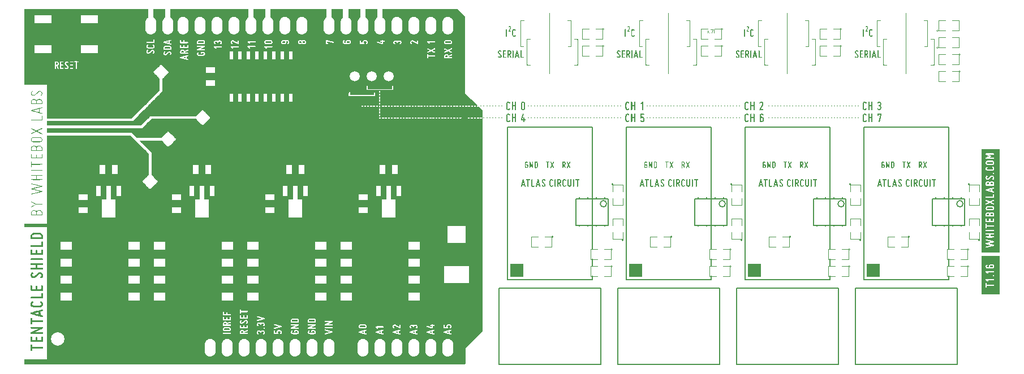
<source format=gto>
G04 (created by PCBNEW (2013-07-07 BZR 4022)-stable) date 16/10/2015 08:24:43*
%MOIN*%
G04 Gerber Fmt 3.4, Leading zero omitted, Abs format*
%FSLAX34Y34*%
G01*
G70*
G90*
G04 APERTURE LIST*
%ADD10C,0.00590551*%
%ADD11C,0.005*%
%ADD12C,0.0039*%
%ADD13C,0.0001*%
%ADD14C,0.0043*%
%ADD15C,0.0787402*%
%ADD16R,0.025X0.05*%
%ADD17R,0.055X0.035*%
%ADD18R,0.035X0.055*%
%ADD19C,0.137795*%
%ADD20R,0.0708661X0.0708661*%
%ADD21C,0.0708661*%
%ADD22R,0.0276X0.063*%
%ADD23R,0.0276X0.0827*%
%ADD24R,0.0787X0.1083*%
%ADD25O,0.0607087X0.1*%
%ADD26O,0.06X0.1*%
%ADD27C,0.0593*%
%ADD28R,0.0708661X0.0472441*%
%ADD29R,0.02X0.045*%
%ADD30R,0.1063X0.1004*%
%ADD31R,0.1496X0.1004*%
%ADD32R,0.102362X0.0511811*%
G04 APERTURE END LIST*
G54D10*
G54D11*
X78450Y-39280D02*
X78450Y-37720D01*
X78450Y-37720D02*
X76550Y-37720D01*
X76550Y-37720D02*
X76550Y-39280D01*
X76550Y-39280D02*
X78450Y-39280D01*
X78250Y-39280D02*
X78250Y-39710D01*
X77750Y-39280D02*
X77750Y-39710D01*
X77250Y-39280D02*
X77250Y-39710D01*
X76750Y-39710D02*
X76750Y-39280D01*
X76750Y-37720D02*
X76750Y-37290D01*
X77250Y-37290D02*
X77250Y-37720D01*
X77750Y-37290D02*
X77750Y-37720D01*
X78250Y-37290D02*
X78250Y-37720D01*
X78346Y-38010D02*
G75*
G03X78346Y-38010I-186J0D01*
G74*
G01*
X71450Y-39280D02*
X71450Y-37720D01*
X71450Y-37720D02*
X69550Y-37720D01*
X69550Y-37720D02*
X69550Y-39280D01*
X69550Y-39280D02*
X71450Y-39280D01*
X71250Y-39280D02*
X71250Y-39710D01*
X70750Y-39280D02*
X70750Y-39710D01*
X70250Y-39280D02*
X70250Y-39710D01*
X69750Y-39710D02*
X69750Y-39280D01*
X69750Y-37720D02*
X69750Y-37290D01*
X70250Y-37290D02*
X70250Y-37720D01*
X70750Y-37290D02*
X70750Y-37720D01*
X71250Y-37290D02*
X71250Y-37720D01*
X71346Y-38010D02*
G75*
G03X71346Y-38010I-186J0D01*
G74*
G01*
X64450Y-39280D02*
X64450Y-37720D01*
X64450Y-37720D02*
X62550Y-37720D01*
X62550Y-37720D02*
X62550Y-39280D01*
X62550Y-39280D02*
X64450Y-39280D01*
X64250Y-39280D02*
X64250Y-39710D01*
X63750Y-39280D02*
X63750Y-39710D01*
X63250Y-39280D02*
X63250Y-39710D01*
X62750Y-39710D02*
X62750Y-39280D01*
X62750Y-37720D02*
X62750Y-37290D01*
X63250Y-37290D02*
X63250Y-37720D01*
X63750Y-37290D02*
X63750Y-37720D01*
X64250Y-37290D02*
X64250Y-37720D01*
X64346Y-38010D02*
G75*
G03X64346Y-38010I-186J0D01*
G74*
G01*
X85450Y-39280D02*
X85450Y-37720D01*
X85450Y-37720D02*
X83550Y-37720D01*
X83550Y-37720D02*
X83550Y-39280D01*
X83550Y-39280D02*
X85450Y-39280D01*
X85250Y-39280D02*
X85250Y-39710D01*
X84750Y-39280D02*
X84750Y-39710D01*
X84250Y-39280D02*
X84250Y-39710D01*
X83750Y-39710D02*
X83750Y-39280D01*
X83750Y-37720D02*
X83750Y-37290D01*
X84250Y-37290D02*
X84250Y-37720D01*
X84750Y-37290D02*
X84750Y-37720D01*
X85250Y-37290D02*
X85250Y-37720D01*
X85346Y-38010D02*
G75*
G03X85346Y-38010I-186J0D01*
G74*
G01*
G54D12*
X79350Y-40150D02*
G75*
G03X79350Y-40150I-50J0D01*
G74*
G01*
X79300Y-39700D02*
X79300Y-40100D01*
X79300Y-40100D02*
X78700Y-40100D01*
X78700Y-40100D02*
X78700Y-39700D01*
X78700Y-39300D02*
X78700Y-38900D01*
X78700Y-38900D02*
X79300Y-38900D01*
X79300Y-38900D02*
X79300Y-39300D01*
X39350Y-38650D02*
G75*
G03X39350Y-38650I-50J0D01*
G74*
G01*
X39300Y-38200D02*
X39300Y-38600D01*
X39300Y-38600D02*
X38700Y-38600D01*
X38700Y-38600D02*
X38700Y-38200D01*
X38700Y-37800D02*
X38700Y-37400D01*
X38700Y-37400D02*
X39300Y-37400D01*
X39300Y-37400D02*
X39300Y-37800D01*
X72350Y-40150D02*
G75*
G03X72350Y-40150I-50J0D01*
G74*
G01*
X72300Y-39700D02*
X72300Y-40100D01*
X72300Y-40100D02*
X71700Y-40100D01*
X71700Y-40100D02*
X71700Y-39700D01*
X71700Y-39300D02*
X71700Y-38900D01*
X71700Y-38900D02*
X72300Y-38900D01*
X72300Y-38900D02*
X72300Y-39300D01*
X65350Y-40150D02*
G75*
G03X65350Y-40150I-50J0D01*
G74*
G01*
X65300Y-39700D02*
X65300Y-40100D01*
X65300Y-40100D02*
X64700Y-40100D01*
X64700Y-40100D02*
X64700Y-39700D01*
X64700Y-39300D02*
X64700Y-38900D01*
X64700Y-38900D02*
X65300Y-38900D01*
X65300Y-38900D02*
X65300Y-39300D01*
X85700Y-40700D02*
G75*
G03X85700Y-40700I-50J0D01*
G74*
G01*
X85200Y-40700D02*
X85600Y-40700D01*
X85600Y-40700D02*
X85600Y-41300D01*
X85600Y-41300D02*
X85200Y-41300D01*
X84800Y-41300D02*
X84400Y-41300D01*
X84400Y-41300D02*
X84400Y-40700D01*
X84400Y-40700D02*
X84800Y-40700D01*
X85700Y-41700D02*
G75*
G03X85700Y-41700I-50J0D01*
G74*
G01*
X85200Y-41700D02*
X85600Y-41700D01*
X85600Y-41700D02*
X85600Y-42300D01*
X85600Y-42300D02*
X85200Y-42300D01*
X84800Y-42300D02*
X84400Y-42300D01*
X84400Y-42300D02*
X84400Y-41700D01*
X84400Y-41700D02*
X84800Y-41700D01*
X78700Y-40700D02*
G75*
G03X78700Y-40700I-50J0D01*
G74*
G01*
X78200Y-40700D02*
X78600Y-40700D01*
X78600Y-40700D02*
X78600Y-41300D01*
X78600Y-41300D02*
X78200Y-41300D01*
X77800Y-41300D02*
X77400Y-41300D01*
X77400Y-41300D02*
X77400Y-40700D01*
X77400Y-40700D02*
X77800Y-40700D01*
X78700Y-41700D02*
G75*
G03X78700Y-41700I-50J0D01*
G74*
G01*
X78200Y-41700D02*
X78600Y-41700D01*
X78600Y-41700D02*
X78600Y-42300D01*
X78600Y-42300D02*
X78200Y-42300D01*
X77800Y-42300D02*
X77400Y-42300D01*
X77400Y-42300D02*
X77400Y-41700D01*
X77400Y-41700D02*
X77800Y-41700D01*
X71700Y-40700D02*
G75*
G03X71700Y-40700I-50J0D01*
G74*
G01*
X71200Y-40700D02*
X71600Y-40700D01*
X71600Y-40700D02*
X71600Y-41300D01*
X71600Y-41300D02*
X71200Y-41300D01*
X70800Y-41300D02*
X70400Y-41300D01*
X70400Y-41300D02*
X70400Y-40700D01*
X70400Y-40700D02*
X70800Y-40700D01*
X71700Y-41700D02*
G75*
G03X71700Y-41700I-50J0D01*
G74*
G01*
X71200Y-41700D02*
X71600Y-41700D01*
X71600Y-41700D02*
X71600Y-42300D01*
X71600Y-42300D02*
X71200Y-42300D01*
X70800Y-42300D02*
X70400Y-42300D01*
X70400Y-42300D02*
X70400Y-41700D01*
X70400Y-41700D02*
X70800Y-41700D01*
X64700Y-40700D02*
G75*
G03X64700Y-40700I-50J0D01*
G74*
G01*
X64200Y-40700D02*
X64600Y-40700D01*
X64600Y-40700D02*
X64600Y-41300D01*
X64600Y-41300D02*
X64200Y-41300D01*
X63800Y-41300D02*
X63400Y-41300D01*
X63400Y-41300D02*
X63400Y-40700D01*
X63400Y-40700D02*
X63800Y-40700D01*
X64700Y-41700D02*
G75*
G03X64700Y-41700I-50J0D01*
G74*
G01*
X64200Y-41700D02*
X64600Y-41700D01*
X64600Y-41700D02*
X64600Y-42300D01*
X64600Y-42300D02*
X64200Y-42300D01*
X63800Y-42300D02*
X63400Y-42300D01*
X63400Y-42300D02*
X63400Y-41700D01*
X63400Y-41700D02*
X63800Y-41700D01*
X86350Y-40150D02*
G75*
G03X86350Y-40150I-50J0D01*
G74*
G01*
X86300Y-39700D02*
X86300Y-40100D01*
X86300Y-40100D02*
X85700Y-40100D01*
X85700Y-40100D02*
X85700Y-39700D01*
X85700Y-39300D02*
X85700Y-38900D01*
X85700Y-38900D02*
X86300Y-38900D01*
X86300Y-38900D02*
X86300Y-39300D01*
X50350Y-38650D02*
G75*
G03X50350Y-38650I-50J0D01*
G74*
G01*
X50300Y-38200D02*
X50300Y-38600D01*
X50300Y-38600D02*
X49700Y-38600D01*
X49700Y-38600D02*
X49700Y-38200D01*
X49700Y-37800D02*
X49700Y-37400D01*
X49700Y-37400D02*
X50300Y-37400D01*
X50300Y-37400D02*
X50300Y-37800D01*
X52200Y-35700D02*
G75*
G03X52200Y-35700I-50J0D01*
G74*
G01*
X51700Y-35700D02*
X52100Y-35700D01*
X52100Y-35700D02*
X52100Y-36300D01*
X52100Y-36300D02*
X51700Y-36300D01*
X51300Y-36300D02*
X50900Y-36300D01*
X50900Y-36300D02*
X50900Y-35700D01*
X50900Y-35700D02*
X51300Y-35700D01*
X44850Y-38650D02*
G75*
G03X44850Y-38650I-50J0D01*
G74*
G01*
X44800Y-38200D02*
X44800Y-38600D01*
X44800Y-38600D02*
X44200Y-38600D01*
X44200Y-38600D02*
X44200Y-38200D01*
X44200Y-37800D02*
X44200Y-37400D01*
X44200Y-37400D02*
X44800Y-37400D01*
X44800Y-37400D02*
X44800Y-37800D01*
X46700Y-35700D02*
G75*
G03X46700Y-35700I-50J0D01*
G74*
G01*
X46200Y-35700D02*
X46600Y-35700D01*
X46600Y-35700D02*
X46600Y-36300D01*
X46600Y-36300D02*
X46200Y-36300D01*
X45800Y-36300D02*
X45400Y-36300D01*
X45400Y-36300D02*
X45400Y-35700D01*
X45400Y-35700D02*
X45800Y-35700D01*
X41200Y-35700D02*
G75*
G03X41200Y-35700I-50J0D01*
G74*
G01*
X40700Y-35700D02*
X41100Y-35700D01*
X41100Y-35700D02*
X41100Y-36300D01*
X41100Y-36300D02*
X40700Y-36300D01*
X40300Y-36300D02*
X39900Y-36300D01*
X39900Y-36300D02*
X39900Y-35700D01*
X39900Y-35700D02*
X40300Y-35700D01*
X33850Y-38650D02*
G75*
G03X33850Y-38650I-50J0D01*
G74*
G01*
X33800Y-38200D02*
X33800Y-38600D01*
X33800Y-38600D02*
X33200Y-38600D01*
X33200Y-38600D02*
X33200Y-38200D01*
X33200Y-37800D02*
X33200Y-37400D01*
X33200Y-37400D02*
X33800Y-37400D01*
X33800Y-37400D02*
X33800Y-37800D01*
X35700Y-35700D02*
G75*
G03X35700Y-35700I-50J0D01*
G74*
G01*
X35200Y-35700D02*
X35600Y-35700D01*
X35600Y-35700D02*
X35600Y-36300D01*
X35600Y-36300D02*
X35200Y-36300D01*
X34800Y-36300D02*
X34400Y-36300D01*
X34400Y-36300D02*
X34400Y-35700D01*
X34400Y-35700D02*
X34800Y-35700D01*
X41350Y-31150D02*
G75*
G03X41350Y-31150I-50J0D01*
G74*
G01*
X41300Y-30700D02*
X41300Y-31100D01*
X41300Y-31100D02*
X40700Y-31100D01*
X40700Y-31100D02*
X40700Y-30700D01*
X40700Y-30300D02*
X40700Y-29900D01*
X40700Y-29900D02*
X41300Y-29900D01*
X41300Y-29900D02*
X41300Y-30300D01*
X61200Y-39950D02*
G75*
G03X61200Y-39950I-50J0D01*
G74*
G01*
X60700Y-39950D02*
X61100Y-39950D01*
X61100Y-39950D02*
X61100Y-40550D01*
X61100Y-40550D02*
X60700Y-40550D01*
X60300Y-40550D02*
X59900Y-40550D01*
X59900Y-40550D02*
X59900Y-39950D01*
X59900Y-39950D02*
X60300Y-39950D01*
X85750Y-36850D02*
G75*
G03X85750Y-36850I-50J0D01*
G74*
G01*
X85700Y-37300D02*
X85700Y-36900D01*
X85700Y-36900D02*
X86300Y-36900D01*
X86300Y-36900D02*
X86300Y-37300D01*
X86300Y-37700D02*
X86300Y-38100D01*
X86300Y-38100D02*
X85700Y-38100D01*
X85700Y-38100D02*
X85700Y-37700D01*
X78750Y-36850D02*
G75*
G03X78750Y-36850I-50J0D01*
G74*
G01*
X78700Y-37300D02*
X78700Y-36900D01*
X78700Y-36900D02*
X79300Y-36900D01*
X79300Y-36900D02*
X79300Y-37300D01*
X79300Y-37700D02*
X79300Y-38100D01*
X79300Y-38100D02*
X78700Y-38100D01*
X78700Y-38100D02*
X78700Y-37700D01*
X71750Y-36850D02*
G75*
G03X71750Y-36850I-50J0D01*
G74*
G01*
X71700Y-37300D02*
X71700Y-36900D01*
X71700Y-36900D02*
X72300Y-36900D01*
X72300Y-36900D02*
X72300Y-37300D01*
X72300Y-37700D02*
X72300Y-38100D01*
X72300Y-38100D02*
X71700Y-38100D01*
X71700Y-38100D02*
X71700Y-37700D01*
X64750Y-36850D02*
G75*
G03X64750Y-36850I-50J0D01*
G74*
G01*
X64700Y-37300D02*
X64700Y-36900D01*
X64700Y-36900D02*
X65300Y-36900D01*
X65300Y-36900D02*
X65300Y-37300D01*
X65300Y-37700D02*
X65300Y-38100D01*
X65300Y-38100D02*
X64700Y-38100D01*
X64700Y-38100D02*
X64700Y-37700D01*
G54D10*
X64000Y-47500D02*
X64000Y-43000D01*
X64000Y-43000D02*
X58000Y-43000D01*
X58000Y-43000D02*
X58000Y-47500D01*
X58000Y-47500D02*
X64000Y-47500D01*
X71000Y-47500D02*
X71000Y-43000D01*
X71000Y-43000D02*
X65000Y-43000D01*
X65000Y-43000D02*
X65000Y-47500D01*
X65000Y-47500D02*
X71000Y-47500D01*
X78000Y-47500D02*
X78000Y-43000D01*
X78000Y-43000D02*
X72000Y-43000D01*
X72000Y-43000D02*
X72000Y-47500D01*
X72000Y-47500D02*
X78000Y-47500D01*
X85000Y-47500D02*
X85000Y-43000D01*
X85000Y-43000D02*
X79000Y-43000D01*
X79000Y-43000D02*
X79000Y-47500D01*
X79000Y-47500D02*
X85000Y-47500D01*
G54D12*
X68200Y-39950D02*
G75*
G03X68200Y-39950I-50J0D01*
G74*
G01*
X67700Y-39950D02*
X68100Y-39950D01*
X68100Y-39950D02*
X68100Y-40550D01*
X68100Y-40550D02*
X67700Y-40550D01*
X67300Y-40550D02*
X66900Y-40550D01*
X66900Y-40550D02*
X66900Y-39950D01*
X66900Y-39950D02*
X67300Y-39950D01*
X75200Y-39950D02*
G75*
G03X75200Y-39950I-50J0D01*
G74*
G01*
X74700Y-39950D02*
X75100Y-39950D01*
X75100Y-39950D02*
X75100Y-40550D01*
X75100Y-40550D02*
X74700Y-40550D01*
X74300Y-40550D02*
X73900Y-40550D01*
X73900Y-40550D02*
X73900Y-39950D01*
X73900Y-39950D02*
X74300Y-39950D01*
X82200Y-39950D02*
G75*
G03X82200Y-39950I-50J0D01*
G74*
G01*
X81700Y-39950D02*
X82100Y-39950D01*
X82100Y-39950D02*
X82100Y-40550D01*
X82100Y-40550D02*
X81700Y-40550D01*
X81300Y-40550D02*
X80900Y-40550D01*
X80900Y-40550D02*
X80900Y-39950D01*
X80900Y-39950D02*
X81300Y-39950D01*
X64200Y-27700D02*
G75*
G03X64200Y-27700I-50J0D01*
G74*
G01*
X63700Y-27700D02*
X64100Y-27700D01*
X64100Y-27700D02*
X64100Y-28300D01*
X64100Y-28300D02*
X63700Y-28300D01*
X63300Y-28300D02*
X62900Y-28300D01*
X62900Y-28300D02*
X62900Y-27700D01*
X62900Y-27700D02*
X63300Y-27700D01*
X64200Y-28700D02*
G75*
G03X64200Y-28700I-50J0D01*
G74*
G01*
X63700Y-28700D02*
X64100Y-28700D01*
X64100Y-28700D02*
X64100Y-29300D01*
X64100Y-29300D02*
X63700Y-29300D01*
X63300Y-29300D02*
X62900Y-29300D01*
X62900Y-29300D02*
X62900Y-28700D01*
X62900Y-28700D02*
X63300Y-28700D01*
X71200Y-27700D02*
G75*
G03X71200Y-27700I-50J0D01*
G74*
G01*
X70700Y-27700D02*
X71100Y-27700D01*
X71100Y-27700D02*
X71100Y-28300D01*
X71100Y-28300D02*
X70700Y-28300D01*
X70300Y-28300D02*
X69900Y-28300D01*
X69900Y-28300D02*
X69900Y-27700D01*
X69900Y-27700D02*
X70300Y-27700D01*
X71200Y-28700D02*
G75*
G03X71200Y-28700I-50J0D01*
G74*
G01*
X70700Y-28700D02*
X71100Y-28700D01*
X71100Y-28700D02*
X71100Y-29300D01*
X71100Y-29300D02*
X70700Y-29300D01*
X70300Y-29300D02*
X69900Y-29300D01*
X69900Y-29300D02*
X69900Y-28700D01*
X69900Y-28700D02*
X70300Y-28700D01*
X78200Y-28700D02*
G75*
G03X78200Y-28700I-50J0D01*
G74*
G01*
X77700Y-28700D02*
X78100Y-28700D01*
X78100Y-28700D02*
X78100Y-29300D01*
X78100Y-29300D02*
X77700Y-29300D01*
X77300Y-29300D02*
X76900Y-29300D01*
X76900Y-29300D02*
X76900Y-28700D01*
X76900Y-28700D02*
X77300Y-28700D01*
X78200Y-27700D02*
G75*
G03X78200Y-27700I-50J0D01*
G74*
G01*
X77700Y-27700D02*
X78100Y-27700D01*
X78100Y-27700D02*
X78100Y-28300D01*
X78100Y-28300D02*
X77700Y-28300D01*
X77300Y-28300D02*
X76900Y-28300D01*
X76900Y-28300D02*
X76900Y-27700D01*
X76900Y-27700D02*
X77300Y-27700D01*
X85200Y-30200D02*
G75*
G03X85200Y-30200I-50J0D01*
G74*
G01*
X84700Y-30200D02*
X85100Y-30200D01*
X85100Y-30200D02*
X85100Y-30800D01*
X85100Y-30800D02*
X84700Y-30800D01*
X84300Y-30800D02*
X83900Y-30800D01*
X83900Y-30800D02*
X83900Y-30200D01*
X83900Y-30200D02*
X84300Y-30200D01*
X85200Y-29200D02*
G75*
G03X85200Y-29200I-50J0D01*
G74*
G01*
X84700Y-29200D02*
X85100Y-29200D01*
X85100Y-29200D02*
X85100Y-29800D01*
X85100Y-29800D02*
X84700Y-29800D01*
X84300Y-29800D02*
X83900Y-29800D01*
X83900Y-29800D02*
X83900Y-29200D01*
X83900Y-29200D02*
X84300Y-29200D01*
X83900Y-27800D02*
G75*
G03X83900Y-27800I-50J0D01*
G74*
G01*
X84300Y-27800D02*
X83900Y-27800D01*
X83900Y-27800D02*
X83900Y-27200D01*
X83900Y-27200D02*
X84300Y-27200D01*
X84700Y-27200D02*
X85100Y-27200D01*
X85100Y-27200D02*
X85100Y-27800D01*
X85100Y-27800D02*
X84700Y-27800D01*
X83900Y-28800D02*
G75*
G03X83900Y-28800I-50J0D01*
G74*
G01*
X84300Y-28800D02*
X83900Y-28800D01*
X83900Y-28800D02*
X83900Y-28200D01*
X83900Y-28200D02*
X84300Y-28200D01*
X84700Y-28200D02*
X85100Y-28200D01*
X85100Y-28200D02*
X85100Y-28800D01*
X85100Y-28800D02*
X84700Y-28800D01*
G54D11*
X51010Y-37015D02*
X50810Y-37015D01*
X50810Y-37015D02*
X50810Y-37485D01*
X51010Y-37015D02*
X51010Y-37485D01*
X51600Y-37015D02*
X51600Y-37485D01*
X51400Y-37015D02*
X51400Y-37485D01*
X51600Y-37015D02*
X51400Y-37015D01*
X52190Y-37015D02*
X51990Y-37015D01*
X51990Y-37015D02*
X51990Y-37485D01*
X52190Y-37015D02*
X52190Y-37485D01*
X51855Y-38710D02*
X51145Y-38710D01*
X51145Y-38710D02*
X51145Y-38515D01*
X51855Y-38710D02*
X51855Y-38515D01*
X52405Y-37485D02*
X52405Y-38515D01*
X52405Y-38515D02*
X50595Y-38515D01*
X50595Y-38515D02*
X50595Y-37485D01*
X50595Y-37485D02*
X52405Y-37485D01*
X40010Y-37015D02*
X39810Y-37015D01*
X39810Y-37015D02*
X39810Y-37485D01*
X40010Y-37015D02*
X40010Y-37485D01*
X40600Y-37015D02*
X40600Y-37485D01*
X40400Y-37015D02*
X40400Y-37485D01*
X40600Y-37015D02*
X40400Y-37015D01*
X41190Y-37015D02*
X40990Y-37015D01*
X40990Y-37015D02*
X40990Y-37485D01*
X41190Y-37015D02*
X41190Y-37485D01*
X40855Y-38710D02*
X40145Y-38710D01*
X40145Y-38710D02*
X40145Y-38515D01*
X40855Y-38710D02*
X40855Y-38515D01*
X41405Y-37485D02*
X41405Y-38515D01*
X41405Y-38515D02*
X39595Y-38515D01*
X39595Y-38515D02*
X39595Y-37485D01*
X39595Y-37485D02*
X41405Y-37485D01*
X34510Y-37015D02*
X34310Y-37015D01*
X34310Y-37015D02*
X34310Y-37485D01*
X34510Y-37015D02*
X34510Y-37485D01*
X35100Y-37015D02*
X35100Y-37485D01*
X34900Y-37015D02*
X34900Y-37485D01*
X35100Y-37015D02*
X34900Y-37015D01*
X35690Y-37015D02*
X35490Y-37015D01*
X35490Y-37015D02*
X35490Y-37485D01*
X35690Y-37015D02*
X35690Y-37485D01*
X35355Y-38710D02*
X34645Y-38710D01*
X34645Y-38710D02*
X34645Y-38515D01*
X35355Y-38710D02*
X35355Y-38515D01*
X35905Y-37485D02*
X35905Y-38515D01*
X35905Y-38515D02*
X34095Y-38515D01*
X34095Y-38515D02*
X34095Y-37485D01*
X34095Y-37485D02*
X35905Y-37485D01*
G54D10*
X58500Y-33500D02*
X63500Y-33500D01*
X63500Y-33500D02*
X63500Y-42500D01*
X63500Y-42500D02*
X58500Y-42500D01*
X58500Y-42500D02*
X58500Y-33500D01*
X65500Y-33500D02*
X70500Y-33500D01*
X70500Y-33500D02*
X70500Y-42500D01*
X70500Y-42500D02*
X65500Y-42500D01*
X65500Y-42500D02*
X65500Y-33500D01*
X72500Y-33500D02*
X77500Y-33500D01*
X77500Y-33500D02*
X77500Y-42500D01*
X77500Y-42500D02*
X72500Y-42500D01*
X72500Y-42500D02*
X72500Y-33500D01*
X79500Y-33500D02*
X84500Y-33500D01*
X84500Y-33500D02*
X84500Y-42500D01*
X84500Y-42500D02*
X79500Y-42500D01*
X79500Y-42500D02*
X79500Y-33500D01*
G54D11*
X45510Y-37015D02*
X45310Y-37015D01*
X45310Y-37015D02*
X45310Y-37485D01*
X45510Y-37015D02*
X45510Y-37485D01*
X46100Y-37015D02*
X46100Y-37485D01*
X45900Y-37015D02*
X45900Y-37485D01*
X46100Y-37015D02*
X45900Y-37015D01*
X46690Y-37015D02*
X46490Y-37015D01*
X46490Y-37015D02*
X46490Y-37485D01*
X46690Y-37015D02*
X46690Y-37485D01*
X46355Y-38710D02*
X45645Y-38710D01*
X45645Y-38710D02*
X45645Y-38515D01*
X46355Y-38710D02*
X46355Y-38515D01*
X46905Y-37485D02*
X46905Y-38515D01*
X46905Y-38515D02*
X45095Y-38515D01*
X45095Y-38515D02*
X45095Y-37485D01*
X45095Y-37485D02*
X46905Y-37485D01*
G54D13*
G36*
X57040Y-32497D02*
X57039Y-39013D01*
X57039Y-45528D01*
X57000Y-45567D01*
X57000Y-32951D01*
X57000Y-32950D01*
X56999Y-32935D01*
X56994Y-32925D01*
X56984Y-32919D01*
X56967Y-32915D01*
X56943Y-32915D01*
X56940Y-32915D01*
X56914Y-32915D01*
X56897Y-32918D01*
X56887Y-32924D01*
X56881Y-32934D01*
X56880Y-32948D01*
X56880Y-32950D01*
X56881Y-32964D01*
X56886Y-32975D01*
X56896Y-32981D01*
X56912Y-32984D01*
X56937Y-32985D01*
X56940Y-32985D01*
X56964Y-32984D01*
X56979Y-32982D01*
X56989Y-32979D01*
X56992Y-32977D01*
X56997Y-32966D01*
X57000Y-32951D01*
X57000Y-45567D01*
X56825Y-45740D01*
X56825Y-32951D01*
X56825Y-32950D01*
X56824Y-32935D01*
X56819Y-32925D01*
X56809Y-32919D01*
X56792Y-32915D01*
X56768Y-32915D01*
X56765Y-32915D01*
X56739Y-32915D01*
X56722Y-32918D01*
X56712Y-32924D01*
X56706Y-32934D01*
X56705Y-32948D01*
X56705Y-32950D01*
X56706Y-32964D01*
X56711Y-32975D01*
X56721Y-32981D01*
X56737Y-32984D01*
X56762Y-32985D01*
X56765Y-32985D01*
X56789Y-32984D01*
X56804Y-32982D01*
X56814Y-32979D01*
X56817Y-32977D01*
X56822Y-32966D01*
X56825Y-32951D01*
X56825Y-45740D01*
X56650Y-45913D01*
X56650Y-32950D01*
X56650Y-32250D01*
X56649Y-32235D01*
X56644Y-32225D01*
X56634Y-32218D01*
X56617Y-32215D01*
X56593Y-32215D01*
X56590Y-32215D01*
X56564Y-32215D01*
X56547Y-32218D01*
X56536Y-32224D01*
X56531Y-32233D01*
X56530Y-32248D01*
X56530Y-32250D01*
X56531Y-32265D01*
X56536Y-32275D01*
X56546Y-32281D01*
X56562Y-32284D01*
X56587Y-32284D01*
X56590Y-32285D01*
X56613Y-32284D01*
X56629Y-32282D01*
X56639Y-32279D01*
X56642Y-32277D01*
X56647Y-32266D01*
X56650Y-32251D01*
X56650Y-32250D01*
X56650Y-32950D01*
X56649Y-32935D01*
X56644Y-32925D01*
X56634Y-32919D01*
X56617Y-32915D01*
X56593Y-32915D01*
X56590Y-32915D01*
X56564Y-32915D01*
X56547Y-32918D01*
X56536Y-32924D01*
X56531Y-32934D01*
X56530Y-32948D01*
X56530Y-32950D01*
X56531Y-32964D01*
X56536Y-32975D01*
X56546Y-32981D01*
X56562Y-32984D01*
X56587Y-32985D01*
X56590Y-32985D01*
X56613Y-32984D01*
X56629Y-32982D01*
X56639Y-32979D01*
X56642Y-32977D01*
X56647Y-32966D01*
X56650Y-32951D01*
X56650Y-32950D01*
X56650Y-45913D01*
X56539Y-46023D01*
X56475Y-46086D01*
X56475Y-32251D01*
X56475Y-32250D01*
X56474Y-32235D01*
X56469Y-32225D01*
X56459Y-32218D01*
X56442Y-32215D01*
X56418Y-32215D01*
X56415Y-32215D01*
X56389Y-32215D01*
X56372Y-32218D01*
X56362Y-32224D01*
X56356Y-32233D01*
X56355Y-32248D01*
X56355Y-32250D01*
X56356Y-32265D01*
X56361Y-32275D01*
X56371Y-32281D01*
X56387Y-32284D01*
X56412Y-32284D01*
X56415Y-32285D01*
X56439Y-32284D01*
X56454Y-32282D01*
X56464Y-32279D01*
X56467Y-32277D01*
X56472Y-32266D01*
X56475Y-32251D01*
X56475Y-46086D01*
X56460Y-46101D01*
X56460Y-32951D01*
X56460Y-32950D01*
X56459Y-32935D01*
X56454Y-32925D01*
X56444Y-32919D01*
X56427Y-32915D01*
X56403Y-32915D01*
X56400Y-32915D01*
X56374Y-32915D01*
X56357Y-32918D01*
X56347Y-32924D01*
X56341Y-32934D01*
X56340Y-32948D01*
X56340Y-32950D01*
X56341Y-32964D01*
X56346Y-32975D01*
X56356Y-32981D01*
X56372Y-32984D01*
X56397Y-32985D01*
X56400Y-32985D01*
X56424Y-32984D01*
X56439Y-32982D01*
X56449Y-32979D01*
X56452Y-32977D01*
X56457Y-32966D01*
X56460Y-32951D01*
X56460Y-46101D01*
X56300Y-46260D01*
X56300Y-32251D01*
X56300Y-32250D01*
X56299Y-32235D01*
X56294Y-32225D01*
X56284Y-32218D01*
X56267Y-32215D01*
X56243Y-32215D01*
X56240Y-32215D01*
X56214Y-32215D01*
X56197Y-32218D01*
X56187Y-32224D01*
X56181Y-32233D01*
X56180Y-32248D01*
X56180Y-32250D01*
X56181Y-32265D01*
X56186Y-32275D01*
X56196Y-32281D01*
X56212Y-32284D01*
X56237Y-32284D01*
X56240Y-32285D01*
X56263Y-32284D01*
X56279Y-32282D01*
X56289Y-32279D01*
X56292Y-32277D01*
X56297Y-32266D01*
X56300Y-32251D01*
X56300Y-46260D01*
X56285Y-46275D01*
X56285Y-32951D01*
X56285Y-32950D01*
X56284Y-32935D01*
X56279Y-32925D01*
X56269Y-32919D01*
X56252Y-32915D01*
X56228Y-32915D01*
X56225Y-32915D01*
X56199Y-32915D01*
X56182Y-32918D01*
X56172Y-32924D01*
X56166Y-32934D01*
X56165Y-32948D01*
X56165Y-32950D01*
X56166Y-32964D01*
X56171Y-32975D01*
X56181Y-32981D01*
X56197Y-32984D01*
X56222Y-32985D01*
X56225Y-32985D01*
X56248Y-32984D01*
X56264Y-32982D01*
X56274Y-32979D01*
X56277Y-32977D01*
X56282Y-32966D01*
X56285Y-32951D01*
X56285Y-46275D01*
X56125Y-46433D01*
X56125Y-32250D01*
X56124Y-32235D01*
X56119Y-32225D01*
X56109Y-32218D01*
X56092Y-32215D01*
X56068Y-32215D01*
X56065Y-32215D01*
X56039Y-32215D01*
X56022Y-32218D01*
X56011Y-32224D01*
X56006Y-32233D01*
X56005Y-32248D01*
X56005Y-32250D01*
X56006Y-32265D01*
X56011Y-32275D01*
X56021Y-32281D01*
X56037Y-32284D01*
X56062Y-32284D01*
X56065Y-32285D01*
X56088Y-32284D01*
X56104Y-32282D01*
X56114Y-32279D01*
X56117Y-32277D01*
X56122Y-32266D01*
X56125Y-32251D01*
X56125Y-32250D01*
X56125Y-46433D01*
X56038Y-46518D01*
X56042Y-46994D01*
X56046Y-47469D01*
X55977Y-47473D01*
X55970Y-47473D01*
X55953Y-47473D01*
X55950Y-47473D01*
X55950Y-32251D01*
X55950Y-32250D01*
X55949Y-32235D01*
X55944Y-32225D01*
X55934Y-32218D01*
X55917Y-32215D01*
X55892Y-32215D01*
X55890Y-32215D01*
X55864Y-32215D01*
X55847Y-32218D01*
X55837Y-32224D01*
X55831Y-32233D01*
X55830Y-32248D01*
X55830Y-32250D01*
X55831Y-32265D01*
X55836Y-32275D01*
X55846Y-32281D01*
X55862Y-32284D01*
X55887Y-32284D01*
X55890Y-32285D01*
X55913Y-32284D01*
X55929Y-32282D01*
X55939Y-32279D01*
X55942Y-32277D01*
X55947Y-32266D01*
X55950Y-32251D01*
X55950Y-47473D01*
X55927Y-47473D01*
X55891Y-47473D01*
X55845Y-47473D01*
X55790Y-47473D01*
X55790Y-47473D01*
X55790Y-32951D01*
X55790Y-32950D01*
X55789Y-32935D01*
X55784Y-32925D01*
X55775Y-32919D01*
X55775Y-32251D01*
X55775Y-32250D01*
X55774Y-32235D01*
X55769Y-32225D01*
X55759Y-32218D01*
X55742Y-32215D01*
X55718Y-32215D01*
X55715Y-32215D01*
X55689Y-32215D01*
X55672Y-32218D01*
X55661Y-32224D01*
X55656Y-32233D01*
X55655Y-32248D01*
X55655Y-32250D01*
X55656Y-32265D01*
X55661Y-32275D01*
X55671Y-32281D01*
X55687Y-32284D01*
X55712Y-32284D01*
X55715Y-32285D01*
X55738Y-32284D01*
X55754Y-32282D01*
X55763Y-32279D01*
X55767Y-32277D01*
X55772Y-32266D01*
X55775Y-32251D01*
X55775Y-32919D01*
X55774Y-32919D01*
X55757Y-32915D01*
X55733Y-32915D01*
X55730Y-32915D01*
X55704Y-32915D01*
X55687Y-32918D01*
X55676Y-32924D01*
X55671Y-32934D01*
X55670Y-32948D01*
X55670Y-32950D01*
X55671Y-32964D01*
X55676Y-32975D01*
X55686Y-32981D01*
X55702Y-32984D01*
X55727Y-32985D01*
X55730Y-32985D01*
X55753Y-32984D01*
X55769Y-32982D01*
X55778Y-32979D01*
X55782Y-32977D01*
X55787Y-32966D01*
X55790Y-32951D01*
X55790Y-47473D01*
X55726Y-47473D01*
X55653Y-47473D01*
X55615Y-47473D01*
X55615Y-32950D01*
X55613Y-32935D01*
X55609Y-32925D01*
X55600Y-32919D01*
X55600Y-32250D01*
X55598Y-32235D01*
X55594Y-32225D01*
X55584Y-32218D01*
X55567Y-32215D01*
X55543Y-32215D01*
X55540Y-32215D01*
X55514Y-32215D01*
X55497Y-32218D01*
X55486Y-32224D01*
X55481Y-32233D01*
X55480Y-32248D01*
X55480Y-32250D01*
X55481Y-32265D01*
X55486Y-32275D01*
X55496Y-32281D01*
X55512Y-32284D01*
X55537Y-32284D01*
X55540Y-32285D01*
X55563Y-32284D01*
X55579Y-32282D01*
X55589Y-32279D01*
X55592Y-32277D01*
X55597Y-32266D01*
X55600Y-32251D01*
X55600Y-32250D01*
X55600Y-32919D01*
X55599Y-32919D01*
X55582Y-32915D01*
X55558Y-32915D01*
X55555Y-32915D01*
X55529Y-32915D01*
X55512Y-32918D01*
X55501Y-32924D01*
X55496Y-32934D01*
X55495Y-32948D01*
X55495Y-32950D01*
X55496Y-32964D01*
X55501Y-32975D01*
X55511Y-32981D01*
X55527Y-32984D01*
X55552Y-32985D01*
X55555Y-32985D01*
X55578Y-32984D01*
X55594Y-32982D01*
X55604Y-32979D01*
X55607Y-32977D01*
X55612Y-32966D01*
X55615Y-32951D01*
X55615Y-32950D01*
X55615Y-47473D01*
X55571Y-47474D01*
X55480Y-47474D01*
X55425Y-47474D01*
X55425Y-32951D01*
X55425Y-32950D01*
X55425Y-32251D01*
X55425Y-32250D01*
X55424Y-32235D01*
X55419Y-32225D01*
X55409Y-32218D01*
X55392Y-32215D01*
X55367Y-32215D01*
X55365Y-32215D01*
X55339Y-32215D01*
X55322Y-32218D01*
X55311Y-32224D01*
X55306Y-32233D01*
X55305Y-32248D01*
X55305Y-32250D01*
X55306Y-32265D01*
X55311Y-32275D01*
X55321Y-32281D01*
X55337Y-32284D01*
X55362Y-32284D01*
X55365Y-32285D01*
X55388Y-32284D01*
X55404Y-32282D01*
X55413Y-32279D01*
X55417Y-32277D01*
X55422Y-32266D01*
X55425Y-32251D01*
X55425Y-32950D01*
X55424Y-32935D01*
X55419Y-32925D01*
X55409Y-32919D01*
X55392Y-32915D01*
X55367Y-32915D01*
X55365Y-32915D01*
X55339Y-32915D01*
X55322Y-32918D01*
X55311Y-32924D01*
X55306Y-32934D01*
X55305Y-32948D01*
X55305Y-32950D01*
X55306Y-32964D01*
X55311Y-32975D01*
X55321Y-32981D01*
X55337Y-32984D01*
X55362Y-32985D01*
X55365Y-32985D01*
X55388Y-32984D01*
X55404Y-32982D01*
X55413Y-32979D01*
X55417Y-32977D01*
X55422Y-32966D01*
X55425Y-32951D01*
X55425Y-47474D01*
X55380Y-47474D01*
X55300Y-47474D01*
X55300Y-46783D01*
X55300Y-46501D01*
X55300Y-46219D01*
X55300Y-27781D01*
X55300Y-27499D01*
X55300Y-27218D01*
X55287Y-27190D01*
X55270Y-27156D01*
X55255Y-27130D01*
X55240Y-27108D01*
X55222Y-27087D01*
X55216Y-27080D01*
X55202Y-27068D01*
X55185Y-27053D01*
X55167Y-27040D01*
X55151Y-27027D01*
X55137Y-27018D01*
X55128Y-27014D01*
X55127Y-27014D01*
X55119Y-27012D01*
X55106Y-27007D01*
X55093Y-27001D01*
X55082Y-26996D01*
X55072Y-26993D01*
X55062Y-26991D01*
X55049Y-26990D01*
X55031Y-26989D01*
X55007Y-26989D01*
X54981Y-26990D01*
X54949Y-26991D01*
X54927Y-26992D01*
X54910Y-26993D01*
X54898Y-26995D01*
X54890Y-26997D01*
X54882Y-27001D01*
X54880Y-27003D01*
X54867Y-27010D01*
X54856Y-27014D01*
X54854Y-27014D01*
X54846Y-27017D01*
X54832Y-27025D01*
X54815Y-27037D01*
X54796Y-27052D01*
X54778Y-27067D01*
X54764Y-27080D01*
X54745Y-27101D01*
X54729Y-27123D01*
X54714Y-27148D01*
X54698Y-27179D01*
X54693Y-27190D01*
X54680Y-27218D01*
X54680Y-27499D01*
X54680Y-27781D01*
X54693Y-27809D01*
X54710Y-27843D01*
X54726Y-27871D01*
X54742Y-27894D01*
X54762Y-27916D01*
X54763Y-27917D01*
X54781Y-27934D01*
X54801Y-27950D01*
X54821Y-27965D01*
X54838Y-27976D01*
X54850Y-27982D01*
X54863Y-27987D01*
X54877Y-27993D01*
X54888Y-27999D01*
X54898Y-28003D01*
X54909Y-28005D01*
X54924Y-28007D01*
X54943Y-28008D01*
X54970Y-28008D01*
X54989Y-28009D01*
X55018Y-28009D01*
X55040Y-28008D01*
X55056Y-28008D01*
X55068Y-28006D01*
X55080Y-28002D01*
X55092Y-27998D01*
X55100Y-27994D01*
X55117Y-27987D01*
X55130Y-27982D01*
X55137Y-27979D01*
X55137Y-27979D01*
X55143Y-27976D01*
X55155Y-27968D01*
X55170Y-27957D01*
X55187Y-27944D01*
X55202Y-27930D01*
X55215Y-27919D01*
X55216Y-27917D01*
X55236Y-27896D01*
X55253Y-27872D01*
X55268Y-27846D01*
X55285Y-27812D01*
X55287Y-27809D01*
X55300Y-27781D01*
X55300Y-46219D01*
X55287Y-46191D01*
X55270Y-46158D01*
X55255Y-46132D01*
X55250Y-46124D01*
X55250Y-32951D01*
X55250Y-32950D01*
X55250Y-32251D01*
X55250Y-32250D01*
X55250Y-29385D01*
X55250Y-29384D01*
X55250Y-29384D01*
X55250Y-29072D01*
X55249Y-29063D01*
X55244Y-29054D01*
X55233Y-29045D01*
X55217Y-29035D01*
X55193Y-29022D01*
X55161Y-29006D01*
X55159Y-29005D01*
X55079Y-28967D01*
X55160Y-28927D01*
X55195Y-28909D01*
X55221Y-28895D01*
X55238Y-28884D01*
X55246Y-28876D01*
X55246Y-28876D01*
X55249Y-28859D01*
X55247Y-28854D01*
X55247Y-28469D01*
X55243Y-28436D01*
X55231Y-28408D01*
X55211Y-28383D01*
X55208Y-28381D01*
X55198Y-28372D01*
X55188Y-28365D01*
X55177Y-28360D01*
X55164Y-28356D01*
X55148Y-28353D01*
X55128Y-28351D01*
X55101Y-28350D01*
X55068Y-28350D01*
X55027Y-28350D01*
X54999Y-28350D01*
X54851Y-28352D01*
X54827Y-28367D01*
X54801Y-28388D01*
X54783Y-28416D01*
X54772Y-28447D01*
X54770Y-28481D01*
X54772Y-28496D01*
X54781Y-28521D01*
X54798Y-28546D01*
X54821Y-28566D01*
X54847Y-28581D01*
X54855Y-28583D01*
X54865Y-28585D01*
X54884Y-28586D01*
X54911Y-28587D01*
X54944Y-28588D01*
X54982Y-28588D01*
X55017Y-28588D01*
X55059Y-28587D01*
X55093Y-28587D01*
X55118Y-28586D01*
X55138Y-28586D01*
X55152Y-28585D01*
X55163Y-28583D01*
X55170Y-28581D01*
X55177Y-28579D01*
X55182Y-28576D01*
X55211Y-28555D01*
X55232Y-28530D01*
X55244Y-28499D01*
X55247Y-28469D01*
X55247Y-28854D01*
X55243Y-28843D01*
X55229Y-28831D01*
X55213Y-28823D01*
X55110Y-28874D01*
X55080Y-28888D01*
X55054Y-28901D01*
X55031Y-28912D01*
X55014Y-28920D01*
X55003Y-28924D01*
X55001Y-28924D01*
X54995Y-28922D01*
X54981Y-28916D01*
X54961Y-28907D01*
X54937Y-28895D01*
X54910Y-28882D01*
X54905Y-28879D01*
X54876Y-28865D01*
X54851Y-28853D01*
X54829Y-28844D01*
X54812Y-28837D01*
X54803Y-28834D01*
X54802Y-28834D01*
X54787Y-28838D01*
X54776Y-28849D01*
X54770Y-28864D01*
X54771Y-28880D01*
X54778Y-28892D01*
X54786Y-28897D01*
X54801Y-28906D01*
X54821Y-28917D01*
X54844Y-28928D01*
X54855Y-28933D01*
X54922Y-28966D01*
X54852Y-29000D01*
X54828Y-29013D01*
X54806Y-29024D01*
X54789Y-29034D01*
X54778Y-29041D01*
X54776Y-29043D01*
X54770Y-29058D01*
X54771Y-29074D01*
X54779Y-29088D01*
X54792Y-29097D01*
X54802Y-29099D01*
X54810Y-29097D01*
X54826Y-29091D01*
X54847Y-29082D01*
X54873Y-29070D01*
X54900Y-29056D01*
X54905Y-29054D01*
X54932Y-29041D01*
X54957Y-29028D01*
X54978Y-29019D01*
X54993Y-29012D01*
X55001Y-29009D01*
X55002Y-29009D01*
X55008Y-29011D01*
X55022Y-29017D01*
X55043Y-29027D01*
X55067Y-29038D01*
X55096Y-29052D01*
X55110Y-29059D01*
X55142Y-29075D01*
X55167Y-29087D01*
X55186Y-29096D01*
X55199Y-29101D01*
X55209Y-29104D01*
X55215Y-29105D01*
X55221Y-29104D01*
X55226Y-29103D01*
X55240Y-29093D01*
X55247Y-29083D01*
X55250Y-29072D01*
X55250Y-29384D01*
X55247Y-29374D01*
X55240Y-29363D01*
X55239Y-29362D01*
X55229Y-29349D01*
X55139Y-29349D01*
X55049Y-29349D01*
X55051Y-29331D01*
X55052Y-29313D01*
X55137Y-29282D01*
X55166Y-29272D01*
X55191Y-29262D01*
X55212Y-29254D01*
X55227Y-29248D01*
X55234Y-29245D01*
X55245Y-29234D01*
X55249Y-29220D01*
X55246Y-29204D01*
X55238Y-29191D01*
X55227Y-29184D01*
X55221Y-29183D01*
X55212Y-29184D01*
X55200Y-29187D01*
X55182Y-29192D01*
X55157Y-29201D01*
X55126Y-29212D01*
X55038Y-29244D01*
X55019Y-29222D01*
X55000Y-29204D01*
X54979Y-29192D01*
X54953Y-29185D01*
X54921Y-29182D01*
X54907Y-29182D01*
X54883Y-29183D01*
X54865Y-29184D01*
X54852Y-29188D01*
X54838Y-29194D01*
X54837Y-29195D01*
X54813Y-29211D01*
X54793Y-29233D01*
X54778Y-29258D01*
X54775Y-29268D01*
X54773Y-29281D01*
X54771Y-29301D01*
X54770Y-29324D01*
X54770Y-29341D01*
X54770Y-29365D01*
X54771Y-29381D01*
X54772Y-29392D01*
X54775Y-29399D01*
X54780Y-29405D01*
X54782Y-29407D01*
X54794Y-29419D01*
X55012Y-29419D01*
X55229Y-29419D01*
X55239Y-29406D01*
X55247Y-29394D01*
X55250Y-29385D01*
X55250Y-32250D01*
X55248Y-32235D01*
X55244Y-32225D01*
X55234Y-32218D01*
X55217Y-32215D01*
X55193Y-32215D01*
X55190Y-32215D01*
X55164Y-32215D01*
X55147Y-32218D01*
X55136Y-32224D01*
X55131Y-32233D01*
X55130Y-32248D01*
X55130Y-32250D01*
X55131Y-32265D01*
X55136Y-32275D01*
X55146Y-32281D01*
X55162Y-32284D01*
X55187Y-32284D01*
X55190Y-32285D01*
X55213Y-32284D01*
X55229Y-32282D01*
X55238Y-32279D01*
X55242Y-32277D01*
X55247Y-32266D01*
X55250Y-32251D01*
X55250Y-32950D01*
X55248Y-32935D01*
X55244Y-32925D01*
X55234Y-32919D01*
X55217Y-32915D01*
X55193Y-32915D01*
X55190Y-32915D01*
X55164Y-32915D01*
X55147Y-32918D01*
X55136Y-32924D01*
X55131Y-32934D01*
X55130Y-32948D01*
X55130Y-32950D01*
X55131Y-32964D01*
X55136Y-32975D01*
X55146Y-32981D01*
X55162Y-32984D01*
X55187Y-32985D01*
X55190Y-32985D01*
X55213Y-32984D01*
X55229Y-32982D01*
X55238Y-32979D01*
X55242Y-32977D01*
X55247Y-32966D01*
X55250Y-32951D01*
X55250Y-46124D01*
X55240Y-46110D01*
X55222Y-46089D01*
X55216Y-46082D01*
X55214Y-46080D01*
X55214Y-45466D01*
X55212Y-45459D01*
X55212Y-45248D01*
X55212Y-45246D01*
X55208Y-45211D01*
X55194Y-45181D01*
X55173Y-45156D01*
X55147Y-45139D01*
X55138Y-45135D01*
X55129Y-45132D01*
X55117Y-45130D01*
X55100Y-45129D01*
X55077Y-45128D01*
X55075Y-45128D01*
X55075Y-32950D01*
X55075Y-32250D01*
X55073Y-32235D01*
X55069Y-32225D01*
X55059Y-32218D01*
X55042Y-32215D01*
X55017Y-32215D01*
X55015Y-32215D01*
X54989Y-32215D01*
X54972Y-32218D01*
X54961Y-32224D01*
X54956Y-32233D01*
X54955Y-32248D01*
X54955Y-32250D01*
X54956Y-32265D01*
X54961Y-32275D01*
X54971Y-32281D01*
X54987Y-32284D01*
X55012Y-32284D01*
X55015Y-32285D01*
X55038Y-32284D01*
X55054Y-32282D01*
X55064Y-32279D01*
X55067Y-32277D01*
X55072Y-32266D01*
X55075Y-32251D01*
X55075Y-32250D01*
X55075Y-32950D01*
X55073Y-32935D01*
X55069Y-32925D01*
X55059Y-32919D01*
X55042Y-32915D01*
X55017Y-32915D01*
X55015Y-32915D01*
X54989Y-32915D01*
X54972Y-32918D01*
X54961Y-32924D01*
X54956Y-32934D01*
X54955Y-32948D01*
X54955Y-32950D01*
X54956Y-32964D01*
X54961Y-32975D01*
X54971Y-32981D01*
X54987Y-32984D01*
X55012Y-32985D01*
X55015Y-32985D01*
X55038Y-32984D01*
X55054Y-32982D01*
X55064Y-32979D01*
X55067Y-32977D01*
X55072Y-32966D01*
X55075Y-32951D01*
X55075Y-32950D01*
X55075Y-45128D01*
X55055Y-45128D01*
X55025Y-45128D01*
X55003Y-45129D01*
X54987Y-45130D01*
X54976Y-45133D01*
X54967Y-45136D01*
X54965Y-45138D01*
X54935Y-45158D01*
X54914Y-45183D01*
X54901Y-45213D01*
X54900Y-45227D01*
X54900Y-32951D01*
X54900Y-32950D01*
X54900Y-32251D01*
X54900Y-32250D01*
X54898Y-32235D01*
X54894Y-32225D01*
X54884Y-32218D01*
X54867Y-32215D01*
X54842Y-32215D01*
X54840Y-32215D01*
X54814Y-32215D01*
X54797Y-32218D01*
X54786Y-32224D01*
X54781Y-32233D01*
X54780Y-32248D01*
X54780Y-32250D01*
X54781Y-32265D01*
X54786Y-32275D01*
X54796Y-32281D01*
X54812Y-32284D01*
X54837Y-32284D01*
X54840Y-32285D01*
X54863Y-32284D01*
X54879Y-32282D01*
X54888Y-32279D01*
X54892Y-32277D01*
X54897Y-32266D01*
X54900Y-32251D01*
X54900Y-32950D01*
X54898Y-32935D01*
X54894Y-32925D01*
X54884Y-32919D01*
X54867Y-32915D01*
X54842Y-32915D01*
X54840Y-32915D01*
X54814Y-32915D01*
X54797Y-32918D01*
X54786Y-32924D01*
X54781Y-32934D01*
X54780Y-32948D01*
X54780Y-32950D01*
X54781Y-32964D01*
X54786Y-32975D01*
X54796Y-32981D01*
X54812Y-32984D01*
X54837Y-32985D01*
X54840Y-32985D01*
X54863Y-32984D01*
X54879Y-32982D01*
X54888Y-32979D01*
X54892Y-32977D01*
X54897Y-32966D01*
X54900Y-32951D01*
X54900Y-45227D01*
X54897Y-45247D01*
X54897Y-45281D01*
X54851Y-45281D01*
X54805Y-45281D01*
X54805Y-45219D01*
X54805Y-45193D01*
X54804Y-45175D01*
X54803Y-45163D01*
X54801Y-45156D01*
X54797Y-45151D01*
X54791Y-45146D01*
X54791Y-45146D01*
X54775Y-45138D01*
X54758Y-45140D01*
X54743Y-45151D01*
X54740Y-45157D01*
X54738Y-45164D01*
X54736Y-45175D01*
X54735Y-45191D01*
X54735Y-45214D01*
X54735Y-45245D01*
X54735Y-45278D01*
X54735Y-45302D01*
X54737Y-45320D01*
X54739Y-45332D01*
X54744Y-45340D01*
X54750Y-45345D01*
X54757Y-45350D01*
X54766Y-45352D01*
X54783Y-45354D01*
X54805Y-45355D01*
X54833Y-45355D01*
X54863Y-45356D01*
X54893Y-45356D01*
X54922Y-45355D01*
X54948Y-45354D01*
X54969Y-45353D01*
X54983Y-45351D01*
X54987Y-45350D01*
X54999Y-45340D01*
X55007Y-45325D01*
X55008Y-45309D01*
X55007Y-45306D01*
X55001Y-45295D01*
X54992Y-45287D01*
X54975Y-45272D01*
X54968Y-45253D01*
X54968Y-45234D01*
X54978Y-45215D01*
X54983Y-45210D01*
X54989Y-45205D01*
X54996Y-45202D01*
X55005Y-45200D01*
X55019Y-45199D01*
X55040Y-45198D01*
X55055Y-45198D01*
X55080Y-45198D01*
X55098Y-45199D01*
X55110Y-45201D01*
X55118Y-45204D01*
X55124Y-45208D01*
X55125Y-45208D01*
X55138Y-45226D01*
X55142Y-45246D01*
X55137Y-45265D01*
X55124Y-45282D01*
X55120Y-45286D01*
X55106Y-45300D01*
X55100Y-45316D01*
X55103Y-45332D01*
X55114Y-45345D01*
X55119Y-45348D01*
X55134Y-45353D01*
X55148Y-45350D01*
X55165Y-45340D01*
X55174Y-45333D01*
X55195Y-45310D01*
X55207Y-45281D01*
X55212Y-45248D01*
X55212Y-45459D01*
X55211Y-45453D01*
X55207Y-45447D01*
X55204Y-45442D01*
X55199Y-45439D01*
X55192Y-45437D01*
X55182Y-45436D01*
X55168Y-45438D01*
X55149Y-45442D01*
X55125Y-45447D01*
X55094Y-45455D01*
X55056Y-45465D01*
X55010Y-45477D01*
X54969Y-45489D01*
X54924Y-45501D01*
X54882Y-45513D01*
X54844Y-45523D01*
X54810Y-45533D01*
X54783Y-45541D01*
X54762Y-45548D01*
X54750Y-45552D01*
X54746Y-45554D01*
X54737Y-45564D01*
X54735Y-45578D01*
X54738Y-45595D01*
X54748Y-45607D01*
X54766Y-45615D01*
X54769Y-45616D01*
X54796Y-45624D01*
X54828Y-45633D01*
X54865Y-45643D01*
X54904Y-45654D01*
X54945Y-45665D01*
X54985Y-45676D01*
X55026Y-45687D01*
X55063Y-45697D01*
X55098Y-45706D01*
X55128Y-45713D01*
X55152Y-45719D01*
X55169Y-45723D01*
X55178Y-45725D01*
X55178Y-45725D01*
X55193Y-45722D01*
X55204Y-45713D01*
X55213Y-45696D01*
X55213Y-45681D01*
X55202Y-45668D01*
X55182Y-45657D01*
X55154Y-45648D01*
X55115Y-45639D01*
X55115Y-45580D01*
X55115Y-45521D01*
X55136Y-45516D01*
X55164Y-45508D01*
X55183Y-45502D01*
X55196Y-45496D01*
X55204Y-45489D01*
X55209Y-45481D01*
X55210Y-45480D01*
X55214Y-45466D01*
X55214Y-46080D01*
X55202Y-46069D01*
X55185Y-46055D01*
X55167Y-46041D01*
X55151Y-46029D01*
X55137Y-46020D01*
X55128Y-46016D01*
X55127Y-46016D01*
X55119Y-46014D01*
X55106Y-46009D01*
X55093Y-46003D01*
X55082Y-45998D01*
X55072Y-45995D01*
X55062Y-45993D01*
X55049Y-45991D01*
X55031Y-45991D01*
X55007Y-45991D01*
X54981Y-45992D01*
X54949Y-45992D01*
X54927Y-45993D01*
X54910Y-45995D01*
X54898Y-45996D01*
X54890Y-45999D01*
X54882Y-46003D01*
X54880Y-46005D01*
X54867Y-46012D01*
X54856Y-46016D01*
X54854Y-46016D01*
X54846Y-46019D01*
X54832Y-46027D01*
X54815Y-46039D01*
X54796Y-46053D01*
X54778Y-46068D01*
X54764Y-46082D01*
X54745Y-46103D01*
X54729Y-46125D01*
X54725Y-46131D01*
X54725Y-32951D01*
X54725Y-32950D01*
X54725Y-32251D01*
X54725Y-32250D01*
X54723Y-32235D01*
X54719Y-32225D01*
X54709Y-32218D01*
X54692Y-32215D01*
X54667Y-32215D01*
X54665Y-32215D01*
X54639Y-32215D01*
X54622Y-32218D01*
X54611Y-32224D01*
X54606Y-32233D01*
X54605Y-32248D01*
X54605Y-32250D01*
X54606Y-32265D01*
X54611Y-32275D01*
X54621Y-32281D01*
X54637Y-32284D01*
X54662Y-32284D01*
X54665Y-32285D01*
X54688Y-32284D01*
X54704Y-32282D01*
X54713Y-32279D01*
X54717Y-32277D01*
X54722Y-32266D01*
X54725Y-32251D01*
X54725Y-32950D01*
X54723Y-32935D01*
X54719Y-32925D01*
X54709Y-32919D01*
X54692Y-32915D01*
X54667Y-32915D01*
X54665Y-32915D01*
X54639Y-32915D01*
X54622Y-32918D01*
X54611Y-32924D01*
X54606Y-32934D01*
X54605Y-32948D01*
X54605Y-32950D01*
X54606Y-32964D01*
X54611Y-32975D01*
X54621Y-32981D01*
X54637Y-32984D01*
X54662Y-32985D01*
X54665Y-32985D01*
X54688Y-32984D01*
X54704Y-32982D01*
X54713Y-32979D01*
X54717Y-32977D01*
X54722Y-32966D01*
X54725Y-32951D01*
X54725Y-46131D01*
X54714Y-46149D01*
X54698Y-46180D01*
X54693Y-46191D01*
X54680Y-46219D01*
X54680Y-46501D01*
X54680Y-46783D01*
X54693Y-46811D01*
X54710Y-46845D01*
X54726Y-46872D01*
X54742Y-46896D01*
X54762Y-46917D01*
X54763Y-46919D01*
X54781Y-46936D01*
X54801Y-46952D01*
X54821Y-46967D01*
X54838Y-46978D01*
X54850Y-46983D01*
X54863Y-46989D01*
X54877Y-46995D01*
X54888Y-47001D01*
X54898Y-47005D01*
X54909Y-47007D01*
X54924Y-47009D01*
X54943Y-47010D01*
X54970Y-47010D01*
X54989Y-47010D01*
X55018Y-47011D01*
X55040Y-47010D01*
X55056Y-47009D01*
X55068Y-47007D01*
X55080Y-47004D01*
X55092Y-46999D01*
X55100Y-46996D01*
X55117Y-46989D01*
X55130Y-46983D01*
X55137Y-46981D01*
X55137Y-46981D01*
X55143Y-46978D01*
X55155Y-46970D01*
X55170Y-46958D01*
X55187Y-46945D01*
X55202Y-46932D01*
X55215Y-46920D01*
X55216Y-46919D01*
X55236Y-46897D01*
X55253Y-46874D01*
X55268Y-46847D01*
X55285Y-46814D01*
X55287Y-46811D01*
X55300Y-46783D01*
X55300Y-47474D01*
X55272Y-47474D01*
X55155Y-47474D01*
X55031Y-47474D01*
X54898Y-47474D01*
X54757Y-47474D01*
X54608Y-47474D01*
X54550Y-47474D01*
X54550Y-32950D01*
X54550Y-32250D01*
X54548Y-32235D01*
X54544Y-32225D01*
X54534Y-32218D01*
X54517Y-32215D01*
X54492Y-32215D01*
X54490Y-32215D01*
X54464Y-32215D01*
X54447Y-32218D01*
X54436Y-32224D01*
X54431Y-32233D01*
X54430Y-32248D01*
X54430Y-32250D01*
X54431Y-32265D01*
X54436Y-32275D01*
X54446Y-32281D01*
X54462Y-32284D01*
X54487Y-32284D01*
X54490Y-32285D01*
X54513Y-32284D01*
X54529Y-32282D01*
X54538Y-32279D01*
X54542Y-32277D01*
X54547Y-32266D01*
X54550Y-32251D01*
X54550Y-32250D01*
X54550Y-32950D01*
X54548Y-32935D01*
X54544Y-32925D01*
X54534Y-32919D01*
X54517Y-32915D01*
X54492Y-32915D01*
X54490Y-32915D01*
X54464Y-32915D01*
X54447Y-32918D01*
X54436Y-32924D01*
X54431Y-32934D01*
X54430Y-32948D01*
X54430Y-32950D01*
X54431Y-32964D01*
X54436Y-32975D01*
X54446Y-32981D01*
X54462Y-32984D01*
X54487Y-32985D01*
X54490Y-32985D01*
X54513Y-32984D01*
X54529Y-32982D01*
X54538Y-32979D01*
X54542Y-32977D01*
X54547Y-32966D01*
X54550Y-32951D01*
X54550Y-32950D01*
X54550Y-47474D01*
X54451Y-47474D01*
X54375Y-47474D01*
X54375Y-32951D01*
X54375Y-32950D01*
X54375Y-32251D01*
X54375Y-32250D01*
X54373Y-32235D01*
X54369Y-32225D01*
X54359Y-32218D01*
X54342Y-32215D01*
X54317Y-32215D01*
X54315Y-32215D01*
X54300Y-32215D01*
X54300Y-27781D01*
X54300Y-27499D01*
X54300Y-27218D01*
X54287Y-27190D01*
X54270Y-27156D01*
X54255Y-27130D01*
X54240Y-27108D01*
X54222Y-27087D01*
X54215Y-27080D01*
X54202Y-27068D01*
X54185Y-27053D01*
X54167Y-27040D01*
X54150Y-27027D01*
X54136Y-27018D01*
X54128Y-27014D01*
X54127Y-27014D01*
X54119Y-27012D01*
X54106Y-27007D01*
X54093Y-27001D01*
X54082Y-26996D01*
X54072Y-26993D01*
X54062Y-26991D01*
X54049Y-26990D01*
X54031Y-26989D01*
X54007Y-26989D01*
X53981Y-26990D01*
X53950Y-26991D01*
X53926Y-26992D01*
X53910Y-26993D01*
X53898Y-26995D01*
X53890Y-26997D01*
X53882Y-27001D01*
X53880Y-27003D01*
X53867Y-27010D01*
X53856Y-27014D01*
X53854Y-27014D01*
X53846Y-27017D01*
X53832Y-27025D01*
X53815Y-27037D01*
X53796Y-27052D01*
X53778Y-27067D01*
X53764Y-27080D01*
X53745Y-27101D01*
X53729Y-27123D01*
X53714Y-27148D01*
X53698Y-27179D01*
X53693Y-27190D01*
X53680Y-27218D01*
X53680Y-27499D01*
X53680Y-27781D01*
X53693Y-27809D01*
X53709Y-27843D01*
X53726Y-27871D01*
X53742Y-27894D01*
X53762Y-27916D01*
X53763Y-27917D01*
X53781Y-27934D01*
X53801Y-27950D01*
X53821Y-27965D01*
X53838Y-27976D01*
X53850Y-27982D01*
X53863Y-27987D01*
X53877Y-27993D01*
X53888Y-27999D01*
X53898Y-28003D01*
X53909Y-28005D01*
X53923Y-28007D01*
X53943Y-28008D01*
X53970Y-28008D01*
X53989Y-28009D01*
X54018Y-28009D01*
X54040Y-28008D01*
X54056Y-28008D01*
X54068Y-28006D01*
X54080Y-28002D01*
X54091Y-27998D01*
X54100Y-27994D01*
X54116Y-27987D01*
X54130Y-27982D01*
X54137Y-27979D01*
X54137Y-27979D01*
X54143Y-27976D01*
X54155Y-27968D01*
X54170Y-27957D01*
X54187Y-27944D01*
X54202Y-27930D01*
X54215Y-27919D01*
X54216Y-27917D01*
X54235Y-27896D01*
X54252Y-27872D01*
X54268Y-27846D01*
X54285Y-27812D01*
X54287Y-27809D01*
X54300Y-27781D01*
X54300Y-32215D01*
X54289Y-32215D01*
X54272Y-32218D01*
X54261Y-32224D01*
X54256Y-32233D01*
X54255Y-32248D01*
X54255Y-32250D01*
X54256Y-32265D01*
X54261Y-32275D01*
X54271Y-32281D01*
X54287Y-32284D01*
X54312Y-32284D01*
X54315Y-32285D01*
X54338Y-32284D01*
X54354Y-32282D01*
X54363Y-32279D01*
X54367Y-32277D01*
X54372Y-32266D01*
X54375Y-32251D01*
X54375Y-32950D01*
X54373Y-32935D01*
X54369Y-32925D01*
X54359Y-32919D01*
X54342Y-32915D01*
X54317Y-32915D01*
X54315Y-32915D01*
X54289Y-32915D01*
X54272Y-32918D01*
X54261Y-32924D01*
X54256Y-32934D01*
X54255Y-32948D01*
X54255Y-32950D01*
X54256Y-32964D01*
X54261Y-32975D01*
X54271Y-32981D01*
X54287Y-32984D01*
X54312Y-32985D01*
X54315Y-32985D01*
X54338Y-32984D01*
X54354Y-32982D01*
X54363Y-32979D01*
X54367Y-32977D01*
X54372Y-32966D01*
X54375Y-32951D01*
X54375Y-47474D01*
X54300Y-47474D01*
X54300Y-46783D01*
X54300Y-46501D01*
X54300Y-46219D01*
X54287Y-46191D01*
X54270Y-46158D01*
X54255Y-46132D01*
X54254Y-46131D01*
X54254Y-29072D01*
X54254Y-29065D01*
X54254Y-28455D01*
X54252Y-28439D01*
X54241Y-28426D01*
X54235Y-28422D01*
X54230Y-28420D01*
X54223Y-28418D01*
X54213Y-28417D01*
X54199Y-28416D01*
X54181Y-28415D01*
X54156Y-28415D01*
X54125Y-28415D01*
X54087Y-28415D01*
X54040Y-28415D01*
X54007Y-28415D01*
X53956Y-28416D01*
X53913Y-28416D01*
X53878Y-28416D01*
X53851Y-28417D01*
X53830Y-28418D01*
X53815Y-28418D01*
X53804Y-28420D01*
X53796Y-28421D01*
X53791Y-28423D01*
X53787Y-28425D01*
X53785Y-28427D01*
X53777Y-28436D01*
X53772Y-28445D01*
X53772Y-28454D01*
X53777Y-28464D01*
X53788Y-28478D01*
X53804Y-28496D01*
X53823Y-28514D01*
X53844Y-28536D01*
X53860Y-28551D01*
X53871Y-28561D01*
X53880Y-28566D01*
X53888Y-28569D01*
X53893Y-28569D01*
X53908Y-28566D01*
X53920Y-28556D01*
X53927Y-28540D01*
X53925Y-28523D01*
X53913Y-28506D01*
X53911Y-28503D01*
X53898Y-28489D01*
X54059Y-28489D01*
X54105Y-28489D01*
X54142Y-28489D01*
X54171Y-28488D01*
X54194Y-28488D01*
X54210Y-28487D01*
X54222Y-28485D01*
X54230Y-28484D01*
X54235Y-28482D01*
X54248Y-28470D01*
X54254Y-28455D01*
X54254Y-29065D01*
X54254Y-29063D01*
X54249Y-29054D01*
X54238Y-29045D01*
X54222Y-29035D01*
X54198Y-29022D01*
X54166Y-29006D01*
X54164Y-29005D01*
X54083Y-28967D01*
X54165Y-28927D01*
X54200Y-28909D01*
X54226Y-28895D01*
X54243Y-28884D01*
X54251Y-28876D01*
X54251Y-28876D01*
X54254Y-28859D01*
X54248Y-28843D01*
X54234Y-28831D01*
X54218Y-28823D01*
X54115Y-28874D01*
X54085Y-28888D01*
X54058Y-28901D01*
X54036Y-28912D01*
X54018Y-28920D01*
X54008Y-28924D01*
X54006Y-28924D01*
X54000Y-28922D01*
X53986Y-28916D01*
X53966Y-28907D01*
X53942Y-28895D01*
X53915Y-28882D01*
X53910Y-28879D01*
X53881Y-28865D01*
X53856Y-28853D01*
X53834Y-28844D01*
X53817Y-28837D01*
X53808Y-28834D01*
X53807Y-28834D01*
X53792Y-28838D01*
X53781Y-28849D01*
X53775Y-28864D01*
X53776Y-28880D01*
X53783Y-28892D01*
X53791Y-28897D01*
X53805Y-28906D01*
X53826Y-28917D01*
X53849Y-28928D01*
X53859Y-28933D01*
X53927Y-28966D01*
X53857Y-29000D01*
X53832Y-29013D01*
X53811Y-29024D01*
X53794Y-29034D01*
X53783Y-29041D01*
X53781Y-29043D01*
X53775Y-29058D01*
X53776Y-29074D01*
X53784Y-29088D01*
X53796Y-29097D01*
X53807Y-29099D01*
X53815Y-29097D01*
X53831Y-29091D01*
X53852Y-29082D01*
X53877Y-29070D01*
X53905Y-29056D01*
X53910Y-29054D01*
X53937Y-29041D01*
X53962Y-29028D01*
X53983Y-29019D01*
X53998Y-29012D01*
X54006Y-29009D01*
X54007Y-29009D01*
X54013Y-29011D01*
X54027Y-29017D01*
X54047Y-29027D01*
X54072Y-29038D01*
X54101Y-29052D01*
X54115Y-29059D01*
X54147Y-29075D01*
X54172Y-29087D01*
X54191Y-29096D01*
X54204Y-29101D01*
X54214Y-29104D01*
X54220Y-29105D01*
X54226Y-29104D01*
X54231Y-29103D01*
X54245Y-29093D01*
X54252Y-29083D01*
X54254Y-29072D01*
X54254Y-46131D01*
X54254Y-46130D01*
X54254Y-29300D01*
X54252Y-29285D01*
X54242Y-29271D01*
X54235Y-29267D01*
X54230Y-29265D01*
X54222Y-29263D01*
X54211Y-29262D01*
X54195Y-29261D01*
X54174Y-29260D01*
X54146Y-29260D01*
X54111Y-29259D01*
X54068Y-29259D01*
X54032Y-29259D01*
X53845Y-29259D01*
X53845Y-29225D01*
X53844Y-29206D01*
X53843Y-29194D01*
X53839Y-29186D01*
X53832Y-29180D01*
X53831Y-29180D01*
X53816Y-29171D01*
X53801Y-29171D01*
X53787Y-29182D01*
X53783Y-29186D01*
X53780Y-29190D01*
X53777Y-29197D01*
X53776Y-29206D01*
X53775Y-29220D01*
X53775Y-29240D01*
X53775Y-29267D01*
X53775Y-29297D01*
X53775Y-29331D01*
X53775Y-29357D01*
X53775Y-29376D01*
X53776Y-29389D01*
X53778Y-29398D01*
X53780Y-29404D01*
X53783Y-29408D01*
X53787Y-29412D01*
X53801Y-29422D01*
X53816Y-29423D01*
X53831Y-29414D01*
X53838Y-29407D01*
X53842Y-29400D01*
X53844Y-29388D01*
X53844Y-29370D01*
X53845Y-29369D01*
X53845Y-29334D01*
X54032Y-29334D01*
X54082Y-29334D01*
X54123Y-29334D01*
X54156Y-29334D01*
X54181Y-29333D01*
X54201Y-29332D01*
X54215Y-29331D01*
X54225Y-29330D01*
X54232Y-29328D01*
X54235Y-29327D01*
X54248Y-29315D01*
X54254Y-29300D01*
X54254Y-46130D01*
X54240Y-46110D01*
X54222Y-46089D01*
X54215Y-46082D01*
X54213Y-46080D01*
X54213Y-45466D01*
X54213Y-45464D01*
X54213Y-45195D01*
X54204Y-45179D01*
X54200Y-45174D01*
X54200Y-32951D01*
X54200Y-32950D01*
X54200Y-32251D01*
X54200Y-32250D01*
X54198Y-32235D01*
X54194Y-32225D01*
X54184Y-32218D01*
X54167Y-32215D01*
X54142Y-32215D01*
X54140Y-32215D01*
X54114Y-32215D01*
X54097Y-32218D01*
X54086Y-32224D01*
X54081Y-32233D01*
X54080Y-32248D01*
X54080Y-32250D01*
X54081Y-32265D01*
X54086Y-32275D01*
X54095Y-32281D01*
X54112Y-32284D01*
X54137Y-32284D01*
X54140Y-32285D01*
X54163Y-32284D01*
X54179Y-32282D01*
X54188Y-32279D01*
X54192Y-32277D01*
X54197Y-32266D01*
X54200Y-32251D01*
X54200Y-32950D01*
X54198Y-32935D01*
X54194Y-32925D01*
X54184Y-32919D01*
X54167Y-32915D01*
X54142Y-32915D01*
X54140Y-32915D01*
X54114Y-32915D01*
X54097Y-32918D01*
X54086Y-32924D01*
X54081Y-32934D01*
X54080Y-32948D01*
X54080Y-32950D01*
X54081Y-32964D01*
X54086Y-32975D01*
X54095Y-32981D01*
X54112Y-32984D01*
X54137Y-32985D01*
X54140Y-32985D01*
X54163Y-32984D01*
X54179Y-32982D01*
X54188Y-32979D01*
X54192Y-32977D01*
X54197Y-32966D01*
X54200Y-32951D01*
X54200Y-45174D01*
X54198Y-45172D01*
X54191Y-45168D01*
X54181Y-45166D01*
X54165Y-45166D01*
X54154Y-45166D01*
X54115Y-45166D01*
X54115Y-45149D01*
X54111Y-45129D01*
X54101Y-45116D01*
X54084Y-45111D01*
X54080Y-45111D01*
X54061Y-45115D01*
X54050Y-45126D01*
X54045Y-45144D01*
X54045Y-45149D01*
X54045Y-45166D01*
X54025Y-45166D01*
X54025Y-32950D01*
X54025Y-32250D01*
X54023Y-32235D01*
X54019Y-32225D01*
X54009Y-32218D01*
X53992Y-32215D01*
X53967Y-32215D01*
X53965Y-32215D01*
X53939Y-32215D01*
X53922Y-32218D01*
X53911Y-32224D01*
X53906Y-32233D01*
X53905Y-32248D01*
X53905Y-32250D01*
X53906Y-32265D01*
X53911Y-32275D01*
X53921Y-32281D01*
X53937Y-32284D01*
X53962Y-32284D01*
X53965Y-32285D01*
X53988Y-32284D01*
X54004Y-32282D01*
X54013Y-32279D01*
X54017Y-32277D01*
X54022Y-32266D01*
X54025Y-32251D01*
X54025Y-32250D01*
X54025Y-32950D01*
X54023Y-32935D01*
X54019Y-32925D01*
X54009Y-32919D01*
X53992Y-32915D01*
X53967Y-32915D01*
X53965Y-32915D01*
X53939Y-32915D01*
X53922Y-32918D01*
X53911Y-32924D01*
X53906Y-32934D01*
X53905Y-32948D01*
X53905Y-32950D01*
X53906Y-32964D01*
X53911Y-32975D01*
X53921Y-32981D01*
X53937Y-32984D01*
X53962Y-32985D01*
X53965Y-32985D01*
X53988Y-32984D01*
X54004Y-32982D01*
X54013Y-32979D01*
X54017Y-32977D01*
X54022Y-32966D01*
X54025Y-32951D01*
X54025Y-32950D01*
X54025Y-45166D01*
X54006Y-45166D01*
X53986Y-45166D01*
X53972Y-45168D01*
X53963Y-45171D01*
X53956Y-45177D01*
X53946Y-45191D01*
X53946Y-45207D01*
X53956Y-45223D01*
X53957Y-45223D01*
X53964Y-45230D01*
X53973Y-45234D01*
X53986Y-45235D01*
X54005Y-45236D01*
X54007Y-45236D01*
X54045Y-45236D01*
X54045Y-45264D01*
X54044Y-45279D01*
X54043Y-45287D01*
X54039Y-45289D01*
X54036Y-45289D01*
X54029Y-45287D01*
X54014Y-45282D01*
X53992Y-45275D01*
X53964Y-45266D01*
X53933Y-45256D01*
X53900Y-45246D01*
X53862Y-45234D01*
X53850Y-45230D01*
X53850Y-32951D01*
X53850Y-32950D01*
X53850Y-32251D01*
X53850Y-32250D01*
X53848Y-32235D01*
X53844Y-32225D01*
X53834Y-32218D01*
X53817Y-32215D01*
X53792Y-32215D01*
X53790Y-32215D01*
X53764Y-32215D01*
X53747Y-32218D01*
X53736Y-32224D01*
X53731Y-32233D01*
X53730Y-32248D01*
X53730Y-32250D01*
X53731Y-32265D01*
X53736Y-32275D01*
X53745Y-32281D01*
X53762Y-32284D01*
X53787Y-32284D01*
X53790Y-32285D01*
X53813Y-32284D01*
X53829Y-32282D01*
X53838Y-32279D01*
X53842Y-32277D01*
X53847Y-32266D01*
X53850Y-32251D01*
X53850Y-32950D01*
X53848Y-32935D01*
X53844Y-32925D01*
X53834Y-32919D01*
X53817Y-32915D01*
X53792Y-32915D01*
X53790Y-32915D01*
X53764Y-32915D01*
X53747Y-32918D01*
X53736Y-32924D01*
X53731Y-32934D01*
X53730Y-32948D01*
X53730Y-32950D01*
X53731Y-32964D01*
X53736Y-32975D01*
X53745Y-32981D01*
X53762Y-32984D01*
X53787Y-32985D01*
X53790Y-32985D01*
X53813Y-32984D01*
X53829Y-32982D01*
X53838Y-32979D01*
X53842Y-32977D01*
X53847Y-32966D01*
X53850Y-32951D01*
X53850Y-45230D01*
X53829Y-45224D01*
X53801Y-45216D01*
X53779Y-45211D01*
X53766Y-45208D01*
X53761Y-45208D01*
X53747Y-45216D01*
X53737Y-45228D01*
X53734Y-45243D01*
X53737Y-45258D01*
X53746Y-45268D01*
X53753Y-45271D01*
X53768Y-45277D01*
X53790Y-45284D01*
X53818Y-45294D01*
X53849Y-45304D01*
X53883Y-45315D01*
X53918Y-45326D01*
X53953Y-45337D01*
X53987Y-45348D01*
X54017Y-45357D01*
X54043Y-45365D01*
X54063Y-45371D01*
X54076Y-45375D01*
X54080Y-45375D01*
X54089Y-45373D01*
X54101Y-45366D01*
X54101Y-45365D01*
X54107Y-45361D01*
X54111Y-45355D01*
X54113Y-45348D01*
X54114Y-45336D01*
X54115Y-45318D01*
X54115Y-45295D01*
X54115Y-45236D01*
X54152Y-45236D01*
X54172Y-45235D01*
X54185Y-45234D01*
X54194Y-45230D01*
X54202Y-45224D01*
X54202Y-45223D01*
X54212Y-45209D01*
X54213Y-45195D01*
X54213Y-45464D01*
X54210Y-45453D01*
X54207Y-45447D01*
X54204Y-45442D01*
X54199Y-45439D01*
X54192Y-45437D01*
X54182Y-45436D01*
X54168Y-45438D01*
X54149Y-45442D01*
X54125Y-45447D01*
X54094Y-45455D01*
X54056Y-45465D01*
X54010Y-45477D01*
X53969Y-45489D01*
X53924Y-45501D01*
X53882Y-45513D01*
X53844Y-45523D01*
X53810Y-45533D01*
X53783Y-45541D01*
X53762Y-45548D01*
X53749Y-45552D01*
X53746Y-45554D01*
X53737Y-45564D01*
X53735Y-45578D01*
X53738Y-45595D01*
X53748Y-45607D01*
X53766Y-45615D01*
X53769Y-45616D01*
X53796Y-45624D01*
X53828Y-45633D01*
X53865Y-45643D01*
X53904Y-45654D01*
X53945Y-45665D01*
X53986Y-45676D01*
X54025Y-45687D01*
X54063Y-45697D01*
X54098Y-45706D01*
X54128Y-45713D01*
X54152Y-45719D01*
X54169Y-45723D01*
X54177Y-45725D01*
X54178Y-45725D01*
X54193Y-45722D01*
X54204Y-45713D01*
X54213Y-45696D01*
X54213Y-45681D01*
X54202Y-45668D01*
X54182Y-45657D01*
X54153Y-45648D01*
X54115Y-45639D01*
X54115Y-45580D01*
X54115Y-45521D01*
X54136Y-45516D01*
X54164Y-45508D01*
X54183Y-45502D01*
X54196Y-45496D01*
X54204Y-45489D01*
X54209Y-45481D01*
X54210Y-45480D01*
X54213Y-45466D01*
X54213Y-46080D01*
X54202Y-46069D01*
X54185Y-46055D01*
X54167Y-46041D01*
X54150Y-46029D01*
X54136Y-46020D01*
X54128Y-46016D01*
X54127Y-46016D01*
X54119Y-46014D01*
X54106Y-46009D01*
X54093Y-46003D01*
X54082Y-45998D01*
X54072Y-45995D01*
X54062Y-45993D01*
X54049Y-45991D01*
X54031Y-45991D01*
X54007Y-45991D01*
X53981Y-45992D01*
X53950Y-45992D01*
X53926Y-45993D01*
X53910Y-45995D01*
X53898Y-45996D01*
X53890Y-45999D01*
X53882Y-46003D01*
X53880Y-46005D01*
X53867Y-46012D01*
X53856Y-46016D01*
X53854Y-46016D01*
X53846Y-46019D01*
X53832Y-46027D01*
X53815Y-46039D01*
X53796Y-46053D01*
X53778Y-46068D01*
X53764Y-46082D01*
X53745Y-46103D01*
X53729Y-46125D01*
X53714Y-46149D01*
X53698Y-46180D01*
X53693Y-46191D01*
X53680Y-46219D01*
X53680Y-46501D01*
X53680Y-46783D01*
X53693Y-46811D01*
X53709Y-46845D01*
X53726Y-46872D01*
X53742Y-46896D01*
X53762Y-46917D01*
X53763Y-46919D01*
X53781Y-46936D01*
X53801Y-46952D01*
X53821Y-46967D01*
X53838Y-46978D01*
X53850Y-46983D01*
X53863Y-46989D01*
X53877Y-46995D01*
X53888Y-47001D01*
X53898Y-47005D01*
X53909Y-47007D01*
X53923Y-47009D01*
X53943Y-47010D01*
X53970Y-47010D01*
X53989Y-47010D01*
X54018Y-47011D01*
X54040Y-47010D01*
X54056Y-47009D01*
X54068Y-47007D01*
X54080Y-47004D01*
X54091Y-46999D01*
X54100Y-46996D01*
X54116Y-46989D01*
X54130Y-46983D01*
X54137Y-46981D01*
X54137Y-46981D01*
X54143Y-46978D01*
X54155Y-46970D01*
X54170Y-46958D01*
X54187Y-46945D01*
X54202Y-46932D01*
X54215Y-46920D01*
X54216Y-46919D01*
X54235Y-46897D01*
X54252Y-46874D01*
X54268Y-46847D01*
X54285Y-46814D01*
X54287Y-46811D01*
X54300Y-46783D01*
X54300Y-47474D01*
X54287Y-47474D01*
X54115Y-47474D01*
X53936Y-47474D01*
X53750Y-47474D01*
X53675Y-47474D01*
X53675Y-32951D01*
X53675Y-32950D01*
X53675Y-32251D01*
X53675Y-32250D01*
X53673Y-32235D01*
X53669Y-32225D01*
X53659Y-32218D01*
X53642Y-32215D01*
X53617Y-32215D01*
X53615Y-32215D01*
X53589Y-32215D01*
X53572Y-32218D01*
X53561Y-32224D01*
X53556Y-32233D01*
X53555Y-32248D01*
X53555Y-32250D01*
X53556Y-32265D01*
X53561Y-32275D01*
X53570Y-32281D01*
X53587Y-32284D01*
X53612Y-32284D01*
X53615Y-32285D01*
X53638Y-32284D01*
X53654Y-32282D01*
X53663Y-32279D01*
X53667Y-32277D01*
X53672Y-32266D01*
X53675Y-32251D01*
X53675Y-32950D01*
X53673Y-32935D01*
X53669Y-32925D01*
X53659Y-32919D01*
X53642Y-32915D01*
X53617Y-32915D01*
X53615Y-32915D01*
X53589Y-32915D01*
X53572Y-32918D01*
X53561Y-32924D01*
X53556Y-32934D01*
X53555Y-32948D01*
X53555Y-32950D01*
X53556Y-32964D01*
X53561Y-32975D01*
X53570Y-32981D01*
X53587Y-32984D01*
X53612Y-32985D01*
X53615Y-32985D01*
X53638Y-32984D01*
X53654Y-32982D01*
X53663Y-32979D01*
X53667Y-32977D01*
X53672Y-32966D01*
X53675Y-32951D01*
X53675Y-47474D01*
X53556Y-47475D01*
X53500Y-47475D01*
X53500Y-32950D01*
X53500Y-32250D01*
X53498Y-32235D01*
X53493Y-32225D01*
X53484Y-32218D01*
X53467Y-32215D01*
X53442Y-32215D01*
X53440Y-32215D01*
X53414Y-32215D01*
X53397Y-32218D01*
X53386Y-32224D01*
X53381Y-32233D01*
X53380Y-32248D01*
X53380Y-32250D01*
X53381Y-32265D01*
X53386Y-32275D01*
X53396Y-32281D01*
X53412Y-32284D01*
X53437Y-32284D01*
X53440Y-32285D01*
X53463Y-32284D01*
X53479Y-32282D01*
X53488Y-32279D01*
X53492Y-32277D01*
X53497Y-32266D01*
X53499Y-32251D01*
X53500Y-32250D01*
X53500Y-32950D01*
X53498Y-32935D01*
X53493Y-32925D01*
X53484Y-32919D01*
X53467Y-32915D01*
X53442Y-32915D01*
X53440Y-32915D01*
X53414Y-32915D01*
X53397Y-32918D01*
X53386Y-32924D01*
X53381Y-32934D01*
X53380Y-32948D01*
X53380Y-32950D01*
X53381Y-32964D01*
X53386Y-32975D01*
X53396Y-32981D01*
X53412Y-32984D01*
X53437Y-32985D01*
X53440Y-32985D01*
X53463Y-32984D01*
X53479Y-32982D01*
X53488Y-32979D01*
X53492Y-32977D01*
X53497Y-32966D01*
X53499Y-32951D01*
X53500Y-32950D01*
X53500Y-47475D01*
X53356Y-47475D01*
X53325Y-47475D01*
X53325Y-32951D01*
X53325Y-32950D01*
X53325Y-32251D01*
X53325Y-32250D01*
X53323Y-32235D01*
X53319Y-32225D01*
X53309Y-32218D01*
X53299Y-32217D01*
X53299Y-27781D01*
X53299Y-27499D01*
X53299Y-27218D01*
X53286Y-27190D01*
X53270Y-27156D01*
X53255Y-27130D01*
X53239Y-27108D01*
X53222Y-27087D01*
X53215Y-27080D01*
X53202Y-27068D01*
X53185Y-27053D01*
X53167Y-27040D01*
X53150Y-27027D01*
X53136Y-27018D01*
X53128Y-27014D01*
X53127Y-27014D01*
X53119Y-27012D01*
X53106Y-27007D01*
X53092Y-27001D01*
X53082Y-26996D01*
X53072Y-26993D01*
X53062Y-26991D01*
X53049Y-26990D01*
X53031Y-26989D01*
X53007Y-26989D01*
X52981Y-26990D01*
X52949Y-26991D01*
X52926Y-26992D01*
X52910Y-26993D01*
X52898Y-26995D01*
X52890Y-26997D01*
X52882Y-27001D01*
X52879Y-27003D01*
X52867Y-27010D01*
X52856Y-27014D01*
X52854Y-27014D01*
X52846Y-27017D01*
X52832Y-27025D01*
X52814Y-27037D01*
X52796Y-27052D01*
X52778Y-27067D01*
X52764Y-27080D01*
X52745Y-27101D01*
X52729Y-27123D01*
X52714Y-27148D01*
X52698Y-27179D01*
X52693Y-27190D01*
X52679Y-27218D01*
X52679Y-27499D01*
X52679Y-27781D01*
X52692Y-27809D01*
X52709Y-27843D01*
X52725Y-27871D01*
X52742Y-27894D01*
X52762Y-27916D01*
X52763Y-27917D01*
X52781Y-27934D01*
X52801Y-27950D01*
X52820Y-27965D01*
X52838Y-27976D01*
X52850Y-27982D01*
X52863Y-27987D01*
X52877Y-27993D01*
X52888Y-27999D01*
X52898Y-28003D01*
X52909Y-28005D01*
X52923Y-28007D01*
X52943Y-28008D01*
X52970Y-28008D01*
X52989Y-28009D01*
X53018Y-28009D01*
X53040Y-28008D01*
X53056Y-28008D01*
X53068Y-28006D01*
X53079Y-28002D01*
X53091Y-27998D01*
X53100Y-27994D01*
X53116Y-27987D01*
X53130Y-27982D01*
X53136Y-27979D01*
X53137Y-27979D01*
X53143Y-27976D01*
X53155Y-27968D01*
X53170Y-27957D01*
X53187Y-27944D01*
X53202Y-27930D01*
X53214Y-27919D01*
X53216Y-27917D01*
X53235Y-27896D01*
X53252Y-27872D01*
X53268Y-27846D01*
X53285Y-27812D01*
X53287Y-27809D01*
X53299Y-27781D01*
X53299Y-32217D01*
X53292Y-32215D01*
X53267Y-32215D01*
X53265Y-32215D01*
X53254Y-32215D01*
X53254Y-28501D01*
X53254Y-28472D01*
X53254Y-28439D01*
X53254Y-28415D01*
X53253Y-28397D01*
X53252Y-28386D01*
X53250Y-28378D01*
X53248Y-28373D01*
X53245Y-28369D01*
X53230Y-28360D01*
X53213Y-28360D01*
X53198Y-28369D01*
X53195Y-28372D01*
X53190Y-28380D01*
X53187Y-28389D01*
X53185Y-28402D01*
X53185Y-28420D01*
X53185Y-28437D01*
X53184Y-28459D01*
X53184Y-28476D01*
X53183Y-28487D01*
X53182Y-28489D01*
X53177Y-28487D01*
X53164Y-28481D01*
X53145Y-28471D01*
X53121Y-28458D01*
X53092Y-28443D01*
X53061Y-28427D01*
X53059Y-28426D01*
X53021Y-28406D01*
X52991Y-28391D01*
X52967Y-28379D01*
X52949Y-28371D01*
X52934Y-28365D01*
X52923Y-28362D01*
X52913Y-28360D01*
X52911Y-28360D01*
X52876Y-28362D01*
X52845Y-28372D01*
X52818Y-28389D01*
X52798Y-28413D01*
X52785Y-28442D01*
X52780Y-28475D01*
X52780Y-28478D01*
X52784Y-28511D01*
X52796Y-28540D01*
X52818Y-28564D01*
X52820Y-28566D01*
X52840Y-28579D01*
X52857Y-28584D01*
X52874Y-28579D01*
X52878Y-28576D01*
X52888Y-28564D01*
X52890Y-28549D01*
X52882Y-28531D01*
X52870Y-28515D01*
X52854Y-28495D01*
X52849Y-28477D01*
X52853Y-28458D01*
X52865Y-28443D01*
X52872Y-28437D01*
X52879Y-28432D01*
X52888Y-28430D01*
X52899Y-28431D01*
X52912Y-28434D01*
X52930Y-28441D01*
X52953Y-28451D01*
X52982Y-28465D01*
X53017Y-28483D01*
X53060Y-28506D01*
X53066Y-28509D01*
X53101Y-28527D01*
X53134Y-28544D01*
X53164Y-28558D01*
X53188Y-28570D01*
X53207Y-28579D01*
X53219Y-28583D01*
X53222Y-28584D01*
X53235Y-28581D01*
X53245Y-28574D01*
X53248Y-28570D01*
X53251Y-28565D01*
X53252Y-28556D01*
X53254Y-28544D01*
X53254Y-28526D01*
X53254Y-28501D01*
X53254Y-32215D01*
X53239Y-32215D01*
X53222Y-32218D01*
X53211Y-32224D01*
X53206Y-32233D01*
X53205Y-32248D01*
X53205Y-32250D01*
X53206Y-32265D01*
X53211Y-32275D01*
X53220Y-32281D01*
X53237Y-32284D01*
X53262Y-32284D01*
X53265Y-32285D01*
X53288Y-32284D01*
X53304Y-32282D01*
X53313Y-32279D01*
X53317Y-32277D01*
X53322Y-32266D01*
X53325Y-32251D01*
X53325Y-32950D01*
X53323Y-32935D01*
X53319Y-32925D01*
X53309Y-32919D01*
X53292Y-32915D01*
X53267Y-32915D01*
X53265Y-32915D01*
X53239Y-32915D01*
X53222Y-32918D01*
X53211Y-32924D01*
X53206Y-32934D01*
X53205Y-32948D01*
X53205Y-32950D01*
X53206Y-32964D01*
X53211Y-32975D01*
X53220Y-32981D01*
X53237Y-32984D01*
X53262Y-32985D01*
X53265Y-32985D01*
X53288Y-32984D01*
X53304Y-32982D01*
X53313Y-32979D01*
X53317Y-32977D01*
X53322Y-32966D01*
X53325Y-32951D01*
X53325Y-47475D01*
X53299Y-47475D01*
X53299Y-46783D01*
X53299Y-46501D01*
X53299Y-46219D01*
X53286Y-46191D01*
X53270Y-46158D01*
X53255Y-46132D01*
X53239Y-46110D01*
X53222Y-46089D01*
X53215Y-46082D01*
X53213Y-46080D01*
X53213Y-45466D01*
X53211Y-45457D01*
X53211Y-45273D01*
X53211Y-45243D01*
X53202Y-45212D01*
X53186Y-45185D01*
X53176Y-45174D01*
X53159Y-45159D01*
X53149Y-45154D01*
X53149Y-32951D01*
X53149Y-32950D01*
X53149Y-32251D01*
X53149Y-32250D01*
X53148Y-32235D01*
X53143Y-32225D01*
X53134Y-32218D01*
X53117Y-32215D01*
X53092Y-32215D01*
X53089Y-32215D01*
X53064Y-32215D01*
X53047Y-32218D01*
X53036Y-32224D01*
X53031Y-32233D01*
X53029Y-32248D01*
X53029Y-32250D01*
X53031Y-32265D01*
X53035Y-32275D01*
X53045Y-32281D01*
X53062Y-32284D01*
X53087Y-32284D01*
X53089Y-32285D01*
X53113Y-32284D01*
X53129Y-32282D01*
X53138Y-32279D01*
X53142Y-32277D01*
X53147Y-32266D01*
X53149Y-32251D01*
X53149Y-32950D01*
X53148Y-32935D01*
X53143Y-32925D01*
X53134Y-32919D01*
X53117Y-32915D01*
X53092Y-32915D01*
X53089Y-32915D01*
X53064Y-32915D01*
X53047Y-32918D01*
X53036Y-32924D01*
X53031Y-32934D01*
X53029Y-32948D01*
X53029Y-32950D01*
X53031Y-32964D01*
X53035Y-32975D01*
X53045Y-32981D01*
X53062Y-32984D01*
X53087Y-32985D01*
X53089Y-32985D01*
X53113Y-32984D01*
X53129Y-32982D01*
X53138Y-32979D01*
X53142Y-32977D01*
X53147Y-32966D01*
X53149Y-32951D01*
X53149Y-45154D01*
X53140Y-45150D01*
X53117Y-45144D01*
X53088Y-45141D01*
X53072Y-45141D01*
X53041Y-45142D01*
X53016Y-45146D01*
X52996Y-45153D01*
X52977Y-45164D01*
X52975Y-45166D01*
X52975Y-32950D01*
X52975Y-32250D01*
X52973Y-32235D01*
X52968Y-32225D01*
X52959Y-32218D01*
X52942Y-32215D01*
X52917Y-32215D01*
X52915Y-32215D01*
X52889Y-32215D01*
X52872Y-32218D01*
X52861Y-32224D01*
X52856Y-32233D01*
X52855Y-32248D01*
X52855Y-32250D01*
X52856Y-32265D01*
X52861Y-32275D01*
X52870Y-32281D01*
X52887Y-32284D01*
X52912Y-32284D01*
X52915Y-32285D01*
X52938Y-32284D01*
X52954Y-32282D01*
X52963Y-32279D01*
X52967Y-32277D01*
X52972Y-32266D01*
X52974Y-32251D01*
X52975Y-32250D01*
X52975Y-32950D01*
X52973Y-32935D01*
X52968Y-32925D01*
X52959Y-32919D01*
X52942Y-32915D01*
X52917Y-32915D01*
X52915Y-32915D01*
X52889Y-32915D01*
X52872Y-32918D01*
X52861Y-32924D01*
X52856Y-32934D01*
X52855Y-32948D01*
X52855Y-32950D01*
X52856Y-32964D01*
X52861Y-32975D01*
X52870Y-32981D01*
X52887Y-32984D01*
X52912Y-32985D01*
X52915Y-32985D01*
X52938Y-32984D01*
X52954Y-32982D01*
X52963Y-32979D01*
X52967Y-32977D01*
X52972Y-32966D01*
X52974Y-32951D01*
X52975Y-32950D01*
X52975Y-45166D01*
X52974Y-45166D01*
X52966Y-45169D01*
X52957Y-45166D01*
X52951Y-45162D01*
X52929Y-45150D01*
X52902Y-45143D01*
X52869Y-45141D01*
X52853Y-45141D01*
X52831Y-45143D01*
X52816Y-45145D01*
X52804Y-45149D01*
X52799Y-45152D01*
X52799Y-32951D01*
X52799Y-32950D01*
X52799Y-32251D01*
X52799Y-32250D01*
X52798Y-32235D01*
X52793Y-32225D01*
X52784Y-32218D01*
X52767Y-32215D01*
X52742Y-32215D01*
X52739Y-32215D01*
X52714Y-32215D01*
X52697Y-32218D01*
X52686Y-32224D01*
X52681Y-32233D01*
X52679Y-32248D01*
X52679Y-32250D01*
X52681Y-32265D01*
X52685Y-32275D01*
X52695Y-32281D01*
X52712Y-32284D01*
X52737Y-32284D01*
X52739Y-32285D01*
X52763Y-32284D01*
X52779Y-32282D01*
X52788Y-32279D01*
X52792Y-32277D01*
X52797Y-32266D01*
X52799Y-32251D01*
X52799Y-32950D01*
X52798Y-32935D01*
X52793Y-32925D01*
X52784Y-32919D01*
X52767Y-32915D01*
X52742Y-32915D01*
X52739Y-32915D01*
X52714Y-32915D01*
X52697Y-32918D01*
X52686Y-32924D01*
X52681Y-32934D01*
X52679Y-32948D01*
X52679Y-32950D01*
X52681Y-32964D01*
X52685Y-32975D01*
X52695Y-32981D01*
X52712Y-32984D01*
X52737Y-32985D01*
X52739Y-32985D01*
X52763Y-32984D01*
X52779Y-32982D01*
X52788Y-32979D01*
X52792Y-32977D01*
X52797Y-32966D01*
X52799Y-32951D01*
X52799Y-45152D01*
X52793Y-45156D01*
X52789Y-45158D01*
X52763Y-45181D01*
X52745Y-45207D01*
X52737Y-45237D01*
X52735Y-45249D01*
X52736Y-45282D01*
X52745Y-45310D01*
X52762Y-45335D01*
X52772Y-45345D01*
X52793Y-45360D01*
X52811Y-45366D01*
X52827Y-45361D01*
X52834Y-45356D01*
X52843Y-45342D01*
X52843Y-45326D01*
X52833Y-45308D01*
X52825Y-45298D01*
X52809Y-45277D01*
X52804Y-45258D01*
X52808Y-45240D01*
X52819Y-45225D01*
X52828Y-45217D01*
X52837Y-45213D01*
X52850Y-45211D01*
X52867Y-45211D01*
X52886Y-45211D01*
X52898Y-45213D01*
X52907Y-45218D01*
X52915Y-45225D01*
X52927Y-45242D01*
X52930Y-45255D01*
X52934Y-45273D01*
X52944Y-45286D01*
X52960Y-45292D01*
X52964Y-45292D01*
X52982Y-45288D01*
X52995Y-45276D01*
X53001Y-45255D01*
X53002Y-45255D01*
X53008Y-45235D01*
X53018Y-45223D01*
X53026Y-45217D01*
X53035Y-45213D01*
X53048Y-45211D01*
X53067Y-45211D01*
X53070Y-45211D01*
X53091Y-45211D01*
X53104Y-45213D01*
X53114Y-45216D01*
X53123Y-45223D01*
X53124Y-45223D01*
X53138Y-45240D01*
X53142Y-45258D01*
X53137Y-45278D01*
X53122Y-45298D01*
X53117Y-45303D01*
X53104Y-45319D01*
X53100Y-45334D01*
X53106Y-45349D01*
X53110Y-45354D01*
X53125Y-45364D01*
X53143Y-45364D01*
X53163Y-45355D01*
X53168Y-45351D01*
X53190Y-45330D01*
X53204Y-45303D01*
X53211Y-45273D01*
X53211Y-45457D01*
X53210Y-45453D01*
X53207Y-45447D01*
X53204Y-45442D01*
X53199Y-45439D01*
X53192Y-45437D01*
X53182Y-45436D01*
X53168Y-45438D01*
X53149Y-45442D01*
X53125Y-45447D01*
X53094Y-45455D01*
X53056Y-45465D01*
X53010Y-45477D01*
X52968Y-45489D01*
X52924Y-45501D01*
X52882Y-45513D01*
X52844Y-45523D01*
X52810Y-45533D01*
X52783Y-45541D01*
X52762Y-45548D01*
X52749Y-45552D01*
X52746Y-45554D01*
X52737Y-45564D01*
X52735Y-45578D01*
X52738Y-45595D01*
X52748Y-45607D01*
X52766Y-45615D01*
X52768Y-45616D01*
X52796Y-45624D01*
X52828Y-45633D01*
X52865Y-45643D01*
X52904Y-45654D01*
X52944Y-45665D01*
X52985Y-45676D01*
X53025Y-45687D01*
X53063Y-45697D01*
X53098Y-45706D01*
X53127Y-45713D01*
X53152Y-45719D01*
X53169Y-45723D01*
X53177Y-45725D01*
X53178Y-45725D01*
X53193Y-45722D01*
X53204Y-45713D01*
X53213Y-45696D01*
X53212Y-45681D01*
X53202Y-45668D01*
X53182Y-45657D01*
X53153Y-45648D01*
X53115Y-45639D01*
X53115Y-45580D01*
X53115Y-45521D01*
X53136Y-45516D01*
X53163Y-45508D01*
X53183Y-45502D01*
X53196Y-45496D01*
X53204Y-45489D01*
X53209Y-45481D01*
X53210Y-45480D01*
X53213Y-45466D01*
X53213Y-46080D01*
X53202Y-46069D01*
X53185Y-46055D01*
X53167Y-46041D01*
X53150Y-46029D01*
X53136Y-46020D01*
X53128Y-46016D01*
X53127Y-46016D01*
X53119Y-46014D01*
X53106Y-46009D01*
X53092Y-46003D01*
X53082Y-45998D01*
X53072Y-45995D01*
X53062Y-45993D01*
X53049Y-45991D01*
X53031Y-45991D01*
X53007Y-45991D01*
X52981Y-45992D01*
X52949Y-45992D01*
X52926Y-45993D01*
X52910Y-45995D01*
X52898Y-45996D01*
X52890Y-45999D01*
X52882Y-46003D01*
X52879Y-46005D01*
X52867Y-46012D01*
X52856Y-46016D01*
X52854Y-46016D01*
X52846Y-46019D01*
X52832Y-46027D01*
X52814Y-46039D01*
X52796Y-46053D01*
X52778Y-46068D01*
X52764Y-46082D01*
X52745Y-46103D01*
X52729Y-46125D01*
X52714Y-46149D01*
X52698Y-46180D01*
X52693Y-46191D01*
X52679Y-46219D01*
X52679Y-46501D01*
X52679Y-46783D01*
X52692Y-46811D01*
X52709Y-46845D01*
X52725Y-46872D01*
X52742Y-46896D01*
X52762Y-46917D01*
X52763Y-46919D01*
X52781Y-46936D01*
X52801Y-46952D01*
X52820Y-46967D01*
X52838Y-46978D01*
X52850Y-46983D01*
X52863Y-46989D01*
X52877Y-46995D01*
X52888Y-47001D01*
X52898Y-47005D01*
X52909Y-47007D01*
X52923Y-47009D01*
X52943Y-47010D01*
X52970Y-47010D01*
X52989Y-47010D01*
X53018Y-47011D01*
X53040Y-47010D01*
X53056Y-47009D01*
X53068Y-47007D01*
X53079Y-47004D01*
X53091Y-46999D01*
X53100Y-46996D01*
X53116Y-46989D01*
X53130Y-46983D01*
X53136Y-46981D01*
X53137Y-46981D01*
X53143Y-46978D01*
X53155Y-46970D01*
X53170Y-46958D01*
X53187Y-46945D01*
X53202Y-46932D01*
X53214Y-46920D01*
X53216Y-46919D01*
X53235Y-46897D01*
X53252Y-46874D01*
X53268Y-46847D01*
X53285Y-46814D01*
X53287Y-46811D01*
X53299Y-46783D01*
X53299Y-47475D01*
X53149Y-47475D01*
X52935Y-47475D01*
X52715Y-47475D01*
X52624Y-47475D01*
X52624Y-32951D01*
X52624Y-32950D01*
X52624Y-32251D01*
X52624Y-32250D01*
X52623Y-32235D01*
X52618Y-32225D01*
X52609Y-32218D01*
X52592Y-32215D01*
X52567Y-32215D01*
X52564Y-32215D01*
X52539Y-32215D01*
X52522Y-32218D01*
X52511Y-32224D01*
X52506Y-32233D01*
X52504Y-32248D01*
X52504Y-32250D01*
X52506Y-32265D01*
X52510Y-32275D01*
X52520Y-32281D01*
X52537Y-32284D01*
X52562Y-32284D01*
X52564Y-32285D01*
X52588Y-32284D01*
X52604Y-32282D01*
X52613Y-32279D01*
X52617Y-32277D01*
X52622Y-32266D01*
X52624Y-32251D01*
X52624Y-32950D01*
X52623Y-32935D01*
X52618Y-32925D01*
X52609Y-32919D01*
X52592Y-32915D01*
X52567Y-32915D01*
X52564Y-32915D01*
X52539Y-32915D01*
X52522Y-32918D01*
X52511Y-32924D01*
X52506Y-32934D01*
X52504Y-32948D01*
X52504Y-32950D01*
X52506Y-32964D01*
X52510Y-32975D01*
X52520Y-32981D01*
X52537Y-32984D01*
X52562Y-32985D01*
X52564Y-32985D01*
X52588Y-32984D01*
X52604Y-32982D01*
X52613Y-32979D01*
X52617Y-32977D01*
X52622Y-32966D01*
X52624Y-32951D01*
X52624Y-47475D01*
X52488Y-47475D01*
X52450Y-47475D01*
X52450Y-32950D01*
X52450Y-32250D01*
X52448Y-32235D01*
X52443Y-32225D01*
X52433Y-32218D01*
X52417Y-32215D01*
X52392Y-32215D01*
X52390Y-32215D01*
X52364Y-32215D01*
X52347Y-32218D01*
X52336Y-32224D01*
X52331Y-32233D01*
X52330Y-32248D01*
X52330Y-32250D01*
X52331Y-32265D01*
X52336Y-32275D01*
X52345Y-32281D01*
X52362Y-32284D01*
X52387Y-32284D01*
X52390Y-32285D01*
X52413Y-32284D01*
X52429Y-32282D01*
X52438Y-32279D01*
X52442Y-32277D01*
X52447Y-32266D01*
X52449Y-32251D01*
X52450Y-32250D01*
X52450Y-32950D01*
X52448Y-32935D01*
X52443Y-32925D01*
X52433Y-32919D01*
X52417Y-32915D01*
X52392Y-32915D01*
X52390Y-32915D01*
X52364Y-32915D01*
X52347Y-32918D01*
X52336Y-32924D01*
X52331Y-32934D01*
X52330Y-32948D01*
X52330Y-32950D01*
X52331Y-32964D01*
X52336Y-32975D01*
X52345Y-32981D01*
X52362Y-32984D01*
X52387Y-32985D01*
X52390Y-32985D01*
X52413Y-32984D01*
X52429Y-32982D01*
X52438Y-32979D01*
X52442Y-32977D01*
X52447Y-32966D01*
X52449Y-32951D01*
X52450Y-32950D01*
X52450Y-47475D01*
X52300Y-47475D01*
X52300Y-46783D01*
X52300Y-46501D01*
X52300Y-46219D01*
X52300Y-27781D01*
X52300Y-27499D01*
X52300Y-27218D01*
X52286Y-27190D01*
X52270Y-27156D01*
X52255Y-27130D01*
X52239Y-27108D01*
X52221Y-27087D01*
X52215Y-27080D01*
X52202Y-27068D01*
X52185Y-27053D01*
X52167Y-27040D01*
X52150Y-27027D01*
X52136Y-27018D01*
X52127Y-27014D01*
X52127Y-27014D01*
X52119Y-27012D01*
X52106Y-27007D01*
X52092Y-27001D01*
X52082Y-26996D01*
X52072Y-26993D01*
X52062Y-26991D01*
X52049Y-26990D01*
X52031Y-26989D01*
X52007Y-26989D01*
X51981Y-26990D01*
X51949Y-26991D01*
X51926Y-26992D01*
X51910Y-26993D01*
X51898Y-26995D01*
X51890Y-26997D01*
X51882Y-27001D01*
X51879Y-27003D01*
X51867Y-27010D01*
X51856Y-27014D01*
X51854Y-27014D01*
X51846Y-27017D01*
X51832Y-27025D01*
X51815Y-27037D01*
X51796Y-27052D01*
X51778Y-27067D01*
X51764Y-27080D01*
X51745Y-27101D01*
X51728Y-27123D01*
X51713Y-27148D01*
X51698Y-27179D01*
X51692Y-27190D01*
X51679Y-27218D01*
X51679Y-27499D01*
X51679Y-27781D01*
X51692Y-27809D01*
X51709Y-27843D01*
X51725Y-27871D01*
X51742Y-27894D01*
X51761Y-27916D01*
X51763Y-27917D01*
X51781Y-27934D01*
X51801Y-27950D01*
X51820Y-27965D01*
X51838Y-27976D01*
X51849Y-27982D01*
X51863Y-27987D01*
X51877Y-27993D01*
X51887Y-27999D01*
X51897Y-28003D01*
X51909Y-28005D01*
X51923Y-28007D01*
X51943Y-28008D01*
X51969Y-28008D01*
X51989Y-28009D01*
X52018Y-28009D01*
X52040Y-28008D01*
X52056Y-28008D01*
X52068Y-28006D01*
X52079Y-28002D01*
X52091Y-27998D01*
X52099Y-27994D01*
X52116Y-27987D01*
X52129Y-27982D01*
X52136Y-27979D01*
X52137Y-27979D01*
X52143Y-27976D01*
X52155Y-27968D01*
X52170Y-27957D01*
X52186Y-27944D01*
X52202Y-27930D01*
X52214Y-27919D01*
X52216Y-27917D01*
X52235Y-27896D01*
X52252Y-27872D01*
X52268Y-27846D01*
X52285Y-27812D01*
X52286Y-27809D01*
X52300Y-27781D01*
X52300Y-46219D01*
X52286Y-46191D01*
X52274Y-46167D01*
X52274Y-32951D01*
X52274Y-32950D01*
X52274Y-32251D01*
X52274Y-32250D01*
X52273Y-32235D01*
X52268Y-32225D01*
X52261Y-32220D01*
X52261Y-28502D01*
X52260Y-28471D01*
X52252Y-28441D01*
X52236Y-28413D01*
X52226Y-28402D01*
X52209Y-28388D01*
X52190Y-28378D01*
X52167Y-28372D01*
X52138Y-28370D01*
X52122Y-28369D01*
X52091Y-28370D01*
X52066Y-28374D01*
X52046Y-28381D01*
X52027Y-28393D01*
X52024Y-28395D01*
X52016Y-28398D01*
X52007Y-28394D01*
X52001Y-28391D01*
X51979Y-28379D01*
X51952Y-28372D01*
X51919Y-28370D01*
X51903Y-28370D01*
X51881Y-28371D01*
X51866Y-28373D01*
X51854Y-28377D01*
X51843Y-28384D01*
X51839Y-28387D01*
X51812Y-28410D01*
X51795Y-28435D01*
X51787Y-28465D01*
X51785Y-28477D01*
X51786Y-28511D01*
X51795Y-28539D01*
X51812Y-28563D01*
X51822Y-28574D01*
X51843Y-28589D01*
X51861Y-28594D01*
X51877Y-28590D01*
X51884Y-28584D01*
X51893Y-28570D01*
X51893Y-28554D01*
X51883Y-28536D01*
X51874Y-28526D01*
X51859Y-28505D01*
X51854Y-28486D01*
X51858Y-28468D01*
X51869Y-28454D01*
X51878Y-28446D01*
X51887Y-28441D01*
X51900Y-28440D01*
X51917Y-28439D01*
X51936Y-28440D01*
X51948Y-28442D01*
X51956Y-28446D01*
X51965Y-28454D01*
X51977Y-28471D01*
X51979Y-28483D01*
X51983Y-28501D01*
X51994Y-28515D01*
X52010Y-28521D01*
X52014Y-28521D01*
X52032Y-28517D01*
X52044Y-28504D01*
X52051Y-28484D01*
X52051Y-28484D01*
X52058Y-28464D01*
X52068Y-28451D01*
X52076Y-28445D01*
X52085Y-28441D01*
X52098Y-28440D01*
X52117Y-28439D01*
X52120Y-28439D01*
X52140Y-28440D01*
X52154Y-28441D01*
X52164Y-28445D01*
X52173Y-28451D01*
X52173Y-28452D01*
X52188Y-28469D01*
X52192Y-28487D01*
X52187Y-28506D01*
X52172Y-28527D01*
X52167Y-28531D01*
X52154Y-28548D01*
X52150Y-28563D01*
X52156Y-28577D01*
X52160Y-28583D01*
X52175Y-28592D01*
X52192Y-28592D01*
X52213Y-28583D01*
X52218Y-28580D01*
X52240Y-28558D01*
X52254Y-28532D01*
X52261Y-28502D01*
X52261Y-32220D01*
X52259Y-32218D01*
X52242Y-32215D01*
X52217Y-32215D01*
X52214Y-32215D01*
X52189Y-32215D01*
X52172Y-32218D01*
X52161Y-32224D01*
X52156Y-32233D01*
X52154Y-32248D01*
X52154Y-32250D01*
X52156Y-32265D01*
X52160Y-32275D01*
X52170Y-32281D01*
X52187Y-32284D01*
X52212Y-32284D01*
X52214Y-32285D01*
X52238Y-32284D01*
X52254Y-32282D01*
X52263Y-32279D01*
X52266Y-32277D01*
X52272Y-32266D01*
X52274Y-32251D01*
X52274Y-32950D01*
X52273Y-32935D01*
X52268Y-32925D01*
X52259Y-32919D01*
X52242Y-32915D01*
X52217Y-32915D01*
X52214Y-32915D01*
X52189Y-32915D01*
X52172Y-32918D01*
X52161Y-32924D01*
X52156Y-32934D01*
X52154Y-32948D01*
X52154Y-32950D01*
X52156Y-32964D01*
X52160Y-32975D01*
X52170Y-32981D01*
X52187Y-32984D01*
X52212Y-32985D01*
X52214Y-32985D01*
X52238Y-32984D01*
X52254Y-32982D01*
X52263Y-32979D01*
X52266Y-32977D01*
X52272Y-32966D01*
X52274Y-32951D01*
X52274Y-46167D01*
X52270Y-46158D01*
X52255Y-46132D01*
X52239Y-46110D01*
X52221Y-46089D01*
X52215Y-46082D01*
X52213Y-46080D01*
X52213Y-45466D01*
X52210Y-45453D01*
X52209Y-45451D01*
X52209Y-45243D01*
X52209Y-45210D01*
X52209Y-45186D01*
X52208Y-45169D01*
X52207Y-45157D01*
X52205Y-45150D01*
X52203Y-45144D01*
X52199Y-45141D01*
X52184Y-45132D01*
X52168Y-45132D01*
X52153Y-45140D01*
X52150Y-45144D01*
X52145Y-45151D01*
X52142Y-45160D01*
X52140Y-45173D01*
X52140Y-45192D01*
X52139Y-45209D01*
X52139Y-45230D01*
X52139Y-45247D01*
X52138Y-45258D01*
X52137Y-45261D01*
X52132Y-45259D01*
X52119Y-45252D01*
X52100Y-45243D01*
X52099Y-45242D01*
X52099Y-32951D01*
X52099Y-32950D01*
X52099Y-32251D01*
X52099Y-32250D01*
X52098Y-32235D01*
X52093Y-32225D01*
X52083Y-32218D01*
X52067Y-32215D01*
X52042Y-32215D01*
X52039Y-32215D01*
X52014Y-32215D01*
X51996Y-32218D01*
X51986Y-32224D01*
X51981Y-32233D01*
X51979Y-32248D01*
X51979Y-32250D01*
X51981Y-32265D01*
X51985Y-32275D01*
X51995Y-32281D01*
X52012Y-32284D01*
X52037Y-32284D01*
X52039Y-32285D01*
X52063Y-32284D01*
X52079Y-32282D01*
X52088Y-32279D01*
X52092Y-32277D01*
X52097Y-32266D01*
X52099Y-32251D01*
X52099Y-32950D01*
X52098Y-32935D01*
X52093Y-32925D01*
X52083Y-32919D01*
X52067Y-32915D01*
X52042Y-32915D01*
X52039Y-32915D01*
X52014Y-32915D01*
X51996Y-32918D01*
X51986Y-32924D01*
X51981Y-32934D01*
X51979Y-32948D01*
X51979Y-32950D01*
X51981Y-32964D01*
X51985Y-32975D01*
X51995Y-32981D01*
X52012Y-32984D01*
X52037Y-32985D01*
X52039Y-32985D01*
X52063Y-32984D01*
X52079Y-32982D01*
X52088Y-32979D01*
X52092Y-32977D01*
X52097Y-32966D01*
X52099Y-32951D01*
X52099Y-45242D01*
X52076Y-45230D01*
X52047Y-45215D01*
X52015Y-45198D01*
X52013Y-45197D01*
X51976Y-45178D01*
X51946Y-45162D01*
X51924Y-45152D01*
X51924Y-32950D01*
X51924Y-32250D01*
X51923Y-32235D01*
X51918Y-32225D01*
X51908Y-32218D01*
X51892Y-32215D01*
X51867Y-32215D01*
X51864Y-32215D01*
X51839Y-32215D01*
X51822Y-32218D01*
X51811Y-32224D01*
X51806Y-32233D01*
X51804Y-32248D01*
X51804Y-32250D01*
X51806Y-32265D01*
X51810Y-32275D01*
X51820Y-32281D01*
X51837Y-32284D01*
X51862Y-32284D01*
X51864Y-32285D01*
X51888Y-32284D01*
X51904Y-32282D01*
X51913Y-32279D01*
X51917Y-32277D01*
X51922Y-32266D01*
X51924Y-32251D01*
X51924Y-32250D01*
X51924Y-32950D01*
X51923Y-32935D01*
X51918Y-32925D01*
X51908Y-32919D01*
X51892Y-32915D01*
X51867Y-32915D01*
X51864Y-32915D01*
X51839Y-32915D01*
X51822Y-32918D01*
X51811Y-32924D01*
X51806Y-32934D01*
X51804Y-32948D01*
X51804Y-32950D01*
X51806Y-32964D01*
X51810Y-32975D01*
X51820Y-32981D01*
X51837Y-32984D01*
X51862Y-32985D01*
X51864Y-32985D01*
X51888Y-32984D01*
X51904Y-32982D01*
X51913Y-32979D01*
X51917Y-32977D01*
X51922Y-32966D01*
X51924Y-32951D01*
X51924Y-32950D01*
X51924Y-45152D01*
X51922Y-45151D01*
X51904Y-45142D01*
X51889Y-45137D01*
X51878Y-45134D01*
X51868Y-45132D01*
X51866Y-45132D01*
X51831Y-45133D01*
X51800Y-45143D01*
X51773Y-45160D01*
X51764Y-45170D01*
X51764Y-31299D01*
X51764Y-31175D01*
X51764Y-31049D01*
X51734Y-31049D01*
X51704Y-31049D01*
X51704Y-31145D01*
X51704Y-31239D01*
X51299Y-31239D01*
X51299Y-27781D01*
X51299Y-27499D01*
X51299Y-27218D01*
X51286Y-27190D01*
X51265Y-27148D01*
X51244Y-27114D01*
X51220Y-27085D01*
X51192Y-27059D01*
X51167Y-27040D01*
X51139Y-27019D01*
X51139Y-26774D01*
X51139Y-26529D01*
X50984Y-26529D01*
X50829Y-26529D01*
X50829Y-26777D01*
X50829Y-26833D01*
X50829Y-26880D01*
X50829Y-26919D01*
X50829Y-26950D01*
X50828Y-26975D01*
X50828Y-26994D01*
X50827Y-27008D01*
X50826Y-27018D01*
X50825Y-27024D01*
X50823Y-27028D01*
X50821Y-27031D01*
X50821Y-27031D01*
X50812Y-27038D01*
X50799Y-27049D01*
X50789Y-27058D01*
X50773Y-27071D01*
X50757Y-27089D01*
X50740Y-27108D01*
X50725Y-27127D01*
X50713Y-27144D01*
X50706Y-27157D01*
X50704Y-27163D01*
X50702Y-27171D01*
X50696Y-27184D01*
X50692Y-27193D01*
X50679Y-27217D01*
X50679Y-27499D01*
X50679Y-27781D01*
X50692Y-27809D01*
X50709Y-27843D01*
X50725Y-27871D01*
X50742Y-27894D01*
X50761Y-27916D01*
X50763Y-27917D01*
X50780Y-27933D01*
X50800Y-27950D01*
X50819Y-27965D01*
X50837Y-27976D01*
X50849Y-27981D01*
X50860Y-27986D01*
X50876Y-27993D01*
X50886Y-27997D01*
X50897Y-28002D01*
X50907Y-28005D01*
X50919Y-28007D01*
X50935Y-28008D01*
X50957Y-28009D01*
X50986Y-28009D01*
X50989Y-28009D01*
X51018Y-28009D01*
X51040Y-28009D01*
X51056Y-28008D01*
X51068Y-28005D01*
X51080Y-28002D01*
X51092Y-27997D01*
X51099Y-27994D01*
X51116Y-27987D01*
X51129Y-27982D01*
X51136Y-27979D01*
X51137Y-27979D01*
X51143Y-27976D01*
X51155Y-27968D01*
X51170Y-27957D01*
X51186Y-27944D01*
X51202Y-27930D01*
X51214Y-27919D01*
X51216Y-27917D01*
X51235Y-27896D01*
X51252Y-27872D01*
X51268Y-27846D01*
X51285Y-27812D01*
X51286Y-27809D01*
X51299Y-27781D01*
X51299Y-31239D01*
X51268Y-31239D01*
X51268Y-28418D01*
X51259Y-28402D01*
X51253Y-28396D01*
X51246Y-28392D01*
X51236Y-28390D01*
X51220Y-28389D01*
X51209Y-28389D01*
X51169Y-28389D01*
X51169Y-28373D01*
X51166Y-28353D01*
X51156Y-28340D01*
X51139Y-28334D01*
X51134Y-28334D01*
X51116Y-28338D01*
X51104Y-28349D01*
X51100Y-28368D01*
X51099Y-28373D01*
X51099Y-28389D01*
X51061Y-28389D01*
X51040Y-28390D01*
X51027Y-28391D01*
X51017Y-28395D01*
X51011Y-28400D01*
X51001Y-28415D01*
X51001Y-28430D01*
X51011Y-28446D01*
X51012Y-28447D01*
X51019Y-28453D01*
X51028Y-28457D01*
X51040Y-28459D01*
X51060Y-28459D01*
X51062Y-28459D01*
X51099Y-28459D01*
X51099Y-28487D01*
X51099Y-28503D01*
X51097Y-28511D01*
X51094Y-28513D01*
X51091Y-28512D01*
X51084Y-28510D01*
X51068Y-28505D01*
X51046Y-28498D01*
X51019Y-28490D01*
X50987Y-28480D01*
X50954Y-28469D01*
X50917Y-28457D01*
X50883Y-28448D01*
X50855Y-28440D01*
X50834Y-28434D01*
X50820Y-28432D01*
X50816Y-28432D01*
X50801Y-28439D01*
X50792Y-28452D01*
X50789Y-28467D01*
X50792Y-28481D01*
X50801Y-28491D01*
X50808Y-28495D01*
X50823Y-28500D01*
X50845Y-28508D01*
X50873Y-28517D01*
X50904Y-28527D01*
X50938Y-28538D01*
X50973Y-28550D01*
X51008Y-28561D01*
X51041Y-28571D01*
X51072Y-28581D01*
X51098Y-28589D01*
X51118Y-28595D01*
X51131Y-28598D01*
X51135Y-28599D01*
X51144Y-28596D01*
X51156Y-28589D01*
X51156Y-28589D01*
X51162Y-28584D01*
X51165Y-28579D01*
X51168Y-28571D01*
X51169Y-28559D01*
X51169Y-28541D01*
X51169Y-28519D01*
X51169Y-28459D01*
X51207Y-28459D01*
X51227Y-28459D01*
X51240Y-28457D01*
X51249Y-28454D01*
X51256Y-28448D01*
X51257Y-28447D01*
X51267Y-28433D01*
X51268Y-28418D01*
X51268Y-31239D01*
X50989Y-31239D01*
X50299Y-31239D01*
X50299Y-27781D01*
X50299Y-27499D01*
X50299Y-27217D01*
X50287Y-27193D01*
X50280Y-27178D01*
X50275Y-27167D01*
X50274Y-27163D01*
X50271Y-27153D01*
X50262Y-27139D01*
X50249Y-27121D01*
X50234Y-27102D01*
X50217Y-27083D01*
X50201Y-27067D01*
X50190Y-27058D01*
X50176Y-27046D01*
X50164Y-27036D01*
X50158Y-27031D01*
X50156Y-27029D01*
X50154Y-27026D01*
X50153Y-27020D01*
X50152Y-27011D01*
X50151Y-26998D01*
X50150Y-26981D01*
X50150Y-26957D01*
X50150Y-26928D01*
X50149Y-26891D01*
X50149Y-26846D01*
X50149Y-26792D01*
X50149Y-26777D01*
X50149Y-26529D01*
X49989Y-26529D01*
X49829Y-26529D01*
X49829Y-26777D01*
X49829Y-26833D01*
X49829Y-26880D01*
X49829Y-26919D01*
X49829Y-26950D01*
X49828Y-26975D01*
X49828Y-26994D01*
X49827Y-27008D01*
X49826Y-27018D01*
X49824Y-27024D01*
X49823Y-27028D01*
X49821Y-27031D01*
X49821Y-27031D01*
X49812Y-27038D01*
X49799Y-27049D01*
X49788Y-27058D01*
X49773Y-27071D01*
X49757Y-27089D01*
X49740Y-27108D01*
X49725Y-27127D01*
X49713Y-27144D01*
X49706Y-27157D01*
X49704Y-27163D01*
X49702Y-27171D01*
X49696Y-27184D01*
X49692Y-27193D01*
X49679Y-27217D01*
X49679Y-27499D01*
X49679Y-27781D01*
X49692Y-27809D01*
X49709Y-27843D01*
X49725Y-27871D01*
X49742Y-27894D01*
X49761Y-27916D01*
X49763Y-27917D01*
X49780Y-27934D01*
X49800Y-27950D01*
X49820Y-27965D01*
X49838Y-27976D01*
X49849Y-27982D01*
X49863Y-27987D01*
X49877Y-27993D01*
X49887Y-27999D01*
X49897Y-28003D01*
X49908Y-28005D01*
X49922Y-28007D01*
X49941Y-28008D01*
X49966Y-28008D01*
X49997Y-28008D01*
X50028Y-28007D01*
X50052Y-28006D01*
X50068Y-28005D01*
X50080Y-28003D01*
X50089Y-28001D01*
X50097Y-27997D01*
X50099Y-27996D01*
X50114Y-27988D01*
X50127Y-27982D01*
X50129Y-27981D01*
X50142Y-27975D01*
X50160Y-27964D01*
X50180Y-27949D01*
X50200Y-27932D01*
X50216Y-27917D01*
X50235Y-27896D01*
X50252Y-27872D01*
X50268Y-27846D01*
X50285Y-27812D01*
X50286Y-27809D01*
X50299Y-27781D01*
X50299Y-31239D01*
X50274Y-31239D01*
X50274Y-31145D01*
X50274Y-31049D01*
X50271Y-31049D01*
X50271Y-28471D01*
X50271Y-28469D01*
X50267Y-28435D01*
X50254Y-28405D01*
X50232Y-28380D01*
X50207Y-28363D01*
X50198Y-28358D01*
X50188Y-28355D01*
X50176Y-28353D01*
X50160Y-28352D01*
X50137Y-28352D01*
X50114Y-28352D01*
X50084Y-28352D01*
X50063Y-28353D01*
X50047Y-28354D01*
X50036Y-28356D01*
X50027Y-28360D01*
X50024Y-28361D01*
X49994Y-28382D01*
X49973Y-28407D01*
X49961Y-28437D01*
X49957Y-28471D01*
X49957Y-28504D01*
X49911Y-28504D01*
X49864Y-28504D01*
X49864Y-28442D01*
X49864Y-28416D01*
X49864Y-28398D01*
X49863Y-28387D01*
X49860Y-28379D01*
X49857Y-28374D01*
X49851Y-28370D01*
X49851Y-28369D01*
X49834Y-28362D01*
X49818Y-28364D01*
X49803Y-28375D01*
X49800Y-28380D01*
X49797Y-28387D01*
X49796Y-28398D01*
X49795Y-28415D01*
X49794Y-28438D01*
X49794Y-28469D01*
X49794Y-28502D01*
X49795Y-28526D01*
X49796Y-28543D01*
X49799Y-28555D01*
X49803Y-28563D01*
X49809Y-28569D01*
X49817Y-28573D01*
X49825Y-28575D01*
X49842Y-28577D01*
X49865Y-28578D01*
X49892Y-28579D01*
X49922Y-28579D01*
X49953Y-28579D01*
X49981Y-28579D01*
X50007Y-28578D01*
X50028Y-28576D01*
X50042Y-28575D01*
X50046Y-28574D01*
X50058Y-28563D01*
X50066Y-28548D01*
X50068Y-28532D01*
X50067Y-28529D01*
X50060Y-28519D01*
X50051Y-28511D01*
X50035Y-28495D01*
X50027Y-28477D01*
X50028Y-28457D01*
X50038Y-28439D01*
X50042Y-28434D01*
X50048Y-28429D01*
X50055Y-28425D01*
X50065Y-28423D01*
X50079Y-28422D01*
X50100Y-28422D01*
X50114Y-28422D01*
X50140Y-28422D01*
X50158Y-28423D01*
X50170Y-28424D01*
X50178Y-28427D01*
X50184Y-28431D01*
X50184Y-28432D01*
X50197Y-28449D01*
X50202Y-28469D01*
X50197Y-28489D01*
X50184Y-28505D01*
X50179Y-28509D01*
X50165Y-28524D01*
X50160Y-28540D01*
X50163Y-28555D01*
X50174Y-28568D01*
X50179Y-28572D01*
X50193Y-28576D01*
X50208Y-28574D01*
X50224Y-28564D01*
X50234Y-28557D01*
X50255Y-28533D01*
X50267Y-28505D01*
X50271Y-28471D01*
X50271Y-31049D01*
X50244Y-31049D01*
X50214Y-31049D01*
X50214Y-31175D01*
X50214Y-31299D01*
X50989Y-31299D01*
X51764Y-31299D01*
X51764Y-45170D01*
X51753Y-45184D01*
X51749Y-45191D01*
X51749Y-32951D01*
X51749Y-32950D01*
X51749Y-32251D01*
X51749Y-32250D01*
X51748Y-32235D01*
X51743Y-32225D01*
X51733Y-32218D01*
X51717Y-32215D01*
X51692Y-32215D01*
X51689Y-32215D01*
X51664Y-32215D01*
X51646Y-32218D01*
X51636Y-32224D01*
X51631Y-32233D01*
X51629Y-32248D01*
X51629Y-32250D01*
X51631Y-32265D01*
X51635Y-32275D01*
X51645Y-32281D01*
X51662Y-32284D01*
X51687Y-32284D01*
X51689Y-32285D01*
X51713Y-32284D01*
X51729Y-32282D01*
X51738Y-32279D01*
X51741Y-32277D01*
X51747Y-32266D01*
X51749Y-32251D01*
X51749Y-32950D01*
X51748Y-32935D01*
X51743Y-32925D01*
X51733Y-32919D01*
X51717Y-32915D01*
X51692Y-32915D01*
X51689Y-32915D01*
X51664Y-32915D01*
X51646Y-32918D01*
X51636Y-32924D01*
X51631Y-32934D01*
X51629Y-32948D01*
X51629Y-32950D01*
X51631Y-32964D01*
X51635Y-32975D01*
X51645Y-32981D01*
X51662Y-32984D01*
X51687Y-32985D01*
X51689Y-32985D01*
X51713Y-32984D01*
X51729Y-32982D01*
X51738Y-32979D01*
X51741Y-32977D01*
X51747Y-32966D01*
X51749Y-32951D01*
X51749Y-45191D01*
X51739Y-45213D01*
X51735Y-45247D01*
X51735Y-45249D01*
X51739Y-45283D01*
X51751Y-45311D01*
X51773Y-45336D01*
X51775Y-45337D01*
X51794Y-45351D01*
X51812Y-45355D01*
X51828Y-45351D01*
X51833Y-45348D01*
X51843Y-45336D01*
X51845Y-45320D01*
X51837Y-45303D01*
X51824Y-45287D01*
X51809Y-45267D01*
X51804Y-45248D01*
X51808Y-45230D01*
X51820Y-45215D01*
X51827Y-45208D01*
X51834Y-45204D01*
X51843Y-45202D01*
X51854Y-45202D01*
X51867Y-45206D01*
X51885Y-45213D01*
X51908Y-45223D01*
X51937Y-45237D01*
X51972Y-45255D01*
X52015Y-45277D01*
X52021Y-45280D01*
X52056Y-45298D01*
X52089Y-45315D01*
X52119Y-45330D01*
X52143Y-45342D01*
X52162Y-45350D01*
X52174Y-45355D01*
X52177Y-45356D01*
X52190Y-45352D01*
X52199Y-45346D01*
X52203Y-45342D01*
X52206Y-45336D01*
X52207Y-45328D01*
X52208Y-45316D01*
X52209Y-45297D01*
X52209Y-45272D01*
X52209Y-45243D01*
X52209Y-45451D01*
X52207Y-45447D01*
X52204Y-45442D01*
X52199Y-45439D01*
X52192Y-45437D01*
X52182Y-45436D01*
X52168Y-45438D01*
X52149Y-45442D01*
X52125Y-45447D01*
X52094Y-45455D01*
X52056Y-45465D01*
X52010Y-45477D01*
X51968Y-45489D01*
X51924Y-45501D01*
X51882Y-45513D01*
X51844Y-45523D01*
X51810Y-45533D01*
X51783Y-45541D01*
X51762Y-45548D01*
X51749Y-45552D01*
X51746Y-45554D01*
X51737Y-45564D01*
X51734Y-45578D01*
X51737Y-45595D01*
X51748Y-45607D01*
X51766Y-45615D01*
X51768Y-45616D01*
X51796Y-45624D01*
X51828Y-45633D01*
X51865Y-45643D01*
X51904Y-45654D01*
X51944Y-45665D01*
X51985Y-45676D01*
X52025Y-45687D01*
X52063Y-45697D01*
X52097Y-45706D01*
X52127Y-45713D01*
X52151Y-45719D01*
X52168Y-45723D01*
X52177Y-45725D01*
X52178Y-45725D01*
X52193Y-45722D01*
X52204Y-45713D01*
X52213Y-45696D01*
X52212Y-45681D01*
X52202Y-45668D01*
X52182Y-45657D01*
X52153Y-45648D01*
X52114Y-45639D01*
X52114Y-45580D01*
X52114Y-45521D01*
X52136Y-45516D01*
X52163Y-45508D01*
X52183Y-45502D01*
X52196Y-45496D01*
X52204Y-45489D01*
X52209Y-45481D01*
X52210Y-45480D01*
X52213Y-45466D01*
X52213Y-46080D01*
X52202Y-46069D01*
X52185Y-46055D01*
X52167Y-46041D01*
X52150Y-46029D01*
X52136Y-46020D01*
X52127Y-46016D01*
X52127Y-46016D01*
X52119Y-46014D01*
X52106Y-46009D01*
X52092Y-46003D01*
X52082Y-45998D01*
X52072Y-45995D01*
X52062Y-45993D01*
X52049Y-45991D01*
X52031Y-45991D01*
X52007Y-45991D01*
X51981Y-45992D01*
X51949Y-45992D01*
X51926Y-45993D01*
X51910Y-45995D01*
X51898Y-45996D01*
X51890Y-45999D01*
X51882Y-46003D01*
X51879Y-46005D01*
X51867Y-46012D01*
X51856Y-46016D01*
X51854Y-46016D01*
X51846Y-46019D01*
X51832Y-46027D01*
X51815Y-46039D01*
X51796Y-46053D01*
X51778Y-46068D01*
X51764Y-46082D01*
X51745Y-46103D01*
X51728Y-46125D01*
X51713Y-46149D01*
X51698Y-46180D01*
X51692Y-46191D01*
X51679Y-46219D01*
X51679Y-46501D01*
X51679Y-46783D01*
X51692Y-46811D01*
X51709Y-46845D01*
X51725Y-46872D01*
X51742Y-46896D01*
X51761Y-46917D01*
X51763Y-46919D01*
X51781Y-46936D01*
X51801Y-46952D01*
X51820Y-46967D01*
X51838Y-46978D01*
X51849Y-46983D01*
X51863Y-46989D01*
X51877Y-46995D01*
X51887Y-47001D01*
X51897Y-47005D01*
X51909Y-47007D01*
X51923Y-47009D01*
X51943Y-47010D01*
X51969Y-47010D01*
X51989Y-47010D01*
X52018Y-47011D01*
X52040Y-47010D01*
X52056Y-47009D01*
X52068Y-47007D01*
X52079Y-47004D01*
X52091Y-46999D01*
X52099Y-46996D01*
X52116Y-46989D01*
X52129Y-46983D01*
X52136Y-46981D01*
X52137Y-46981D01*
X52143Y-46978D01*
X52155Y-46970D01*
X52170Y-46958D01*
X52186Y-46945D01*
X52202Y-46932D01*
X52214Y-46920D01*
X52216Y-46919D01*
X52235Y-46897D01*
X52252Y-46874D01*
X52268Y-46847D01*
X52285Y-46814D01*
X52286Y-46811D01*
X52300Y-46783D01*
X52300Y-47475D01*
X52255Y-47475D01*
X52016Y-47475D01*
X51770Y-47475D01*
X51574Y-47475D01*
X51574Y-32951D01*
X51574Y-32950D01*
X51574Y-32251D01*
X51574Y-32250D01*
X51573Y-32235D01*
X51568Y-32225D01*
X51558Y-32218D01*
X51542Y-32215D01*
X51517Y-32215D01*
X51514Y-32215D01*
X51489Y-32215D01*
X51471Y-32218D01*
X51461Y-32224D01*
X51456Y-32233D01*
X51454Y-32248D01*
X51454Y-32250D01*
X51456Y-32265D01*
X51460Y-32275D01*
X51470Y-32281D01*
X51487Y-32284D01*
X51512Y-32284D01*
X51514Y-32285D01*
X51538Y-32284D01*
X51554Y-32282D01*
X51563Y-32279D01*
X51567Y-32277D01*
X51572Y-32266D01*
X51574Y-32251D01*
X51574Y-32950D01*
X51573Y-32935D01*
X51568Y-32925D01*
X51558Y-32919D01*
X51542Y-32915D01*
X51517Y-32915D01*
X51514Y-32915D01*
X51489Y-32915D01*
X51471Y-32918D01*
X51461Y-32924D01*
X51456Y-32934D01*
X51454Y-32948D01*
X51454Y-32950D01*
X51456Y-32964D01*
X51460Y-32975D01*
X51470Y-32981D01*
X51487Y-32984D01*
X51512Y-32985D01*
X51514Y-32985D01*
X51538Y-32984D01*
X51554Y-32982D01*
X51563Y-32979D01*
X51567Y-32977D01*
X51572Y-32966D01*
X51574Y-32951D01*
X51574Y-47475D01*
X51519Y-47475D01*
X51399Y-47475D01*
X51399Y-32950D01*
X51399Y-32250D01*
X51398Y-32235D01*
X51393Y-32225D01*
X51383Y-32218D01*
X51367Y-32215D01*
X51342Y-32215D01*
X51339Y-32215D01*
X51314Y-32215D01*
X51297Y-32218D01*
X51286Y-32224D01*
X51281Y-32233D01*
X51279Y-32248D01*
X51279Y-32250D01*
X51281Y-32265D01*
X51285Y-32275D01*
X51295Y-32281D01*
X51312Y-32284D01*
X51337Y-32284D01*
X51339Y-32285D01*
X51363Y-32284D01*
X51379Y-32282D01*
X51388Y-32279D01*
X51391Y-32277D01*
X51397Y-32266D01*
X51399Y-32251D01*
X51399Y-32250D01*
X51399Y-32950D01*
X51398Y-32935D01*
X51393Y-32925D01*
X51383Y-32919D01*
X51367Y-32915D01*
X51342Y-32915D01*
X51339Y-32915D01*
X51314Y-32915D01*
X51297Y-32918D01*
X51286Y-32924D01*
X51281Y-32934D01*
X51279Y-32948D01*
X51279Y-32950D01*
X51281Y-32964D01*
X51285Y-32975D01*
X51295Y-32981D01*
X51312Y-32984D01*
X51337Y-32985D01*
X51339Y-32985D01*
X51363Y-32984D01*
X51379Y-32982D01*
X51388Y-32979D01*
X51391Y-32977D01*
X51397Y-32966D01*
X51399Y-32951D01*
X51399Y-32950D01*
X51399Y-47475D01*
X51299Y-47475D01*
X51299Y-46783D01*
X51299Y-46501D01*
X51299Y-46219D01*
X51286Y-46191D01*
X51270Y-46158D01*
X51255Y-46132D01*
X51239Y-46110D01*
X51224Y-46092D01*
X51224Y-32951D01*
X51224Y-32950D01*
X51224Y-32251D01*
X51224Y-32250D01*
X51223Y-32235D01*
X51218Y-32225D01*
X51208Y-32218D01*
X51192Y-32215D01*
X51167Y-32215D01*
X51164Y-32215D01*
X51139Y-32215D01*
X51121Y-32218D01*
X51111Y-32224D01*
X51106Y-32233D01*
X51104Y-32248D01*
X51104Y-32250D01*
X51106Y-32265D01*
X51110Y-32275D01*
X51120Y-32281D01*
X51137Y-32284D01*
X51161Y-32284D01*
X51164Y-32285D01*
X51188Y-32284D01*
X51204Y-32282D01*
X51213Y-32279D01*
X51216Y-32277D01*
X51222Y-32266D01*
X51224Y-32251D01*
X51224Y-32950D01*
X51223Y-32935D01*
X51218Y-32925D01*
X51208Y-32919D01*
X51192Y-32915D01*
X51167Y-32915D01*
X51164Y-32915D01*
X51139Y-32915D01*
X51121Y-32918D01*
X51111Y-32924D01*
X51106Y-32934D01*
X51104Y-32948D01*
X51104Y-32950D01*
X51106Y-32964D01*
X51110Y-32975D01*
X51120Y-32981D01*
X51137Y-32984D01*
X51161Y-32985D01*
X51164Y-32985D01*
X51188Y-32984D01*
X51204Y-32982D01*
X51213Y-32979D01*
X51216Y-32977D01*
X51222Y-32966D01*
X51224Y-32951D01*
X51224Y-46092D01*
X51221Y-46089D01*
X51215Y-46082D01*
X51214Y-46081D01*
X51214Y-45277D01*
X51211Y-45261D01*
X51201Y-45248D01*
X51194Y-45243D01*
X51189Y-45241D01*
X51182Y-45240D01*
X51173Y-45238D01*
X51159Y-45238D01*
X51140Y-45237D01*
X51116Y-45237D01*
X51085Y-45236D01*
X51049Y-45236D01*
X51049Y-32951D01*
X51049Y-32950D01*
X51048Y-32935D01*
X51043Y-32925D01*
X51033Y-32919D01*
X51017Y-32915D01*
X50999Y-32915D01*
X50999Y-32800D01*
X50999Y-32625D01*
X50999Y-32450D01*
X50999Y-32275D01*
X50999Y-32099D01*
X50999Y-31925D01*
X50999Y-31750D01*
X50999Y-31574D01*
X50999Y-31400D01*
X50999Y-31374D01*
X50996Y-31357D01*
X50990Y-31346D01*
X50980Y-31341D01*
X50966Y-31340D01*
X50964Y-31340D01*
X50949Y-31341D01*
X50939Y-31346D01*
X50933Y-31355D01*
X50930Y-31372D01*
X50929Y-31397D01*
X50929Y-31400D01*
X50930Y-31425D01*
X50933Y-31442D01*
X50939Y-31453D01*
X50948Y-31458D01*
X50963Y-31459D01*
X50964Y-31460D01*
X50980Y-31457D01*
X50991Y-31452D01*
X50991Y-31452D01*
X50996Y-31445D01*
X50998Y-31433D01*
X50999Y-31414D01*
X50999Y-31400D01*
X50999Y-31574D01*
X50999Y-31549D01*
X50996Y-31532D01*
X50990Y-31521D01*
X50980Y-31516D01*
X50966Y-31514D01*
X50964Y-31514D01*
X50949Y-31516D01*
X50939Y-31520D01*
X50933Y-31530D01*
X50930Y-31547D01*
X50929Y-31572D01*
X50929Y-31574D01*
X50930Y-31600D01*
X50933Y-31617D01*
X50939Y-31628D01*
X50948Y-31633D01*
X50963Y-31634D01*
X50964Y-31634D01*
X50980Y-31633D01*
X50991Y-31627D01*
X50991Y-31627D01*
X50996Y-31620D01*
X50998Y-31608D01*
X50999Y-31589D01*
X50999Y-31574D01*
X50999Y-31750D01*
X50999Y-31724D01*
X50996Y-31707D01*
X50990Y-31696D01*
X50980Y-31691D01*
X50966Y-31690D01*
X50964Y-31690D01*
X50949Y-31691D01*
X50939Y-31696D01*
X50933Y-31705D01*
X50930Y-31722D01*
X50929Y-31747D01*
X50929Y-31750D01*
X50930Y-31775D01*
X50933Y-31792D01*
X50939Y-31803D01*
X50948Y-31808D01*
X50963Y-31810D01*
X50964Y-31810D01*
X50980Y-31807D01*
X50991Y-31802D01*
X50991Y-31802D01*
X50996Y-31795D01*
X50998Y-31783D01*
X50999Y-31764D01*
X50999Y-31750D01*
X50999Y-31925D01*
X50999Y-31899D01*
X50996Y-31882D01*
X50990Y-31871D01*
X50980Y-31866D01*
X50966Y-31865D01*
X50964Y-31865D01*
X50949Y-31866D01*
X50939Y-31871D01*
X50933Y-31880D01*
X50930Y-31897D01*
X50929Y-31922D01*
X50929Y-31925D01*
X50930Y-31950D01*
X50933Y-31967D01*
X50939Y-31978D01*
X50948Y-31983D01*
X50963Y-31984D01*
X50964Y-31985D01*
X50980Y-31982D01*
X50991Y-31977D01*
X50991Y-31977D01*
X50996Y-31970D01*
X50998Y-31958D01*
X50999Y-31939D01*
X50999Y-31925D01*
X50999Y-32099D01*
X50999Y-32074D01*
X50996Y-32057D01*
X50990Y-32046D01*
X50980Y-32041D01*
X50966Y-32039D01*
X50964Y-32039D01*
X50949Y-32041D01*
X50939Y-32045D01*
X50933Y-32055D01*
X50930Y-32072D01*
X50929Y-32097D01*
X50929Y-32099D01*
X50930Y-32125D01*
X50933Y-32142D01*
X50939Y-32153D01*
X50948Y-32158D01*
X50963Y-32160D01*
X50964Y-32160D01*
X50980Y-32158D01*
X50991Y-32152D01*
X50991Y-32152D01*
X50996Y-32145D01*
X50998Y-32133D01*
X50999Y-32114D01*
X50999Y-32099D01*
X50999Y-32275D01*
X50999Y-32249D01*
X50996Y-32232D01*
X50990Y-32221D01*
X50980Y-32216D01*
X50966Y-32215D01*
X50964Y-32215D01*
X50949Y-32216D01*
X50939Y-32221D01*
X50933Y-32230D01*
X50930Y-32247D01*
X50929Y-32272D01*
X50929Y-32275D01*
X50930Y-32300D01*
X50933Y-32317D01*
X50939Y-32328D01*
X50948Y-32333D01*
X50963Y-32335D01*
X50964Y-32335D01*
X50980Y-32332D01*
X50991Y-32327D01*
X50991Y-32327D01*
X50996Y-32320D01*
X50998Y-32308D01*
X50999Y-32289D01*
X50999Y-32275D01*
X50999Y-32450D01*
X50999Y-32424D01*
X50996Y-32407D01*
X50990Y-32396D01*
X50980Y-32391D01*
X50966Y-32390D01*
X50964Y-32390D01*
X50949Y-32391D01*
X50939Y-32396D01*
X50933Y-32406D01*
X50930Y-32422D01*
X50929Y-32447D01*
X50929Y-32450D01*
X50930Y-32475D01*
X50933Y-32492D01*
X50939Y-32503D01*
X50948Y-32508D01*
X50963Y-32509D01*
X50964Y-32510D01*
X50980Y-32508D01*
X50991Y-32502D01*
X50991Y-32502D01*
X50996Y-32495D01*
X50998Y-32483D01*
X50999Y-32464D01*
X50999Y-32450D01*
X50999Y-32625D01*
X50999Y-32599D01*
X50996Y-32582D01*
X50990Y-32571D01*
X50980Y-32566D01*
X50966Y-32565D01*
X50964Y-32565D01*
X50949Y-32566D01*
X50939Y-32571D01*
X50933Y-32580D01*
X50930Y-32597D01*
X50929Y-32622D01*
X50929Y-32625D01*
X50930Y-32650D01*
X50933Y-32667D01*
X50939Y-32678D01*
X50948Y-32683D01*
X50963Y-32685D01*
X50964Y-32685D01*
X50980Y-32683D01*
X50991Y-32678D01*
X50991Y-32677D01*
X50996Y-32670D01*
X50998Y-32658D01*
X50999Y-32639D01*
X50999Y-32625D01*
X50999Y-32800D01*
X50999Y-32774D01*
X50996Y-32757D01*
X50990Y-32746D01*
X50980Y-32741D01*
X50966Y-32740D01*
X50964Y-32740D01*
X50949Y-32741D01*
X50939Y-32746D01*
X50933Y-32756D01*
X50930Y-32772D01*
X50929Y-32797D01*
X50929Y-32800D01*
X50930Y-32825D01*
X50933Y-32843D01*
X50939Y-32853D01*
X50948Y-32858D01*
X50963Y-32860D01*
X50964Y-32860D01*
X50980Y-32858D01*
X50991Y-32852D01*
X50991Y-32852D01*
X50996Y-32845D01*
X50998Y-32833D01*
X50999Y-32814D01*
X50999Y-32800D01*
X50999Y-32915D01*
X50992Y-32915D01*
X50989Y-32915D01*
X50964Y-32915D01*
X50946Y-32918D01*
X50936Y-32924D01*
X50931Y-32934D01*
X50929Y-32948D01*
X50929Y-32950D01*
X50930Y-32964D01*
X50935Y-32975D01*
X50945Y-32981D01*
X50962Y-32984D01*
X50987Y-32985D01*
X50989Y-32985D01*
X51013Y-32984D01*
X51029Y-32982D01*
X51038Y-32979D01*
X51041Y-32977D01*
X51047Y-32966D01*
X51049Y-32951D01*
X51049Y-45236D01*
X51046Y-45236D01*
X50999Y-45237D01*
X50967Y-45237D01*
X50915Y-45237D01*
X50874Y-45237D01*
X50874Y-32250D01*
X50873Y-32235D01*
X50868Y-32225D01*
X50858Y-32218D01*
X50842Y-32215D01*
X50817Y-32215D01*
X50814Y-32215D01*
X50789Y-32215D01*
X50771Y-32218D01*
X50761Y-32224D01*
X50756Y-32233D01*
X50754Y-32248D01*
X50754Y-32250D01*
X50756Y-32265D01*
X50760Y-32275D01*
X50770Y-32281D01*
X50787Y-32284D01*
X50812Y-32284D01*
X50814Y-32285D01*
X50838Y-32284D01*
X50854Y-32282D01*
X50863Y-32279D01*
X50866Y-32277D01*
X50872Y-32266D01*
X50874Y-32251D01*
X50874Y-32250D01*
X50874Y-45237D01*
X50873Y-45238D01*
X50838Y-45238D01*
X50811Y-45238D01*
X50790Y-45239D01*
X50774Y-45240D01*
X50763Y-45241D01*
X50756Y-45242D01*
X50751Y-45244D01*
X50747Y-45246D01*
X50745Y-45248D01*
X50737Y-45258D01*
X50732Y-45266D01*
X50732Y-45275D01*
X50737Y-45286D01*
X50747Y-45299D01*
X50764Y-45317D01*
X50782Y-45336D01*
X50804Y-45357D01*
X50819Y-45372D01*
X50831Y-45382D01*
X50840Y-45388D01*
X50847Y-45390D01*
X50852Y-45391D01*
X50868Y-45387D01*
X50879Y-45377D01*
X50887Y-45361D01*
X50885Y-45345D01*
X50873Y-45327D01*
X50870Y-45325D01*
X50857Y-45311D01*
X51019Y-45311D01*
X51065Y-45311D01*
X51102Y-45310D01*
X51131Y-45310D01*
X51153Y-45309D01*
X51170Y-45308D01*
X51182Y-45307D01*
X51190Y-45305D01*
X51194Y-45303D01*
X51208Y-45292D01*
X51214Y-45277D01*
X51214Y-46081D01*
X51213Y-46080D01*
X51213Y-45466D01*
X51210Y-45453D01*
X51207Y-45447D01*
X51203Y-45442D01*
X51199Y-45439D01*
X51192Y-45437D01*
X51182Y-45436D01*
X51168Y-45438D01*
X51149Y-45442D01*
X51125Y-45447D01*
X51094Y-45455D01*
X51056Y-45465D01*
X51010Y-45477D01*
X50968Y-45489D01*
X50924Y-45501D01*
X50882Y-45513D01*
X50843Y-45523D01*
X50810Y-45533D01*
X50782Y-45541D01*
X50762Y-45548D01*
X50749Y-45552D01*
X50746Y-45554D01*
X50737Y-45564D01*
X50734Y-45578D01*
X50737Y-45595D01*
X50747Y-45607D01*
X50766Y-45615D01*
X50768Y-45616D01*
X50796Y-45624D01*
X50828Y-45633D01*
X50864Y-45643D01*
X50904Y-45654D01*
X50944Y-45665D01*
X50985Y-45676D01*
X51025Y-45687D01*
X51063Y-45697D01*
X51097Y-45706D01*
X51127Y-45713D01*
X51151Y-45719D01*
X51168Y-45723D01*
X51177Y-45725D01*
X51178Y-45725D01*
X51193Y-45722D01*
X51204Y-45713D01*
X51213Y-45696D01*
X51212Y-45681D01*
X51202Y-45668D01*
X51182Y-45657D01*
X51153Y-45648D01*
X51114Y-45639D01*
X51114Y-45580D01*
X51114Y-45521D01*
X51136Y-45516D01*
X51163Y-45508D01*
X51183Y-45502D01*
X51196Y-45496D01*
X51204Y-45489D01*
X51209Y-45481D01*
X51210Y-45480D01*
X51213Y-45466D01*
X51213Y-46080D01*
X51202Y-46069D01*
X51185Y-46055D01*
X51167Y-46041D01*
X51150Y-46029D01*
X51136Y-46020D01*
X51127Y-46016D01*
X51126Y-46016D01*
X51119Y-46014D01*
X51106Y-46009D01*
X51092Y-46003D01*
X51082Y-45998D01*
X51072Y-45995D01*
X51062Y-45993D01*
X51049Y-45991D01*
X51031Y-45991D01*
X51007Y-45991D01*
X50980Y-45992D01*
X50949Y-45992D01*
X50926Y-45993D01*
X50910Y-45995D01*
X50898Y-45996D01*
X50889Y-45999D01*
X50882Y-46003D01*
X50879Y-46005D01*
X50866Y-46012D01*
X50856Y-46016D01*
X50854Y-46016D01*
X50846Y-46019D01*
X50832Y-46027D01*
X50814Y-46039D01*
X50796Y-46053D01*
X50778Y-46068D01*
X50763Y-46082D01*
X50744Y-46103D01*
X50728Y-46125D01*
X50714Y-46148D01*
X50714Y-31649D01*
X50714Y-31520D01*
X50714Y-31389D01*
X50692Y-31389D01*
X50680Y-31390D01*
X50670Y-31392D01*
X50664Y-31396D01*
X50659Y-31404D01*
X50656Y-31418D01*
X50655Y-31438D01*
X50654Y-31466D01*
X50654Y-31497D01*
X50654Y-31589D01*
X49939Y-31589D01*
X49299Y-31589D01*
X49299Y-27781D01*
X49299Y-27499D01*
X49299Y-27218D01*
X49286Y-27190D01*
X49262Y-27143D01*
X49236Y-27104D01*
X49206Y-27071D01*
X49172Y-27043D01*
X49154Y-27031D01*
X49125Y-27012D01*
X49124Y-26770D01*
X49124Y-26529D01*
X48964Y-26529D01*
X48804Y-26529D01*
X48804Y-26785D01*
X48804Y-27041D01*
X48774Y-27070D01*
X48753Y-27092D01*
X48735Y-27113D01*
X48720Y-27136D01*
X48705Y-27163D01*
X48692Y-27190D01*
X48679Y-27218D01*
X48679Y-27499D01*
X48679Y-27781D01*
X48692Y-27809D01*
X48709Y-27843D01*
X48725Y-27871D01*
X48742Y-27894D01*
X48761Y-27916D01*
X48763Y-27917D01*
X48780Y-27934D01*
X48800Y-27950D01*
X48820Y-27965D01*
X48838Y-27976D01*
X48849Y-27982D01*
X48863Y-27987D01*
X48877Y-27993D01*
X48887Y-27999D01*
X48897Y-28003D01*
X48908Y-28005D01*
X48923Y-28007D01*
X48943Y-28008D01*
X48969Y-28008D01*
X48988Y-28009D01*
X49018Y-28009D01*
X49039Y-28008D01*
X49055Y-28008D01*
X49068Y-28006D01*
X49079Y-28002D01*
X49091Y-27998D01*
X49099Y-27994D01*
X49116Y-27987D01*
X49129Y-27982D01*
X49136Y-27979D01*
X49136Y-27979D01*
X49143Y-27976D01*
X49155Y-27968D01*
X49170Y-27957D01*
X49186Y-27944D01*
X49202Y-27930D01*
X49214Y-27919D01*
X49215Y-27917D01*
X49235Y-27896D01*
X49252Y-27872D01*
X49268Y-27846D01*
X49285Y-27812D01*
X49286Y-27809D01*
X49299Y-27781D01*
X49299Y-31589D01*
X49278Y-31589D01*
X49278Y-28462D01*
X49274Y-28431D01*
X49261Y-28402D01*
X49244Y-28380D01*
X49229Y-28366D01*
X49214Y-28357D01*
X49196Y-28350D01*
X49175Y-28346D01*
X49148Y-28345D01*
X49113Y-28345D01*
X49113Y-28345D01*
X49085Y-28346D01*
X49066Y-28347D01*
X49052Y-28348D01*
X49042Y-28351D01*
X49034Y-28355D01*
X49025Y-28360D01*
X49023Y-28362D01*
X49007Y-28376D01*
X48991Y-28393D01*
X48987Y-28399D01*
X48979Y-28410D01*
X48975Y-28420D01*
X48973Y-28432D01*
X48972Y-28448D01*
X48972Y-28465D01*
X48972Y-28509D01*
X48935Y-28509D01*
X48915Y-28509D01*
X48903Y-28507D01*
X48894Y-28504D01*
X48886Y-28497D01*
X48884Y-28495D01*
X48871Y-28477D01*
X48869Y-28459D01*
X48876Y-28439D01*
X48889Y-28424D01*
X48904Y-28405D01*
X48909Y-28387D01*
X48905Y-28371D01*
X48899Y-28364D01*
X48885Y-28356D01*
X48869Y-28356D01*
X48851Y-28363D01*
X48835Y-28376D01*
X48820Y-28393D01*
X48809Y-28415D01*
X48801Y-28438D01*
X48799Y-28459D01*
X48803Y-28492D01*
X48813Y-28519D01*
X48828Y-28540D01*
X48839Y-28552D01*
X48850Y-28561D01*
X48862Y-28568D01*
X48876Y-28574D01*
X48893Y-28578D01*
X48915Y-28580D01*
X48943Y-28582D01*
X48977Y-28583D01*
X49020Y-28583D01*
X49049Y-28583D01*
X49187Y-28582D01*
X49214Y-28566D01*
X49241Y-28546D01*
X49261Y-28520D01*
X49273Y-28492D01*
X49278Y-28462D01*
X49278Y-31589D01*
X49224Y-31589D01*
X49224Y-31497D01*
X49224Y-31462D01*
X49223Y-31435D01*
X49222Y-31416D01*
X49219Y-31403D01*
X49214Y-31395D01*
X49207Y-31391D01*
X49198Y-31390D01*
X49189Y-31389D01*
X49179Y-31390D01*
X49171Y-31391D01*
X49165Y-31395D01*
X49160Y-31402D01*
X49157Y-31413D01*
X49156Y-31430D01*
X49155Y-31454D01*
X49154Y-31485D01*
X49154Y-31525D01*
X49154Y-31527D01*
X49154Y-31649D01*
X49934Y-31649D01*
X50714Y-31649D01*
X50714Y-46148D01*
X50713Y-46149D01*
X50699Y-46177D01*
X50699Y-32251D01*
X50699Y-32250D01*
X50698Y-32235D01*
X50693Y-32225D01*
X50683Y-32218D01*
X50667Y-32215D01*
X50642Y-32215D01*
X50639Y-32215D01*
X50614Y-32215D01*
X50596Y-32218D01*
X50586Y-32224D01*
X50581Y-32233D01*
X50579Y-32248D01*
X50579Y-32250D01*
X50580Y-32265D01*
X50585Y-32275D01*
X50595Y-32281D01*
X50612Y-32284D01*
X50636Y-32284D01*
X50639Y-32285D01*
X50663Y-32284D01*
X50679Y-32282D01*
X50688Y-32279D01*
X50691Y-32277D01*
X50697Y-32266D01*
X50699Y-32251D01*
X50699Y-46177D01*
X50698Y-46180D01*
X50692Y-46191D01*
X50679Y-46219D01*
X50679Y-46501D01*
X50679Y-46783D01*
X50692Y-46811D01*
X50709Y-46845D01*
X50725Y-46872D01*
X50742Y-46896D01*
X50761Y-46917D01*
X50763Y-46919D01*
X50780Y-46936D01*
X50800Y-46952D01*
X50820Y-46967D01*
X50838Y-46978D01*
X50849Y-46983D01*
X50863Y-46989D01*
X50877Y-46995D01*
X50887Y-47001D01*
X50897Y-47005D01*
X50909Y-47007D01*
X50923Y-47009D01*
X50943Y-47010D01*
X50969Y-47010D01*
X50989Y-47010D01*
X51018Y-47011D01*
X51040Y-47010D01*
X51056Y-47009D01*
X51068Y-47007D01*
X51079Y-47004D01*
X51091Y-46999D01*
X51099Y-46996D01*
X51116Y-46989D01*
X51129Y-46983D01*
X51136Y-46981D01*
X51137Y-46981D01*
X51143Y-46978D01*
X51155Y-46970D01*
X51170Y-46958D01*
X51186Y-46945D01*
X51202Y-46932D01*
X51214Y-46920D01*
X51216Y-46919D01*
X51235Y-46897D01*
X51252Y-46874D01*
X51268Y-46847D01*
X51285Y-46814D01*
X51286Y-46811D01*
X51299Y-46783D01*
X51299Y-47475D01*
X51262Y-47475D01*
X51000Y-47475D01*
X50732Y-47475D01*
X50524Y-47475D01*
X50524Y-32251D01*
X50524Y-32250D01*
X50523Y-32235D01*
X50518Y-32225D01*
X50508Y-32218D01*
X50492Y-32215D01*
X50467Y-32215D01*
X50464Y-32215D01*
X50439Y-32215D01*
X50421Y-32218D01*
X50411Y-32224D01*
X50406Y-32233D01*
X50404Y-32248D01*
X50404Y-32250D01*
X50405Y-32265D01*
X50410Y-32275D01*
X50420Y-32281D01*
X50437Y-32284D01*
X50462Y-32284D01*
X50464Y-32285D01*
X50488Y-32284D01*
X50504Y-32282D01*
X50513Y-32279D01*
X50516Y-32277D01*
X50522Y-32266D01*
X50524Y-32251D01*
X50524Y-47475D01*
X50458Y-47475D01*
X50349Y-47475D01*
X50349Y-32250D01*
X50348Y-32235D01*
X50343Y-32225D01*
X50333Y-32218D01*
X50317Y-32215D01*
X50292Y-32215D01*
X50289Y-32215D01*
X50264Y-32215D01*
X50246Y-32218D01*
X50236Y-32224D01*
X50231Y-32233D01*
X50229Y-32248D01*
X50229Y-32250D01*
X50231Y-32265D01*
X50235Y-32275D01*
X50245Y-32281D01*
X50262Y-32284D01*
X50286Y-32284D01*
X50289Y-32285D01*
X50313Y-32284D01*
X50328Y-32282D01*
X50338Y-32279D01*
X50341Y-32277D01*
X50347Y-32266D01*
X50349Y-32251D01*
X50349Y-32250D01*
X50349Y-47475D01*
X50299Y-47475D01*
X50299Y-46783D01*
X50299Y-46501D01*
X50299Y-46219D01*
X50286Y-46191D01*
X50270Y-46158D01*
X50255Y-46132D01*
X50239Y-46110D01*
X50221Y-46089D01*
X50215Y-46082D01*
X50213Y-46080D01*
X50213Y-45466D01*
X50211Y-45458D01*
X50211Y-45246D01*
X50208Y-45212D01*
X50196Y-45184D01*
X50175Y-45160D01*
X50174Y-45159D01*
X50174Y-32251D01*
X50174Y-32250D01*
X50173Y-32235D01*
X50168Y-32225D01*
X50158Y-32218D01*
X50142Y-32215D01*
X50117Y-32215D01*
X50114Y-32215D01*
X50089Y-32215D01*
X50071Y-32218D01*
X50061Y-32224D01*
X50056Y-32233D01*
X50054Y-32248D01*
X50054Y-32250D01*
X50055Y-32265D01*
X50060Y-32275D01*
X50070Y-32281D01*
X50087Y-32284D01*
X50111Y-32284D01*
X50114Y-32285D01*
X50138Y-32284D01*
X50154Y-32282D01*
X50163Y-32279D01*
X50166Y-32277D01*
X50172Y-32266D01*
X50174Y-32251D01*
X50174Y-45159D01*
X50173Y-45157D01*
X50162Y-45148D01*
X50152Y-45142D01*
X50142Y-45136D01*
X50129Y-45132D01*
X50113Y-45129D01*
X50092Y-45127D01*
X50066Y-45127D01*
X50033Y-45126D01*
X49999Y-45126D01*
X49999Y-32251D01*
X49999Y-32250D01*
X49998Y-32235D01*
X49994Y-32225D01*
X49984Y-32219D01*
X49968Y-32216D01*
X49949Y-32215D01*
X49949Y-32099D01*
X49949Y-31925D01*
X49949Y-31750D01*
X49948Y-31724D01*
X49946Y-31707D01*
X49940Y-31696D01*
X49930Y-31691D01*
X49915Y-31690D01*
X49911Y-31690D01*
X49889Y-31690D01*
X49889Y-31750D01*
X49889Y-31810D01*
X49911Y-31810D01*
X49929Y-31808D01*
X49941Y-31802D01*
X49941Y-31802D01*
X49945Y-31795D01*
X49948Y-31783D01*
X49949Y-31764D01*
X49949Y-31750D01*
X49949Y-31925D01*
X49948Y-31899D01*
X49946Y-31882D01*
X49940Y-31871D01*
X49930Y-31866D01*
X49915Y-31865D01*
X49911Y-31865D01*
X49889Y-31865D01*
X49889Y-31925D01*
X49889Y-31985D01*
X49911Y-31985D01*
X49929Y-31982D01*
X49941Y-31977D01*
X49941Y-31977D01*
X49945Y-31970D01*
X49948Y-31958D01*
X49949Y-31939D01*
X49949Y-31925D01*
X49949Y-32099D01*
X49948Y-32074D01*
X49946Y-32057D01*
X49940Y-32046D01*
X49930Y-32041D01*
X49915Y-32039D01*
X49911Y-32039D01*
X49889Y-32039D01*
X49889Y-32099D01*
X49889Y-32160D01*
X49911Y-32160D01*
X49929Y-32158D01*
X49941Y-32152D01*
X49941Y-32152D01*
X49945Y-32145D01*
X49948Y-32133D01*
X49949Y-32114D01*
X49949Y-32099D01*
X49949Y-32215D01*
X49945Y-32215D01*
X49936Y-32215D01*
X49889Y-32215D01*
X49889Y-32250D01*
X49889Y-32285D01*
X49936Y-32285D01*
X49961Y-32284D01*
X49977Y-32283D01*
X49987Y-32280D01*
X49991Y-32277D01*
X49997Y-32266D01*
X49999Y-32251D01*
X49999Y-45126D01*
X49992Y-45126D01*
X49964Y-45127D01*
X49816Y-45128D01*
X49791Y-45143D01*
X49766Y-45165D01*
X49747Y-45192D01*
X49736Y-45224D01*
X49734Y-45258D01*
X49736Y-45272D01*
X49746Y-45298D01*
X49763Y-45322D01*
X49785Y-45343D01*
X49811Y-45357D01*
X49820Y-45360D01*
X49830Y-45361D01*
X49849Y-45363D01*
X49875Y-45364D01*
X49908Y-45364D01*
X49947Y-45364D01*
X49982Y-45364D01*
X50024Y-45364D01*
X50057Y-45364D01*
X50083Y-45363D01*
X50102Y-45362D01*
X50117Y-45361D01*
X50127Y-45360D01*
X50135Y-45358D01*
X50142Y-45355D01*
X50147Y-45352D01*
X50176Y-45332D01*
X50196Y-45306D01*
X50208Y-45276D01*
X50211Y-45246D01*
X50211Y-45458D01*
X50210Y-45453D01*
X50207Y-45447D01*
X50204Y-45442D01*
X50199Y-45439D01*
X50192Y-45437D01*
X50181Y-45436D01*
X50168Y-45438D01*
X50149Y-45442D01*
X50124Y-45447D01*
X50094Y-45455D01*
X50056Y-45465D01*
X50010Y-45477D01*
X49968Y-45489D01*
X49923Y-45501D01*
X49882Y-45513D01*
X49843Y-45523D01*
X49810Y-45533D01*
X49782Y-45541D01*
X49762Y-45548D01*
X49749Y-45552D01*
X49746Y-45554D01*
X49737Y-45564D01*
X49734Y-45578D01*
X49737Y-45595D01*
X49747Y-45607D01*
X49766Y-45615D01*
X49768Y-45616D01*
X49795Y-45624D01*
X49828Y-45633D01*
X49864Y-45643D01*
X49904Y-45654D01*
X49944Y-45665D01*
X49985Y-45676D01*
X50025Y-45687D01*
X50063Y-45697D01*
X50097Y-45706D01*
X50127Y-45713D01*
X50151Y-45719D01*
X50168Y-45723D01*
X50177Y-45725D01*
X50178Y-45725D01*
X50193Y-45722D01*
X50204Y-45713D01*
X50213Y-45696D01*
X50212Y-45681D01*
X50202Y-45668D01*
X50182Y-45657D01*
X50153Y-45648D01*
X50114Y-45639D01*
X50114Y-45580D01*
X50114Y-45521D01*
X50136Y-45516D01*
X50163Y-45508D01*
X50183Y-45502D01*
X50196Y-45496D01*
X50204Y-45489D01*
X50209Y-45481D01*
X50209Y-45480D01*
X50213Y-45466D01*
X50213Y-46080D01*
X50202Y-46069D01*
X50185Y-46055D01*
X50167Y-46041D01*
X50150Y-46029D01*
X50136Y-46020D01*
X50127Y-46016D01*
X50126Y-46016D01*
X50119Y-46014D01*
X50106Y-46009D01*
X50092Y-46003D01*
X50081Y-45998D01*
X50072Y-45995D01*
X50061Y-45993D01*
X50048Y-45991D01*
X50031Y-45991D01*
X50007Y-45991D01*
X49980Y-45992D01*
X49949Y-45992D01*
X49926Y-45993D01*
X49910Y-45995D01*
X49898Y-45996D01*
X49889Y-45999D01*
X49882Y-46003D01*
X49879Y-46005D01*
X49866Y-46012D01*
X49856Y-46016D01*
X49854Y-46016D01*
X49845Y-46019D01*
X49831Y-46027D01*
X49814Y-46039D01*
X49796Y-46053D01*
X49778Y-46068D01*
X49763Y-46082D01*
X49744Y-46103D01*
X49728Y-46125D01*
X49713Y-46149D01*
X49698Y-46180D01*
X49692Y-46191D01*
X49679Y-46219D01*
X49679Y-46501D01*
X49679Y-46783D01*
X49692Y-46811D01*
X49709Y-46845D01*
X49725Y-46872D01*
X49742Y-46896D01*
X49761Y-46917D01*
X49763Y-46919D01*
X49780Y-46936D01*
X49800Y-46952D01*
X49820Y-46967D01*
X49838Y-46978D01*
X49849Y-46983D01*
X49863Y-46989D01*
X49877Y-46995D01*
X49887Y-47001D01*
X49897Y-47005D01*
X49909Y-47007D01*
X49923Y-47009D01*
X49943Y-47010D01*
X49969Y-47010D01*
X49988Y-47010D01*
X50018Y-47011D01*
X50040Y-47010D01*
X50055Y-47009D01*
X50068Y-47007D01*
X50079Y-47004D01*
X50091Y-46999D01*
X50099Y-46996D01*
X50116Y-46989D01*
X50129Y-46983D01*
X50136Y-46981D01*
X50137Y-46981D01*
X50143Y-46978D01*
X50155Y-46970D01*
X50170Y-46958D01*
X50186Y-46945D01*
X50202Y-46932D01*
X50214Y-46920D01*
X50216Y-46919D01*
X50235Y-46897D01*
X50252Y-46874D01*
X50268Y-46847D01*
X50285Y-46814D01*
X50286Y-46811D01*
X50299Y-46783D01*
X50299Y-47475D01*
X50180Y-47475D01*
X49896Y-47475D01*
X49607Y-47475D01*
X49488Y-47475D01*
X49488Y-44430D01*
X49486Y-44428D01*
X49482Y-44426D01*
X49469Y-44421D01*
X49465Y-44423D01*
X49467Y-44426D01*
X49474Y-44430D01*
X49481Y-44430D01*
X49488Y-44430D01*
X49488Y-47475D01*
X49314Y-47475D01*
X49015Y-47476D01*
X48713Y-47476D01*
X48405Y-47476D01*
X48299Y-47476D01*
X48299Y-46783D01*
X48299Y-46501D01*
X48299Y-46219D01*
X48299Y-27781D01*
X48299Y-27499D01*
X48299Y-27217D01*
X48287Y-27193D01*
X48279Y-27178D01*
X48275Y-27167D01*
X48274Y-27163D01*
X48271Y-27153D01*
X48262Y-27139D01*
X48249Y-27121D01*
X48233Y-27102D01*
X48217Y-27083D01*
X48200Y-27067D01*
X48190Y-27058D01*
X48176Y-27046D01*
X48163Y-27036D01*
X48158Y-27031D01*
X48156Y-27029D01*
X48154Y-27026D01*
X48153Y-27020D01*
X48152Y-27011D01*
X48151Y-26998D01*
X48150Y-26981D01*
X48150Y-26957D01*
X48149Y-26928D01*
X48149Y-26891D01*
X48149Y-26846D01*
X48149Y-26792D01*
X48149Y-26777D01*
X48149Y-26529D01*
X47989Y-26529D01*
X47829Y-26529D01*
X47829Y-26777D01*
X47829Y-26833D01*
X47829Y-26880D01*
X47829Y-26919D01*
X47828Y-26950D01*
X47828Y-26975D01*
X47827Y-26994D01*
X47827Y-27008D01*
X47826Y-27018D01*
X47824Y-27024D01*
X47823Y-27028D01*
X47821Y-27031D01*
X47820Y-27031D01*
X47812Y-27038D01*
X47799Y-27049D01*
X47788Y-27058D01*
X47773Y-27071D01*
X47756Y-27089D01*
X47740Y-27108D01*
X47725Y-27127D01*
X47713Y-27144D01*
X47706Y-27157D01*
X47704Y-27163D01*
X47702Y-27171D01*
X47696Y-27184D01*
X47692Y-27193D01*
X47679Y-27217D01*
X47679Y-27499D01*
X47679Y-27781D01*
X47692Y-27809D01*
X47709Y-27843D01*
X47725Y-27871D01*
X47742Y-27894D01*
X47761Y-27916D01*
X47763Y-27917D01*
X47780Y-27934D01*
X47800Y-27950D01*
X47820Y-27965D01*
X47837Y-27976D01*
X47849Y-27982D01*
X47863Y-27987D01*
X47876Y-27993D01*
X47887Y-27999D01*
X47897Y-28003D01*
X47908Y-28005D01*
X47923Y-28007D01*
X47942Y-28008D01*
X47969Y-28008D01*
X47988Y-28009D01*
X48018Y-28009D01*
X48039Y-28008D01*
X48055Y-28008D01*
X48068Y-28006D01*
X48079Y-28002D01*
X48091Y-27998D01*
X48099Y-27994D01*
X48116Y-27987D01*
X48129Y-27982D01*
X48136Y-27979D01*
X48136Y-27979D01*
X48143Y-27976D01*
X48155Y-27968D01*
X48170Y-27957D01*
X48186Y-27944D01*
X48201Y-27930D01*
X48214Y-27919D01*
X48215Y-27917D01*
X48235Y-27896D01*
X48252Y-27872D01*
X48268Y-27846D01*
X48285Y-27812D01*
X48286Y-27809D01*
X48299Y-27781D01*
X48299Y-46219D01*
X48286Y-46191D01*
X48283Y-46184D01*
X48283Y-28478D01*
X48275Y-28464D01*
X48271Y-28461D01*
X48265Y-28458D01*
X48255Y-28454D01*
X48241Y-28449D01*
X48221Y-28444D01*
X48195Y-28437D01*
X48163Y-28428D01*
X48122Y-28418D01*
X48073Y-28406D01*
X48052Y-28401D01*
X48001Y-28389D01*
X47958Y-28379D01*
X47923Y-28370D01*
X47895Y-28364D01*
X47874Y-28360D01*
X47858Y-28357D01*
X47845Y-28355D01*
X47837Y-28354D01*
X47831Y-28354D01*
X47826Y-28356D01*
X47824Y-28357D01*
X47813Y-28364D01*
X47807Y-28372D01*
X47806Y-28379D01*
X47805Y-28395D01*
X47805Y-28417D01*
X47804Y-28444D01*
X47804Y-28471D01*
X47804Y-28504D01*
X47804Y-28528D01*
X47805Y-28546D01*
X47806Y-28558D01*
X47808Y-28566D01*
X47811Y-28572D01*
X47814Y-28576D01*
X47820Y-28582D01*
X47826Y-28586D01*
X47836Y-28588D01*
X47851Y-28589D01*
X47869Y-28589D01*
X47890Y-28589D01*
X47904Y-28588D01*
X47913Y-28586D01*
X47919Y-28582D01*
X47924Y-28576D01*
X47933Y-28560D01*
X47932Y-28546D01*
X47922Y-28531D01*
X47905Y-28521D01*
X47892Y-28519D01*
X47874Y-28519D01*
X47874Y-28477D01*
X47874Y-28455D01*
X47876Y-28442D01*
X47878Y-28435D01*
X47881Y-28434D01*
X47887Y-28435D01*
X47902Y-28439D01*
X47924Y-28444D01*
X47953Y-28450D01*
X47986Y-28458D01*
X48022Y-28467D01*
X48045Y-28472D01*
X48084Y-28481D01*
X48122Y-28490D01*
X48157Y-28499D01*
X48187Y-28506D01*
X48210Y-28511D01*
X48226Y-28515D01*
X48231Y-28516D01*
X48247Y-28519D01*
X48257Y-28519D01*
X48264Y-28516D01*
X48271Y-28509D01*
X48272Y-28507D01*
X48282Y-28492D01*
X48283Y-28478D01*
X48283Y-46184D01*
X48270Y-46158D01*
X48255Y-46132D01*
X48239Y-46110D01*
X48221Y-46089D01*
X48215Y-46082D01*
X48214Y-46081D01*
X48214Y-45577D01*
X48214Y-45574D01*
X48214Y-45311D01*
X48214Y-45311D01*
X48213Y-45308D01*
X48213Y-44954D01*
X48211Y-44939D01*
X48203Y-44927D01*
X48192Y-44916D01*
X47972Y-44916D01*
X47919Y-44916D01*
X47875Y-44916D01*
X47839Y-44916D01*
X47811Y-44916D01*
X47789Y-44917D01*
X47772Y-44918D01*
X47760Y-44919D01*
X47752Y-44920D01*
X47747Y-44922D01*
X47744Y-44923D01*
X47743Y-44924D01*
X47736Y-44937D01*
X47735Y-44953D01*
X47740Y-44968D01*
X47744Y-44974D01*
X47748Y-44977D01*
X47754Y-44979D01*
X47762Y-44981D01*
X47774Y-44982D01*
X47791Y-44983D01*
X47814Y-44984D01*
X47845Y-44985D01*
X47885Y-44986D01*
X47885Y-44986D01*
X48016Y-44988D01*
X47881Y-45052D01*
X47847Y-45069D01*
X47815Y-45084D01*
X47788Y-45098D01*
X47766Y-45110D01*
X47750Y-45119D01*
X47741Y-45124D01*
X47740Y-45125D01*
X47735Y-45139D01*
X47736Y-45156D01*
X47743Y-45170D01*
X47744Y-45171D01*
X47747Y-45173D01*
X47750Y-45175D01*
X47755Y-45177D01*
X47763Y-45178D01*
X47774Y-45179D01*
X47790Y-45180D01*
X47811Y-45180D01*
X47839Y-45180D01*
X47873Y-45181D01*
X47915Y-45181D01*
X47967Y-45181D01*
X47974Y-45181D01*
X48193Y-45181D01*
X48204Y-45168D01*
X48213Y-45152D01*
X48212Y-45138D01*
X48204Y-45124D01*
X48193Y-45111D01*
X48061Y-45110D01*
X47928Y-45108D01*
X48062Y-45044D01*
X48096Y-45028D01*
X48128Y-45012D01*
X48156Y-44998D01*
X48179Y-44986D01*
X48195Y-44976D01*
X48204Y-44971D01*
X48205Y-44970D01*
X48213Y-44954D01*
X48213Y-45308D01*
X48211Y-45300D01*
X48202Y-45289D01*
X48202Y-45288D01*
X48190Y-45276D01*
X47972Y-45276D01*
X47919Y-45276D01*
X47876Y-45276D01*
X47841Y-45276D01*
X47813Y-45276D01*
X47792Y-45277D01*
X47775Y-45277D01*
X47764Y-45278D01*
X47756Y-45280D01*
X47750Y-45281D01*
X47747Y-45283D01*
X47744Y-45286D01*
X47744Y-45286D01*
X47737Y-45298D01*
X47734Y-45311D01*
X47737Y-45325D01*
X47744Y-45336D01*
X47747Y-45338D01*
X47750Y-45340D01*
X47755Y-45342D01*
X47763Y-45343D01*
X47775Y-45344D01*
X47790Y-45345D01*
X47812Y-45345D01*
X47839Y-45345D01*
X47873Y-45346D01*
X47916Y-45346D01*
X47968Y-45346D01*
X47972Y-45346D01*
X48190Y-45346D01*
X48202Y-45333D01*
X48210Y-45322D01*
X48214Y-45311D01*
X48214Y-45574D01*
X48210Y-45561D01*
X48200Y-45548D01*
X48187Y-45540D01*
X48186Y-45539D01*
X48169Y-45534D01*
X48146Y-45528D01*
X48117Y-45520D01*
X48083Y-45511D01*
X48046Y-45501D01*
X48007Y-45490D01*
X47967Y-45479D01*
X47928Y-45469D01*
X47890Y-45459D01*
X47855Y-45450D01*
X47824Y-45441D01*
X47797Y-45435D01*
X47778Y-45429D01*
X47765Y-45426D01*
X47762Y-45426D01*
X47750Y-45430D01*
X47740Y-45441D01*
X47735Y-45456D01*
X47735Y-45471D01*
X47740Y-45484D01*
X47743Y-45487D01*
X47747Y-45489D01*
X47757Y-45493D01*
X47772Y-45498D01*
X47793Y-45504D01*
X47821Y-45513D01*
X47856Y-45522D01*
X47899Y-45534D01*
X47950Y-45548D01*
X48011Y-45564D01*
X48033Y-45570D01*
X48033Y-45572D01*
X48024Y-45576D01*
X48006Y-45582D01*
X47979Y-45591D01*
X47943Y-45601D01*
X47898Y-45613D01*
X47855Y-45625D01*
X47818Y-45636D01*
X47788Y-45645D01*
X47764Y-45653D01*
X47749Y-45659D01*
X47743Y-45662D01*
X47735Y-45675D01*
X47735Y-45691D01*
X47740Y-45705D01*
X47750Y-45716D01*
X47764Y-45721D01*
X47770Y-45720D01*
X47786Y-45716D01*
X47809Y-45710D01*
X47838Y-45702D01*
X47873Y-45693D01*
X47913Y-45683D01*
X47956Y-45671D01*
X47985Y-45663D01*
X48038Y-45649D01*
X48082Y-45636D01*
X48118Y-45626D01*
X48147Y-45618D01*
X48169Y-45610D01*
X48186Y-45604D01*
X48198Y-45599D01*
X48206Y-45593D01*
X48211Y-45588D01*
X48213Y-45583D01*
X48214Y-45577D01*
X48214Y-46081D01*
X48201Y-46069D01*
X48184Y-46055D01*
X48167Y-46041D01*
X48150Y-46029D01*
X48136Y-46020D01*
X48127Y-46016D01*
X48126Y-46016D01*
X48119Y-46014D01*
X48105Y-46009D01*
X48092Y-46003D01*
X48081Y-45998D01*
X48072Y-45995D01*
X48061Y-45993D01*
X48048Y-45991D01*
X48031Y-45991D01*
X48007Y-45991D01*
X47980Y-45992D01*
X47949Y-45992D01*
X47926Y-45993D01*
X47909Y-45995D01*
X47898Y-45996D01*
X47889Y-45999D01*
X47882Y-46003D01*
X47879Y-46005D01*
X47866Y-46012D01*
X47856Y-46016D01*
X47854Y-46016D01*
X47845Y-46019D01*
X47831Y-46027D01*
X47814Y-46039D01*
X47796Y-46053D01*
X47778Y-46068D01*
X47763Y-46082D01*
X47744Y-46103D01*
X47728Y-46125D01*
X47713Y-46149D01*
X47697Y-46180D01*
X47692Y-46191D01*
X47679Y-46219D01*
X47679Y-46501D01*
X47679Y-46783D01*
X47692Y-46811D01*
X47709Y-46845D01*
X47725Y-46872D01*
X47742Y-46896D01*
X47761Y-46917D01*
X47763Y-46919D01*
X47780Y-46936D01*
X47800Y-46952D01*
X47820Y-46967D01*
X47837Y-46978D01*
X47849Y-46983D01*
X47863Y-46989D01*
X47876Y-46995D01*
X47887Y-47001D01*
X47897Y-47005D01*
X47908Y-47007D01*
X47923Y-47009D01*
X47942Y-47010D01*
X47969Y-47010D01*
X47988Y-47010D01*
X48018Y-47011D01*
X48039Y-47010D01*
X48055Y-47009D01*
X48068Y-47007D01*
X48079Y-47004D01*
X48091Y-46999D01*
X48099Y-46996D01*
X48116Y-46989D01*
X48129Y-46983D01*
X48136Y-46981D01*
X48136Y-46981D01*
X48143Y-46978D01*
X48155Y-46970D01*
X48170Y-46958D01*
X48186Y-46945D01*
X48201Y-46932D01*
X48214Y-46920D01*
X48215Y-46919D01*
X48235Y-46897D01*
X48252Y-46874D01*
X48268Y-46847D01*
X48285Y-46814D01*
X48286Y-46811D01*
X48299Y-46783D01*
X48299Y-47476D01*
X48094Y-47476D01*
X47778Y-47476D01*
X47459Y-47476D01*
X47299Y-47476D01*
X47299Y-46783D01*
X47299Y-46501D01*
X47299Y-46219D01*
X47286Y-46191D01*
X47270Y-46158D01*
X47255Y-46132D01*
X47239Y-46110D01*
X47221Y-46089D01*
X47215Y-46082D01*
X47213Y-46081D01*
X47213Y-45150D01*
X47211Y-45134D01*
X47209Y-45131D01*
X47209Y-44945D01*
X47209Y-44932D01*
X47208Y-44898D01*
X47206Y-44872D01*
X47201Y-44852D01*
X47193Y-44835D01*
X47183Y-44821D01*
X47175Y-44813D01*
X47166Y-44803D01*
X47157Y-44796D01*
X47147Y-44790D01*
X47136Y-44786D01*
X47122Y-44783D01*
X47104Y-44780D01*
X47080Y-44779D01*
X47050Y-44779D01*
X47012Y-44778D01*
X46971Y-44778D01*
X46929Y-44778D01*
X46895Y-44778D01*
X46868Y-44779D01*
X46848Y-44779D01*
X46833Y-44780D01*
X46822Y-44782D01*
X46815Y-44783D01*
X46808Y-44786D01*
X46802Y-44789D01*
X46801Y-44789D01*
X46772Y-44810D01*
X46750Y-44839D01*
X46746Y-44846D01*
X46742Y-44856D01*
X46739Y-44870D01*
X46737Y-44890D01*
X46735Y-44917D01*
X46735Y-44927D01*
X46734Y-44953D01*
X46734Y-44971D01*
X46735Y-44983D01*
X46737Y-44991D01*
X46740Y-44997D01*
X46745Y-45002D01*
X46746Y-45003D01*
X46758Y-45016D01*
X46974Y-45016D01*
X47026Y-45016D01*
X47069Y-45016D01*
X47103Y-45015D01*
X47131Y-45015D01*
X47152Y-45015D01*
X47168Y-45014D01*
X47180Y-45013D01*
X47187Y-45012D01*
X47193Y-45010D01*
X47196Y-45008D01*
X47199Y-45006D01*
X47203Y-45001D01*
X47206Y-44994D01*
X47208Y-44984D01*
X47209Y-44968D01*
X47209Y-44945D01*
X47209Y-45131D01*
X47203Y-45122D01*
X47192Y-45111D01*
X46972Y-45111D01*
X46919Y-45111D01*
X46875Y-45111D01*
X46839Y-45111D01*
X46811Y-45111D01*
X46789Y-45112D01*
X46772Y-45113D01*
X46760Y-45114D01*
X46752Y-45115D01*
X46747Y-45117D01*
X46744Y-45118D01*
X46743Y-45119D01*
X46735Y-45132D01*
X46734Y-45148D01*
X46740Y-45163D01*
X46744Y-45169D01*
X46748Y-45172D01*
X46754Y-45174D01*
X46762Y-45176D01*
X46774Y-45177D01*
X46791Y-45178D01*
X46814Y-45179D01*
X46845Y-45180D01*
X46885Y-45181D01*
X46885Y-45181D01*
X47016Y-45183D01*
X46881Y-45247D01*
X46847Y-45264D01*
X46815Y-45279D01*
X46788Y-45293D01*
X46765Y-45305D01*
X46750Y-45314D01*
X46741Y-45319D01*
X46740Y-45320D01*
X46734Y-45334D01*
X46736Y-45351D01*
X46743Y-45365D01*
X46744Y-45366D01*
X46747Y-45368D01*
X46750Y-45370D01*
X46755Y-45372D01*
X46763Y-45373D01*
X46774Y-45374D01*
X46790Y-45375D01*
X46811Y-45375D01*
X46838Y-45375D01*
X46873Y-45376D01*
X46915Y-45376D01*
X46967Y-45376D01*
X46974Y-45376D01*
X47193Y-45376D01*
X47204Y-45363D01*
X47212Y-45347D01*
X47212Y-45333D01*
X47204Y-45319D01*
X47193Y-45306D01*
X47060Y-45305D01*
X46928Y-45303D01*
X47062Y-45239D01*
X47096Y-45223D01*
X47128Y-45207D01*
X47156Y-45193D01*
X47179Y-45181D01*
X47195Y-45171D01*
X47204Y-45166D01*
X47205Y-45165D01*
X47213Y-45150D01*
X47213Y-46081D01*
X47212Y-46079D01*
X47212Y-45584D01*
X47208Y-45554D01*
X47200Y-45532D01*
X47185Y-45511D01*
X47164Y-45491D01*
X47141Y-45476D01*
X47130Y-45472D01*
X47117Y-45469D01*
X47098Y-45468D01*
X47073Y-45466D01*
X47045Y-45466D01*
X47039Y-45466D01*
X47011Y-45466D01*
X46992Y-45466D01*
X46978Y-45467D01*
X46969Y-45469D01*
X46963Y-45472D01*
X46958Y-45477D01*
X46956Y-45478D01*
X46950Y-45485D01*
X46947Y-45492D01*
X46945Y-45503D01*
X46944Y-45520D01*
X46944Y-45536D01*
X46944Y-45558D01*
X46945Y-45572D01*
X46948Y-45582D01*
X46952Y-45589D01*
X46956Y-45594D01*
X46972Y-45604D01*
X46987Y-45606D01*
X47000Y-45599D01*
X47010Y-45585D01*
X47014Y-45565D01*
X47014Y-45561D01*
X47014Y-45536D01*
X47061Y-45536D01*
X47084Y-45536D01*
X47099Y-45537D01*
X47109Y-45539D01*
X47117Y-45543D01*
X47125Y-45550D01*
X47125Y-45550D01*
X47138Y-45568D01*
X47142Y-45587D01*
X47137Y-45607D01*
X47127Y-45619D01*
X47114Y-45633D01*
X46981Y-45635D01*
X46937Y-45635D01*
X46901Y-45635D01*
X46874Y-45634D01*
X46853Y-45633D01*
X46837Y-45630D01*
X46826Y-45626D01*
X46819Y-45621D01*
X46813Y-45615D01*
X46810Y-45608D01*
X46804Y-45587D01*
X46807Y-45568D01*
X46819Y-45551D01*
X46824Y-45546D01*
X46839Y-45529D01*
X46845Y-45512D01*
X46840Y-45496D01*
X46831Y-45486D01*
X46818Y-45478D01*
X46806Y-45477D01*
X46792Y-45482D01*
X46780Y-45491D01*
X46757Y-45513D01*
X46742Y-45539D01*
X46735Y-45568D01*
X46735Y-45597D01*
X46741Y-45627D01*
X46755Y-45653D01*
X46775Y-45676D01*
X46801Y-45693D01*
X46816Y-45699D01*
X46827Y-45701D01*
X46847Y-45702D01*
X46873Y-45704D01*
X46904Y-45705D01*
X46939Y-45705D01*
X46974Y-45706D01*
X47010Y-45706D01*
X47044Y-45705D01*
X47074Y-45705D01*
X47099Y-45703D01*
X47117Y-45702D01*
X47125Y-45701D01*
X47149Y-45690D01*
X47172Y-45673D01*
X47192Y-45651D01*
X47199Y-45640D01*
X47209Y-45614D01*
X47212Y-45584D01*
X47212Y-46079D01*
X47201Y-46069D01*
X47184Y-46055D01*
X47167Y-46041D01*
X47150Y-46029D01*
X47136Y-46020D01*
X47127Y-46016D01*
X47126Y-46016D01*
X47119Y-46014D01*
X47105Y-46009D01*
X47092Y-46003D01*
X47081Y-45998D01*
X47072Y-45995D01*
X47061Y-45993D01*
X47048Y-45991D01*
X47031Y-45991D01*
X47006Y-45991D01*
X46980Y-45992D01*
X46949Y-45992D01*
X46926Y-45993D01*
X46909Y-45995D01*
X46898Y-45996D01*
X46889Y-45999D01*
X46882Y-46003D01*
X46879Y-46005D01*
X46866Y-46012D01*
X46856Y-46016D01*
X46854Y-46016D01*
X46845Y-46019D01*
X46831Y-46027D01*
X46814Y-46039D01*
X46795Y-46053D01*
X46778Y-46068D01*
X46763Y-46082D01*
X46744Y-46103D01*
X46728Y-46125D01*
X46713Y-46149D01*
X46699Y-46177D01*
X46699Y-27781D01*
X46699Y-27499D01*
X46699Y-27218D01*
X46686Y-27190D01*
X46669Y-27156D01*
X46654Y-27130D01*
X46639Y-27108D01*
X46621Y-27087D01*
X46615Y-27080D01*
X46601Y-27068D01*
X46584Y-27053D01*
X46567Y-27040D01*
X46550Y-27027D01*
X46536Y-27018D01*
X46527Y-27014D01*
X46526Y-27014D01*
X46519Y-27012D01*
X46505Y-27007D01*
X46492Y-27001D01*
X46481Y-26996D01*
X46471Y-26993D01*
X46461Y-26991D01*
X46448Y-26990D01*
X46431Y-26989D01*
X46406Y-26989D01*
X46380Y-26990D01*
X46349Y-26991D01*
X46326Y-26992D01*
X46309Y-26993D01*
X46298Y-26995D01*
X46289Y-26997D01*
X46282Y-27001D01*
X46279Y-27003D01*
X46266Y-27010D01*
X46256Y-27014D01*
X46254Y-27014D01*
X46245Y-27017D01*
X46231Y-27025D01*
X46214Y-27037D01*
X46195Y-27052D01*
X46178Y-27067D01*
X46163Y-27080D01*
X46144Y-27101D01*
X46128Y-27123D01*
X46113Y-27148D01*
X46097Y-27179D01*
X46092Y-27190D01*
X46079Y-27218D01*
X46079Y-27499D01*
X46079Y-27781D01*
X46092Y-27809D01*
X46109Y-27843D01*
X46125Y-27871D01*
X46142Y-27894D01*
X46161Y-27916D01*
X46163Y-27917D01*
X46180Y-27934D01*
X46200Y-27950D01*
X46220Y-27965D01*
X46237Y-27976D01*
X46249Y-27982D01*
X46262Y-27987D01*
X46276Y-27993D01*
X46287Y-27999D01*
X46297Y-28003D01*
X46308Y-28005D01*
X46323Y-28007D01*
X46342Y-28008D01*
X46369Y-28008D01*
X46388Y-28009D01*
X46417Y-28009D01*
X46439Y-28008D01*
X46455Y-28008D01*
X46468Y-28006D01*
X46479Y-28002D01*
X46491Y-27998D01*
X46499Y-27994D01*
X46516Y-27987D01*
X46529Y-27982D01*
X46536Y-27979D01*
X46536Y-27979D01*
X46543Y-27976D01*
X46554Y-27968D01*
X46570Y-27957D01*
X46586Y-27944D01*
X46601Y-27930D01*
X46614Y-27919D01*
X46615Y-27917D01*
X46635Y-27896D01*
X46652Y-27872D01*
X46668Y-27846D01*
X46684Y-27812D01*
X46686Y-27809D01*
X46699Y-27781D01*
X46699Y-46177D01*
X46697Y-46180D01*
X46692Y-46191D01*
X46679Y-46219D01*
X46679Y-46501D01*
X46679Y-46783D01*
X46692Y-46811D01*
X46709Y-46845D01*
X46725Y-46872D01*
X46742Y-46896D01*
X46761Y-46917D01*
X46763Y-46919D01*
X46780Y-46936D01*
X46800Y-46952D01*
X46820Y-46967D01*
X46837Y-46978D01*
X46849Y-46983D01*
X46863Y-46989D01*
X46876Y-46995D01*
X46887Y-47001D01*
X46897Y-47005D01*
X46908Y-47007D01*
X46923Y-47009D01*
X46942Y-47010D01*
X46969Y-47010D01*
X46988Y-47010D01*
X47018Y-47011D01*
X47039Y-47010D01*
X47055Y-47009D01*
X47068Y-47007D01*
X47079Y-47004D01*
X47091Y-46999D01*
X47099Y-46996D01*
X47116Y-46989D01*
X47129Y-46983D01*
X47136Y-46981D01*
X47136Y-46981D01*
X47143Y-46978D01*
X47154Y-46970D01*
X47170Y-46958D01*
X47186Y-46945D01*
X47201Y-46932D01*
X47214Y-46920D01*
X47215Y-46919D01*
X47235Y-46897D01*
X47252Y-46874D01*
X47268Y-46847D01*
X47285Y-46814D01*
X47286Y-46811D01*
X47299Y-46783D01*
X47299Y-47476D01*
X47135Y-47476D01*
X46807Y-47476D01*
X46644Y-47476D01*
X46644Y-28464D01*
X46638Y-28433D01*
X46625Y-28405D01*
X46605Y-28381D01*
X46587Y-28367D01*
X46576Y-28360D01*
X46566Y-28356D01*
X46555Y-28354D01*
X46541Y-28352D01*
X46521Y-28352D01*
X46504Y-28352D01*
X46479Y-28352D01*
X46461Y-28352D01*
X46448Y-28354D01*
X46438Y-28357D01*
X46429Y-28362D01*
X46421Y-28367D01*
X46396Y-28383D01*
X46382Y-28372D01*
X46358Y-28358D01*
X46328Y-28351D01*
X46299Y-28349D01*
X46266Y-28351D01*
X46239Y-28359D01*
X46216Y-28372D01*
X46209Y-28378D01*
X46186Y-28402D01*
X46172Y-28429D01*
X46167Y-28461D01*
X46167Y-28469D01*
X46171Y-28503D01*
X46184Y-28532D01*
X46205Y-28557D01*
X46210Y-28560D01*
X46231Y-28575D01*
X46253Y-28584D01*
X46280Y-28588D01*
X46307Y-28588D01*
X46330Y-28586D01*
X46345Y-28584D01*
X46359Y-28579D01*
X46373Y-28571D01*
X46374Y-28570D01*
X46399Y-28555D01*
X46417Y-28567D01*
X46441Y-28579D01*
X46468Y-28587D01*
X46500Y-28589D01*
X46516Y-28588D01*
X46550Y-28584D01*
X46578Y-28575D01*
X46601Y-28560D01*
X46613Y-28549D01*
X46631Y-28523D01*
X46642Y-28494D01*
X46644Y-28464D01*
X46644Y-47476D01*
X46476Y-47476D01*
X46299Y-47476D01*
X46299Y-46783D01*
X46299Y-46501D01*
X46299Y-46219D01*
X46286Y-46191D01*
X46270Y-46158D01*
X46254Y-46132D01*
X46239Y-46110D01*
X46221Y-46089D01*
X46215Y-46082D01*
X46213Y-46080D01*
X46213Y-45150D01*
X46211Y-45134D01*
X46209Y-45131D01*
X46209Y-44945D01*
X46209Y-44932D01*
X46208Y-44898D01*
X46206Y-44872D01*
X46201Y-44852D01*
X46193Y-44835D01*
X46182Y-44821D01*
X46175Y-44813D01*
X46165Y-44803D01*
X46157Y-44796D01*
X46147Y-44790D01*
X46136Y-44786D01*
X46122Y-44783D01*
X46103Y-44780D01*
X46080Y-44779D01*
X46050Y-44779D01*
X46012Y-44778D01*
X45971Y-44778D01*
X45929Y-44778D01*
X45895Y-44778D01*
X45868Y-44779D01*
X45848Y-44779D01*
X45833Y-44780D01*
X45822Y-44782D01*
X45814Y-44783D01*
X45808Y-44786D01*
X45802Y-44789D01*
X45801Y-44789D01*
X45772Y-44810D01*
X45750Y-44839D01*
X45746Y-44846D01*
X45741Y-44856D01*
X45738Y-44870D01*
X45736Y-44890D01*
X45735Y-44917D01*
X45735Y-44927D01*
X45734Y-44953D01*
X45734Y-44971D01*
X45735Y-44983D01*
X45737Y-44991D01*
X45740Y-44997D01*
X45745Y-45002D01*
X45746Y-45003D01*
X45758Y-45016D01*
X45974Y-45016D01*
X46026Y-45016D01*
X46069Y-45016D01*
X46103Y-45015D01*
X46131Y-45015D01*
X46152Y-45015D01*
X46168Y-45014D01*
X46180Y-45013D01*
X46187Y-45012D01*
X46193Y-45010D01*
X46196Y-45008D01*
X46199Y-45006D01*
X46203Y-45001D01*
X46206Y-44994D01*
X46208Y-44984D01*
X46208Y-44968D01*
X46209Y-44945D01*
X46209Y-45131D01*
X46203Y-45122D01*
X46192Y-45111D01*
X45972Y-45111D01*
X45919Y-45111D01*
X45875Y-45111D01*
X45839Y-45111D01*
X45811Y-45111D01*
X45789Y-45112D01*
X45772Y-45113D01*
X45760Y-45114D01*
X45752Y-45115D01*
X45747Y-45117D01*
X45744Y-45118D01*
X45743Y-45119D01*
X45735Y-45132D01*
X45734Y-45148D01*
X45740Y-45163D01*
X45744Y-45169D01*
X45748Y-45172D01*
X45754Y-45174D01*
X45762Y-45176D01*
X45774Y-45177D01*
X45791Y-45178D01*
X45814Y-45179D01*
X45845Y-45180D01*
X45885Y-45181D01*
X45885Y-45181D01*
X46016Y-45183D01*
X45881Y-45247D01*
X45847Y-45264D01*
X45815Y-45279D01*
X45788Y-45293D01*
X45765Y-45305D01*
X45749Y-45314D01*
X45741Y-45319D01*
X45740Y-45320D01*
X45734Y-45334D01*
X45735Y-45351D01*
X45743Y-45365D01*
X45744Y-45366D01*
X45747Y-45368D01*
X45750Y-45370D01*
X45755Y-45372D01*
X45763Y-45373D01*
X45774Y-45374D01*
X45790Y-45375D01*
X45811Y-45375D01*
X45838Y-45375D01*
X45873Y-45376D01*
X45915Y-45376D01*
X45967Y-45376D01*
X45973Y-45376D01*
X46193Y-45376D01*
X46204Y-45363D01*
X46212Y-45347D01*
X46212Y-45333D01*
X46204Y-45319D01*
X46193Y-45306D01*
X46060Y-45305D01*
X45927Y-45303D01*
X46062Y-45239D01*
X46096Y-45223D01*
X46128Y-45207D01*
X46156Y-45193D01*
X46179Y-45181D01*
X46195Y-45171D01*
X46204Y-45166D01*
X46205Y-45165D01*
X46213Y-45150D01*
X46213Y-46080D01*
X46212Y-46079D01*
X46212Y-45584D01*
X46208Y-45554D01*
X46200Y-45532D01*
X46185Y-45511D01*
X46164Y-45491D01*
X46141Y-45476D01*
X46130Y-45472D01*
X46117Y-45469D01*
X46097Y-45468D01*
X46073Y-45466D01*
X46045Y-45466D01*
X46039Y-45466D01*
X46011Y-45466D01*
X45991Y-45466D01*
X45978Y-45467D01*
X45969Y-45469D01*
X45963Y-45472D01*
X45958Y-45477D01*
X45956Y-45478D01*
X45950Y-45485D01*
X45947Y-45492D01*
X45945Y-45503D01*
X45944Y-45520D01*
X45944Y-45536D01*
X45944Y-45558D01*
X45945Y-45572D01*
X45947Y-45582D01*
X45952Y-45589D01*
X45956Y-45594D01*
X45972Y-45604D01*
X45987Y-45606D01*
X46000Y-45599D01*
X46010Y-45585D01*
X46014Y-45565D01*
X46014Y-45561D01*
X46014Y-45536D01*
X46061Y-45536D01*
X46084Y-45536D01*
X46099Y-45537D01*
X46109Y-45539D01*
X46116Y-45543D01*
X46124Y-45550D01*
X46125Y-45550D01*
X46138Y-45568D01*
X46142Y-45587D01*
X46137Y-45607D01*
X46127Y-45619D01*
X46114Y-45633D01*
X45981Y-45635D01*
X45937Y-45635D01*
X45901Y-45635D01*
X45874Y-45634D01*
X45853Y-45633D01*
X45837Y-45630D01*
X45826Y-45626D01*
X45818Y-45621D01*
X45813Y-45615D01*
X45809Y-45608D01*
X45804Y-45587D01*
X45807Y-45568D01*
X45819Y-45551D01*
X45824Y-45546D01*
X45839Y-45529D01*
X45844Y-45512D01*
X45840Y-45496D01*
X45831Y-45486D01*
X45818Y-45478D01*
X45806Y-45477D01*
X45792Y-45482D01*
X45780Y-45491D01*
X45757Y-45513D01*
X45742Y-45539D01*
X45735Y-45568D01*
X45735Y-45597D01*
X45741Y-45627D01*
X45755Y-45653D01*
X45775Y-45676D01*
X45801Y-45693D01*
X45816Y-45699D01*
X45827Y-45701D01*
X45847Y-45702D01*
X45873Y-45704D01*
X45904Y-45705D01*
X45938Y-45705D01*
X45974Y-45706D01*
X46010Y-45706D01*
X46044Y-45705D01*
X46074Y-45705D01*
X46099Y-45703D01*
X46117Y-45702D01*
X46125Y-45701D01*
X46149Y-45690D01*
X46172Y-45673D01*
X46192Y-45651D01*
X46199Y-45640D01*
X46209Y-45614D01*
X46212Y-45584D01*
X46212Y-46079D01*
X46201Y-46069D01*
X46183Y-46055D01*
X46165Y-46040D01*
X46148Y-46028D01*
X46135Y-46020D01*
X46126Y-46016D01*
X46125Y-46016D01*
X46117Y-46014D01*
X46104Y-46008D01*
X46094Y-46003D01*
X46085Y-45998D01*
X46076Y-45995D01*
X46067Y-45993D01*
X46055Y-45991D01*
X46038Y-45991D01*
X46016Y-45991D01*
X45985Y-45992D01*
X45983Y-45992D01*
X45951Y-45992D01*
X45928Y-45993D01*
X45911Y-45995D01*
X45899Y-45996D01*
X45890Y-45999D01*
X45883Y-46002D01*
X45879Y-46005D01*
X45866Y-46012D01*
X45856Y-46016D01*
X45854Y-46016D01*
X45845Y-46019D01*
X45831Y-46027D01*
X45814Y-46039D01*
X45795Y-46053D01*
X45778Y-46068D01*
X45763Y-46082D01*
X45744Y-46103D01*
X45728Y-46125D01*
X45713Y-46149D01*
X45699Y-46177D01*
X45699Y-27781D01*
X45699Y-27499D01*
X45699Y-27218D01*
X45686Y-27190D01*
X45669Y-27156D01*
X45654Y-27130D01*
X45639Y-27108D01*
X45621Y-27087D01*
X45615Y-27080D01*
X45601Y-27068D01*
X45584Y-27053D01*
X45566Y-27040D01*
X45550Y-27027D01*
X45536Y-27018D01*
X45527Y-27014D01*
X45526Y-27014D01*
X45518Y-27012D01*
X45505Y-27007D01*
X45492Y-27001D01*
X45481Y-26996D01*
X45471Y-26993D01*
X45461Y-26991D01*
X45448Y-26990D01*
X45430Y-26989D01*
X45406Y-26989D01*
X45380Y-26990D01*
X45349Y-26991D01*
X45326Y-26992D01*
X45309Y-26993D01*
X45297Y-26995D01*
X45289Y-26997D01*
X45282Y-27001D01*
X45279Y-27003D01*
X45266Y-27010D01*
X45255Y-27014D01*
X45253Y-27014D01*
X45245Y-27017D01*
X45231Y-27025D01*
X45214Y-27037D01*
X45195Y-27052D01*
X45178Y-27067D01*
X45163Y-27080D01*
X45144Y-27101D01*
X45128Y-27123D01*
X45113Y-27148D01*
X45097Y-27179D01*
X45092Y-27190D01*
X45079Y-27218D01*
X45079Y-27499D01*
X45079Y-27781D01*
X45092Y-27809D01*
X45109Y-27843D01*
X45125Y-27871D01*
X45141Y-27894D01*
X45161Y-27916D01*
X45163Y-27917D01*
X45180Y-27934D01*
X45200Y-27950D01*
X45220Y-27965D01*
X45237Y-27976D01*
X45249Y-27982D01*
X45262Y-27987D01*
X45276Y-27993D01*
X45287Y-27999D01*
X45297Y-28003D01*
X45308Y-28005D01*
X45323Y-28007D01*
X45342Y-28008D01*
X45369Y-28008D01*
X45388Y-28009D01*
X45417Y-28009D01*
X45439Y-28008D01*
X45455Y-28008D01*
X45468Y-28006D01*
X45479Y-28002D01*
X45491Y-27998D01*
X45499Y-27994D01*
X45516Y-27987D01*
X45529Y-27982D01*
X45536Y-27979D01*
X45536Y-27979D01*
X45543Y-27976D01*
X45554Y-27968D01*
X45569Y-27957D01*
X45586Y-27944D01*
X45601Y-27930D01*
X45614Y-27919D01*
X45615Y-27917D01*
X45635Y-27896D01*
X45652Y-27872D01*
X45668Y-27846D01*
X45684Y-27812D01*
X45686Y-27809D01*
X45699Y-27781D01*
X45699Y-46177D01*
X45697Y-46180D01*
X45692Y-46191D01*
X45679Y-46219D01*
X45679Y-46501D01*
X45679Y-46783D01*
X45692Y-46811D01*
X45709Y-46845D01*
X45725Y-46872D01*
X45741Y-46896D01*
X45761Y-46917D01*
X45763Y-46919D01*
X45780Y-46936D01*
X45800Y-46952D01*
X45820Y-46967D01*
X45837Y-46978D01*
X45849Y-46983D01*
X45862Y-46989D01*
X45876Y-46995D01*
X45887Y-47001D01*
X45897Y-47005D01*
X45908Y-47007D01*
X45923Y-47009D01*
X45942Y-47010D01*
X45969Y-47010D01*
X45988Y-47010D01*
X46018Y-47011D01*
X46039Y-47010D01*
X46055Y-47009D01*
X46068Y-47007D01*
X46079Y-47004D01*
X46091Y-46999D01*
X46099Y-46996D01*
X46116Y-46989D01*
X46129Y-46983D01*
X46136Y-46981D01*
X46136Y-46981D01*
X46143Y-46978D01*
X46154Y-46970D01*
X46169Y-46958D01*
X46186Y-46945D01*
X46201Y-46932D01*
X46214Y-46920D01*
X46215Y-46919D01*
X46235Y-46897D01*
X46252Y-46874D01*
X46268Y-46847D01*
X46285Y-46814D01*
X46286Y-46811D01*
X46299Y-46783D01*
X46299Y-47476D01*
X46142Y-47476D01*
X45804Y-47476D01*
X45651Y-47476D01*
X45651Y-28478D01*
X45650Y-28451D01*
X45644Y-28428D01*
X45642Y-28424D01*
X45621Y-28394D01*
X45593Y-28371D01*
X45586Y-28367D01*
X45580Y-28364D01*
X45574Y-28362D01*
X45566Y-28360D01*
X45556Y-28359D01*
X45541Y-28358D01*
X45522Y-28357D01*
X45497Y-28357D01*
X45464Y-28357D01*
X45422Y-28357D01*
X45414Y-28357D01*
X45370Y-28357D01*
X45336Y-28357D01*
X45308Y-28357D01*
X45288Y-28358D01*
X45272Y-28359D01*
X45261Y-28360D01*
X45253Y-28362D01*
X45246Y-28364D01*
X45242Y-28366D01*
X45214Y-28385D01*
X45194Y-28408D01*
X45181Y-28436D01*
X45174Y-28465D01*
X45175Y-28494D01*
X45183Y-28523D01*
X45198Y-28548D01*
X45220Y-28570D01*
X45249Y-28586D01*
X45252Y-28587D01*
X45267Y-28590D01*
X45290Y-28593D01*
X45319Y-28594D01*
X45329Y-28594D01*
X45356Y-28594D01*
X45376Y-28592D01*
X45391Y-28590D01*
X45403Y-28586D01*
X45409Y-28584D01*
X45439Y-28565D01*
X45462Y-28541D01*
X45476Y-28512D01*
X45481Y-28480D01*
X45481Y-28479D01*
X45480Y-28461D01*
X45479Y-28444D01*
X45477Y-28438D01*
X45474Y-28424D01*
X45506Y-28424D01*
X45535Y-28426D01*
X45557Y-28434D01*
X45571Y-28446D01*
X45577Y-28457D01*
X45581Y-28475D01*
X45576Y-28493D01*
X45563Y-28511D01*
X45556Y-28518D01*
X45543Y-28534D01*
X45539Y-28549D01*
X45544Y-28565D01*
X45555Y-28577D01*
X45570Y-28581D01*
X45587Y-28578D01*
X45605Y-28568D01*
X45623Y-28552D01*
X45638Y-28530D01*
X45640Y-28527D01*
X45648Y-28504D01*
X45651Y-28478D01*
X45651Y-47476D01*
X45463Y-47476D01*
X45299Y-47476D01*
X45299Y-46783D01*
X45299Y-46501D01*
X45299Y-46219D01*
X45286Y-46191D01*
X45269Y-46158D01*
X45254Y-46132D01*
X45239Y-46110D01*
X45221Y-46089D01*
X45215Y-46082D01*
X45214Y-46081D01*
X45214Y-45252D01*
X45214Y-45249D01*
X45210Y-45236D01*
X45200Y-45223D01*
X45187Y-45214D01*
X45185Y-45214D01*
X45169Y-45209D01*
X45145Y-45203D01*
X45116Y-45195D01*
X45083Y-45186D01*
X45046Y-45176D01*
X45007Y-45165D01*
X44967Y-45154D01*
X44928Y-45144D01*
X44890Y-45134D01*
X44854Y-45124D01*
X44823Y-45116D01*
X44797Y-45109D01*
X44777Y-45104D01*
X44765Y-45101D01*
X44762Y-45101D01*
X44749Y-45105D01*
X44740Y-45116D01*
X44735Y-45131D01*
X44734Y-45146D01*
X44740Y-45159D01*
X44743Y-45162D01*
X44747Y-45164D01*
X44757Y-45168D01*
X44772Y-45173D01*
X44793Y-45179D01*
X44821Y-45187D01*
X44856Y-45197D01*
X44899Y-45209D01*
X44950Y-45223D01*
X45010Y-45239D01*
X45033Y-45245D01*
X45033Y-45247D01*
X45024Y-45251D01*
X45006Y-45257D01*
X44979Y-45266D01*
X44943Y-45276D01*
X44898Y-45288D01*
X44855Y-45300D01*
X44818Y-45311D01*
X44788Y-45320D01*
X44764Y-45328D01*
X44749Y-45334D01*
X44743Y-45337D01*
X44735Y-45350D01*
X44735Y-45366D01*
X44740Y-45380D01*
X44750Y-45391D01*
X44763Y-45396D01*
X44770Y-45394D01*
X44786Y-45391D01*
X44809Y-45385D01*
X44838Y-45377D01*
X44873Y-45368D01*
X44912Y-45358D01*
X44955Y-45346D01*
X44985Y-45338D01*
X45038Y-45324D01*
X45082Y-45312D01*
X45118Y-45301D01*
X45147Y-45293D01*
X45169Y-45285D01*
X45186Y-45279D01*
X45198Y-45274D01*
X45206Y-45268D01*
X45211Y-45263D01*
X45213Y-45258D01*
X45214Y-45252D01*
X45214Y-46081D01*
X45211Y-46079D01*
X45211Y-45588D01*
X45211Y-45586D01*
X45207Y-45551D01*
X45193Y-45521D01*
X45172Y-45496D01*
X45146Y-45479D01*
X45137Y-45475D01*
X45128Y-45472D01*
X45116Y-45470D01*
X45099Y-45469D01*
X45076Y-45468D01*
X45054Y-45468D01*
X45024Y-45468D01*
X45002Y-45469D01*
X44987Y-45471D01*
X44975Y-45473D01*
X44966Y-45476D01*
X44964Y-45478D01*
X44934Y-45498D01*
X44913Y-45523D01*
X44900Y-45553D01*
X44896Y-45587D01*
X44896Y-45621D01*
X44850Y-45621D01*
X44804Y-45621D01*
X44804Y-45559D01*
X44804Y-45533D01*
X44803Y-45515D01*
X44802Y-45503D01*
X44800Y-45496D01*
X44796Y-45491D01*
X44791Y-45486D01*
X44790Y-45486D01*
X44774Y-45478D01*
X44757Y-45480D01*
X44743Y-45492D01*
X44739Y-45497D01*
X44737Y-45504D01*
X44735Y-45515D01*
X44734Y-45531D01*
X44734Y-45554D01*
X44734Y-45585D01*
X44734Y-45618D01*
X44734Y-45642D01*
X44736Y-45660D01*
X44739Y-45672D01*
X44743Y-45680D01*
X44749Y-45685D01*
X44756Y-45690D01*
X44765Y-45692D01*
X44782Y-45693D01*
X44805Y-45695D01*
X44832Y-45695D01*
X44862Y-45696D01*
X44892Y-45696D01*
X44921Y-45695D01*
X44947Y-45694D01*
X44968Y-45693D01*
X44982Y-45691D01*
X44986Y-45690D01*
X44998Y-45680D01*
X45006Y-45665D01*
X45007Y-45649D01*
X45006Y-45646D01*
X45000Y-45636D01*
X44991Y-45627D01*
X44974Y-45612D01*
X44967Y-45593D01*
X44968Y-45574D01*
X44977Y-45555D01*
X44982Y-45550D01*
X44988Y-45545D01*
X44995Y-45542D01*
X45004Y-45540D01*
X45018Y-45539D01*
X45039Y-45538D01*
X45054Y-45538D01*
X45079Y-45538D01*
X45097Y-45539D01*
X45109Y-45541D01*
X45117Y-45543D01*
X45123Y-45548D01*
X45124Y-45548D01*
X45137Y-45566D01*
X45141Y-45585D01*
X45136Y-45605D01*
X45123Y-45622D01*
X45119Y-45626D01*
X45105Y-45640D01*
X45099Y-45656D01*
X45102Y-45672D01*
X45113Y-45685D01*
X45118Y-45688D01*
X45133Y-45693D01*
X45147Y-45690D01*
X45164Y-45681D01*
X45173Y-45673D01*
X45194Y-45650D01*
X45207Y-45621D01*
X45211Y-45588D01*
X45211Y-46079D01*
X45201Y-46069D01*
X45183Y-46055D01*
X45165Y-46040D01*
X45148Y-46028D01*
X45134Y-46020D01*
X45126Y-46016D01*
X45125Y-46016D01*
X45117Y-46014D01*
X45104Y-46008D01*
X45094Y-46003D01*
X45085Y-45998D01*
X45076Y-45995D01*
X45067Y-45993D01*
X45055Y-45991D01*
X45038Y-45991D01*
X45015Y-45991D01*
X44984Y-45992D01*
X44983Y-45992D01*
X44951Y-45992D01*
X44927Y-45993D01*
X44911Y-45995D01*
X44899Y-45996D01*
X44890Y-45999D01*
X44883Y-46002D01*
X44879Y-46005D01*
X44866Y-46012D01*
X44855Y-46016D01*
X44854Y-46016D01*
X44845Y-46019D01*
X44831Y-46027D01*
X44814Y-46039D01*
X44795Y-46053D01*
X44778Y-46068D01*
X44763Y-46082D01*
X44744Y-46103D01*
X44728Y-46125D01*
X44713Y-46149D01*
X44699Y-46177D01*
X44699Y-27781D01*
X44699Y-27499D01*
X44699Y-27217D01*
X44686Y-27193D01*
X44679Y-27178D01*
X44675Y-27167D01*
X44674Y-27163D01*
X44670Y-27153D01*
X44662Y-27139D01*
X44648Y-27121D01*
X44633Y-27102D01*
X44616Y-27083D01*
X44600Y-27067D01*
X44589Y-27058D01*
X44575Y-27046D01*
X44563Y-27036D01*
X44557Y-27031D01*
X44555Y-27029D01*
X44554Y-27026D01*
X44552Y-27020D01*
X44551Y-27011D01*
X44551Y-26998D01*
X44550Y-26981D01*
X44549Y-26957D01*
X44549Y-26928D01*
X44549Y-26891D01*
X44549Y-26846D01*
X44549Y-26792D01*
X44549Y-26777D01*
X44549Y-26529D01*
X44389Y-26529D01*
X44229Y-26529D01*
X44229Y-26777D01*
X44229Y-26833D01*
X44229Y-26880D01*
X44228Y-26919D01*
X44228Y-26950D01*
X44228Y-26975D01*
X44227Y-26994D01*
X44226Y-27008D01*
X44225Y-27018D01*
X44224Y-27024D01*
X44222Y-27028D01*
X44221Y-27031D01*
X44220Y-27031D01*
X44211Y-27038D01*
X44198Y-27049D01*
X44188Y-27058D01*
X44173Y-27071D01*
X44156Y-27089D01*
X44140Y-27108D01*
X44125Y-27127D01*
X44113Y-27144D01*
X44105Y-27157D01*
X44104Y-27163D01*
X44101Y-27171D01*
X44096Y-27184D01*
X44091Y-27193D01*
X44079Y-27217D01*
X44079Y-27499D01*
X44079Y-27781D01*
X44092Y-27809D01*
X44109Y-27843D01*
X44125Y-27871D01*
X44141Y-27894D01*
X44161Y-27916D01*
X44162Y-27917D01*
X44180Y-27933D01*
X44199Y-27950D01*
X44219Y-27965D01*
X44236Y-27976D01*
X44248Y-27981D01*
X44260Y-27986D01*
X44275Y-27993D01*
X44286Y-27997D01*
X44296Y-28002D01*
X44307Y-28005D01*
X44319Y-28007D01*
X44335Y-28008D01*
X44356Y-28009D01*
X44385Y-28009D01*
X44388Y-28009D01*
X44417Y-28009D01*
X44439Y-28009D01*
X44455Y-28008D01*
X44468Y-28005D01*
X44479Y-28002D01*
X44491Y-27997D01*
X44499Y-27994D01*
X44516Y-27987D01*
X44529Y-27982D01*
X44536Y-27979D01*
X44536Y-27979D01*
X44542Y-27976D01*
X44554Y-27968D01*
X44569Y-27957D01*
X44586Y-27944D01*
X44601Y-27930D01*
X44614Y-27919D01*
X44615Y-27917D01*
X44635Y-27896D01*
X44651Y-27872D01*
X44668Y-27846D01*
X44684Y-27812D01*
X44686Y-27809D01*
X44699Y-27781D01*
X44699Y-46177D01*
X44697Y-46180D01*
X44692Y-46191D01*
X44679Y-46219D01*
X44679Y-46501D01*
X44679Y-46783D01*
X44692Y-46811D01*
X44709Y-46845D01*
X44725Y-46872D01*
X44742Y-46896D01*
X44761Y-46917D01*
X44763Y-46919D01*
X44780Y-46936D01*
X44800Y-46952D01*
X44820Y-46967D01*
X44837Y-46978D01*
X44849Y-46983D01*
X44862Y-46989D01*
X44876Y-46995D01*
X44887Y-47001D01*
X44897Y-47005D01*
X44908Y-47007D01*
X44923Y-47009D01*
X44942Y-47010D01*
X44969Y-47010D01*
X44988Y-47010D01*
X45017Y-47011D01*
X45039Y-47010D01*
X45055Y-47009D01*
X45067Y-47007D01*
X45079Y-47004D01*
X45091Y-46999D01*
X45099Y-46996D01*
X45116Y-46989D01*
X45129Y-46983D01*
X45136Y-46981D01*
X45136Y-46981D01*
X45142Y-46978D01*
X45154Y-46970D01*
X45169Y-46958D01*
X45186Y-46945D01*
X45201Y-46932D01*
X45214Y-46920D01*
X45215Y-46919D01*
X45235Y-46897D01*
X45252Y-46874D01*
X45268Y-46847D01*
X45284Y-46814D01*
X45286Y-46811D01*
X45299Y-46783D01*
X45299Y-47476D01*
X45119Y-47476D01*
X44772Y-47476D01*
X44658Y-47476D01*
X44658Y-28736D01*
X44658Y-28477D01*
X44657Y-28447D01*
X44647Y-28418D01*
X44630Y-28391D01*
X44605Y-28369D01*
X44602Y-28367D01*
X44577Y-28352D01*
X44429Y-28350D01*
X44383Y-28350D01*
X44345Y-28350D01*
X44315Y-28350D01*
X44292Y-28352D01*
X44273Y-28354D01*
X44258Y-28357D01*
X44247Y-28362D01*
X44236Y-28368D01*
X44227Y-28375D01*
X44220Y-28381D01*
X44199Y-28405D01*
X44186Y-28432D01*
X44182Y-28465D01*
X44182Y-28469D01*
X44186Y-28504D01*
X44199Y-28534D01*
X44220Y-28559D01*
X44249Y-28577D01*
X44269Y-28585D01*
X44277Y-28586D01*
X44293Y-28586D01*
X44317Y-28587D01*
X44347Y-28588D01*
X44381Y-28588D01*
X44419Y-28588D01*
X44426Y-28588D01*
X44469Y-28587D01*
X44502Y-28587D01*
X44528Y-28586D01*
X44548Y-28586D01*
X44563Y-28584D01*
X44573Y-28583D01*
X44582Y-28581D01*
X44588Y-28578D01*
X44591Y-28577D01*
X44618Y-28558D01*
X44639Y-28534D01*
X44652Y-28507D01*
X44658Y-28477D01*
X44658Y-28736D01*
X44652Y-28721D01*
X44648Y-28716D01*
X44645Y-28714D01*
X44641Y-28712D01*
X44636Y-28711D01*
X44627Y-28709D01*
X44615Y-28708D01*
X44598Y-28708D01*
X44575Y-28707D01*
X44546Y-28707D01*
X44510Y-28707D01*
X44466Y-28707D01*
X44418Y-28707D01*
X44198Y-28707D01*
X44188Y-28718D01*
X44181Y-28729D01*
X44179Y-28738D01*
X44181Y-28749D01*
X44188Y-28762D01*
X44201Y-28778D01*
X44222Y-28799D01*
X44230Y-28808D01*
X44251Y-28828D01*
X44267Y-28843D01*
X44278Y-28852D01*
X44287Y-28857D01*
X44294Y-28859D01*
X44298Y-28859D01*
X44314Y-28856D01*
X44324Y-28849D01*
X44333Y-28834D01*
X44332Y-28818D01*
X44323Y-28801D01*
X44318Y-28796D01*
X44303Y-28782D01*
X44470Y-28779D01*
X44516Y-28778D01*
X44552Y-28778D01*
X44581Y-28777D01*
X44603Y-28776D01*
X44619Y-28775D01*
X44631Y-28774D01*
X44638Y-28772D01*
X44644Y-28770D01*
X44647Y-28768D01*
X44648Y-28767D01*
X44657Y-28753D01*
X44658Y-28736D01*
X44658Y-47476D01*
X44421Y-47476D01*
X44299Y-47476D01*
X44299Y-46783D01*
X44299Y-46501D01*
X44299Y-46219D01*
X44286Y-46191D01*
X44269Y-46158D01*
X44254Y-46132D01*
X44239Y-46110D01*
X44221Y-46089D01*
X44215Y-46082D01*
X44214Y-46082D01*
X44214Y-45353D01*
X44214Y-44784D01*
X44210Y-44771D01*
X44200Y-44758D01*
X44187Y-44749D01*
X44185Y-44749D01*
X44169Y-44744D01*
X44145Y-44738D01*
X44116Y-44730D01*
X44083Y-44720D01*
X44046Y-44711D01*
X44007Y-44700D01*
X43967Y-44689D01*
X43928Y-44679D01*
X43890Y-44669D01*
X43854Y-44659D01*
X43823Y-44651D01*
X43797Y-44644D01*
X43777Y-44639D01*
X43765Y-44636D01*
X43762Y-44636D01*
X43749Y-44640D01*
X43740Y-44651D01*
X43735Y-44666D01*
X43734Y-44681D01*
X43740Y-44694D01*
X43742Y-44697D01*
X43747Y-44699D01*
X43757Y-44703D01*
X43772Y-44708D01*
X43793Y-44714D01*
X43821Y-44722D01*
X43856Y-44732D01*
X43899Y-44744D01*
X43950Y-44758D01*
X44010Y-44774D01*
X44033Y-44780D01*
X44033Y-44782D01*
X44024Y-44786D01*
X44006Y-44792D01*
X43979Y-44801D01*
X43943Y-44811D01*
X43898Y-44823D01*
X43855Y-44835D01*
X43818Y-44846D01*
X43787Y-44855D01*
X43764Y-44863D01*
X43749Y-44869D01*
X43742Y-44872D01*
X43735Y-44885D01*
X43735Y-44900D01*
X43740Y-44915D01*
X43750Y-44926D01*
X43763Y-44931D01*
X43763Y-44931D01*
X43770Y-44929D01*
X43785Y-44926D01*
X43808Y-44920D01*
X43838Y-44912D01*
X43873Y-44903D01*
X43912Y-44893D01*
X43955Y-44881D01*
X43985Y-44873D01*
X44038Y-44859D01*
X44082Y-44846D01*
X44118Y-44836D01*
X44147Y-44828D01*
X44169Y-44820D01*
X44186Y-44814D01*
X44198Y-44809D01*
X44206Y-44803D01*
X44210Y-44798D01*
X44213Y-44793D01*
X44214Y-44787D01*
X44214Y-44784D01*
X44214Y-45353D01*
X44210Y-45343D01*
X44210Y-45144D01*
X44210Y-45113D01*
X44201Y-45082D01*
X44185Y-45055D01*
X44176Y-45044D01*
X44158Y-45029D01*
X44139Y-45019D01*
X44117Y-45014D01*
X44087Y-45011D01*
X44071Y-45011D01*
X44040Y-45012D01*
X44016Y-45016D01*
X43995Y-45023D01*
X43976Y-45034D01*
X43973Y-45036D01*
X43966Y-45039D01*
X43956Y-45036D01*
X43951Y-45032D01*
X43928Y-45020D01*
X43902Y-45013D01*
X43868Y-45011D01*
X43852Y-45011D01*
X43830Y-45013D01*
X43815Y-45015D01*
X43803Y-45019D01*
X43792Y-45026D01*
X43788Y-45028D01*
X43762Y-45051D01*
X43745Y-45077D01*
X43736Y-45106D01*
X43734Y-45119D01*
X43736Y-45152D01*
X43744Y-45180D01*
X43761Y-45205D01*
X43771Y-45215D01*
X43792Y-45231D01*
X43810Y-45236D01*
X43827Y-45231D01*
X43834Y-45226D01*
X43842Y-45212D01*
X43842Y-45196D01*
X43832Y-45178D01*
X43824Y-45168D01*
X43808Y-45147D01*
X43803Y-45128D01*
X43807Y-45110D01*
X43818Y-45095D01*
X43827Y-45087D01*
X43836Y-45083D01*
X43849Y-45081D01*
X43866Y-45081D01*
X43885Y-45081D01*
X43897Y-45083D01*
X43906Y-45088D01*
X43914Y-45095D01*
X43926Y-45112D01*
X43929Y-45125D01*
X43933Y-45143D01*
X43944Y-45156D01*
X43959Y-45162D01*
X43963Y-45162D01*
X43981Y-45158D01*
X43994Y-45146D01*
X44001Y-45125D01*
X44001Y-45125D01*
X44008Y-45105D01*
X44017Y-45093D01*
X44025Y-45087D01*
X44034Y-45083D01*
X44047Y-45081D01*
X44066Y-45081D01*
X44069Y-45081D01*
X44090Y-45081D01*
X44103Y-45083D01*
X44113Y-45086D01*
X44122Y-45093D01*
X44123Y-45093D01*
X44137Y-45110D01*
X44142Y-45128D01*
X44136Y-45148D01*
X44121Y-45168D01*
X44116Y-45173D01*
X44103Y-45189D01*
X44099Y-45204D01*
X44105Y-45219D01*
X44109Y-45224D01*
X44124Y-45234D01*
X44142Y-45234D01*
X44162Y-45225D01*
X44167Y-45221D01*
X44189Y-45200D01*
X44204Y-45173D01*
X44210Y-45144D01*
X44210Y-45343D01*
X44210Y-45340D01*
X44200Y-45327D01*
X44188Y-45316D01*
X44175Y-45311D01*
X44174Y-45311D01*
X44160Y-45314D01*
X44145Y-45321D01*
X44134Y-45329D01*
X44132Y-45333D01*
X44129Y-45354D01*
X44133Y-45373D01*
X44141Y-45384D01*
X44157Y-45394D01*
X44175Y-45395D01*
X44193Y-45387D01*
X44199Y-45381D01*
X44210Y-45367D01*
X44214Y-45353D01*
X44214Y-46082D01*
X44210Y-46078D01*
X44210Y-45618D01*
X44210Y-45588D01*
X44201Y-45557D01*
X44185Y-45530D01*
X44176Y-45519D01*
X44158Y-45504D01*
X44139Y-45495D01*
X44117Y-45489D01*
X44087Y-45486D01*
X44071Y-45486D01*
X44040Y-45487D01*
X44016Y-45491D01*
X43995Y-45498D01*
X43976Y-45509D01*
X43973Y-45511D01*
X43966Y-45514D01*
X43956Y-45511D01*
X43951Y-45507D01*
X43928Y-45495D01*
X43902Y-45488D01*
X43868Y-45486D01*
X43852Y-45486D01*
X43830Y-45488D01*
X43815Y-45490D01*
X43803Y-45494D01*
X43792Y-45501D01*
X43788Y-45503D01*
X43762Y-45526D01*
X43745Y-45552D01*
X43736Y-45582D01*
X43734Y-45594D01*
X43736Y-45627D01*
X43744Y-45655D01*
X43761Y-45680D01*
X43771Y-45690D01*
X43792Y-45705D01*
X43810Y-45711D01*
X43827Y-45707D01*
X43834Y-45701D01*
X43842Y-45687D01*
X43842Y-45671D01*
X43832Y-45653D01*
X43824Y-45643D01*
X43808Y-45622D01*
X43803Y-45603D01*
X43807Y-45585D01*
X43818Y-45570D01*
X43827Y-45562D01*
X43836Y-45558D01*
X43849Y-45556D01*
X43866Y-45556D01*
X43885Y-45556D01*
X43897Y-45558D01*
X43906Y-45563D01*
X43914Y-45570D01*
X43926Y-45587D01*
X43929Y-45600D01*
X43933Y-45618D01*
X43944Y-45631D01*
X43959Y-45637D01*
X43963Y-45637D01*
X43981Y-45633D01*
X43994Y-45621D01*
X44001Y-45600D01*
X44001Y-45600D01*
X44008Y-45580D01*
X44017Y-45568D01*
X44025Y-45562D01*
X44034Y-45558D01*
X44047Y-45556D01*
X44066Y-45556D01*
X44069Y-45556D01*
X44090Y-45556D01*
X44103Y-45558D01*
X44113Y-45561D01*
X44122Y-45568D01*
X44123Y-45568D01*
X44137Y-45585D01*
X44142Y-45603D01*
X44136Y-45623D01*
X44121Y-45643D01*
X44116Y-45648D01*
X44103Y-45664D01*
X44099Y-45679D01*
X44105Y-45694D01*
X44109Y-45699D01*
X44124Y-45709D01*
X44142Y-45709D01*
X44162Y-45700D01*
X44167Y-45696D01*
X44189Y-45675D01*
X44204Y-45648D01*
X44210Y-45618D01*
X44210Y-46078D01*
X44201Y-46069D01*
X44184Y-46055D01*
X44166Y-46041D01*
X44149Y-46029D01*
X44136Y-46020D01*
X44127Y-46016D01*
X44126Y-46016D01*
X44118Y-46014D01*
X44105Y-46009D01*
X44092Y-46003D01*
X44081Y-45998D01*
X44071Y-45995D01*
X44061Y-45993D01*
X44048Y-45991D01*
X44030Y-45991D01*
X44006Y-45991D01*
X43980Y-45992D01*
X43949Y-45992D01*
X43926Y-45993D01*
X43909Y-45995D01*
X43897Y-45996D01*
X43889Y-45999D01*
X43881Y-46003D01*
X43879Y-46005D01*
X43866Y-46012D01*
X43855Y-46016D01*
X43853Y-46016D01*
X43845Y-46019D01*
X43831Y-46027D01*
X43814Y-46039D01*
X43795Y-46053D01*
X43778Y-46068D01*
X43763Y-46082D01*
X43744Y-46103D01*
X43728Y-46125D01*
X43713Y-46149D01*
X43699Y-46177D01*
X43699Y-27781D01*
X43699Y-27499D01*
X43699Y-27217D01*
X43686Y-27193D01*
X43679Y-27178D01*
X43674Y-27167D01*
X43674Y-27163D01*
X43670Y-27153D01*
X43661Y-27139D01*
X43649Y-27121D01*
X43633Y-27102D01*
X43616Y-27083D01*
X43600Y-27067D01*
X43589Y-27058D01*
X43575Y-27046D01*
X43563Y-27036D01*
X43557Y-27031D01*
X43555Y-27029D01*
X43554Y-27026D01*
X43552Y-27020D01*
X43551Y-27011D01*
X43550Y-26998D01*
X43550Y-26981D01*
X43549Y-26957D01*
X43549Y-26928D01*
X43549Y-26891D01*
X43549Y-26846D01*
X43549Y-26792D01*
X43549Y-26777D01*
X43549Y-26529D01*
X43389Y-26529D01*
X43229Y-26529D01*
X43229Y-26777D01*
X43229Y-26833D01*
X43228Y-26880D01*
X43228Y-26919D01*
X43228Y-26950D01*
X43228Y-26975D01*
X43227Y-26994D01*
X43226Y-27008D01*
X43225Y-27018D01*
X43224Y-27024D01*
X43222Y-27028D01*
X43220Y-27031D01*
X43220Y-27031D01*
X43211Y-27038D01*
X43198Y-27049D01*
X43188Y-27058D01*
X43173Y-27071D01*
X43156Y-27089D01*
X43140Y-27108D01*
X43125Y-27127D01*
X43113Y-27144D01*
X43105Y-27157D01*
X43104Y-27163D01*
X43101Y-27171D01*
X43096Y-27184D01*
X43091Y-27193D01*
X43079Y-27217D01*
X43079Y-27499D01*
X43079Y-27781D01*
X43091Y-27809D01*
X43109Y-27843D01*
X43125Y-27871D01*
X43141Y-27894D01*
X43161Y-27916D01*
X43162Y-27917D01*
X43180Y-27934D01*
X43200Y-27950D01*
X43220Y-27965D01*
X43237Y-27976D01*
X43249Y-27982D01*
X43262Y-27987D01*
X43276Y-27993D01*
X43287Y-27999D01*
X43297Y-28003D01*
X43308Y-28005D01*
X43323Y-28007D01*
X43342Y-28008D01*
X43369Y-28008D01*
X43388Y-28009D01*
X43417Y-28009D01*
X43439Y-28008D01*
X43455Y-28008D01*
X43467Y-28006D01*
X43479Y-28002D01*
X43491Y-27998D01*
X43499Y-27994D01*
X43515Y-27987D01*
X43529Y-27982D01*
X43536Y-27979D01*
X43536Y-27979D01*
X43542Y-27976D01*
X43554Y-27968D01*
X43569Y-27957D01*
X43586Y-27944D01*
X43601Y-27930D01*
X43614Y-27919D01*
X43615Y-27917D01*
X43635Y-27896D01*
X43651Y-27872D01*
X43667Y-27846D01*
X43684Y-27812D01*
X43686Y-27809D01*
X43699Y-27781D01*
X43699Y-46177D01*
X43697Y-46180D01*
X43692Y-46191D01*
X43679Y-46219D01*
X43679Y-46501D01*
X43679Y-46783D01*
X43692Y-46811D01*
X43709Y-46845D01*
X43725Y-46872D01*
X43741Y-46896D01*
X43761Y-46917D01*
X43762Y-46919D01*
X43780Y-46936D01*
X43800Y-46952D01*
X43820Y-46967D01*
X43837Y-46978D01*
X43849Y-46983D01*
X43862Y-46989D01*
X43876Y-46995D01*
X43887Y-47001D01*
X43897Y-47005D01*
X43908Y-47007D01*
X43923Y-47009D01*
X43942Y-47010D01*
X43969Y-47010D01*
X43988Y-47010D01*
X44017Y-47011D01*
X44039Y-47010D01*
X44055Y-47009D01*
X44067Y-47007D01*
X44079Y-47004D01*
X44091Y-46999D01*
X44099Y-46996D01*
X44115Y-46989D01*
X44129Y-46983D01*
X44136Y-46981D01*
X44136Y-46981D01*
X44142Y-46978D01*
X44154Y-46970D01*
X44169Y-46958D01*
X44186Y-46945D01*
X44201Y-46932D01*
X44214Y-46920D01*
X44215Y-46919D01*
X44235Y-46897D01*
X44251Y-46874D01*
X44267Y-46847D01*
X44284Y-46814D01*
X44286Y-46811D01*
X44299Y-46783D01*
X44299Y-47476D01*
X44069Y-47476D01*
X43713Y-47476D01*
X43668Y-47476D01*
X43668Y-28735D01*
X43668Y-28455D01*
X43666Y-28439D01*
X43655Y-28426D01*
X43649Y-28422D01*
X43644Y-28420D01*
X43637Y-28418D01*
X43627Y-28417D01*
X43613Y-28416D01*
X43595Y-28415D01*
X43570Y-28415D01*
X43539Y-28415D01*
X43501Y-28415D01*
X43453Y-28415D01*
X43421Y-28415D01*
X43369Y-28416D01*
X43327Y-28416D01*
X43293Y-28416D01*
X43265Y-28417D01*
X43244Y-28418D01*
X43229Y-28418D01*
X43218Y-28420D01*
X43210Y-28421D01*
X43205Y-28423D01*
X43202Y-28425D01*
X43199Y-28427D01*
X43191Y-28436D01*
X43186Y-28445D01*
X43186Y-28454D01*
X43191Y-28464D01*
X43202Y-28478D01*
X43218Y-28496D01*
X43237Y-28514D01*
X43258Y-28536D01*
X43274Y-28551D01*
X43285Y-28561D01*
X43294Y-28566D01*
X43302Y-28569D01*
X43307Y-28569D01*
X43322Y-28566D01*
X43333Y-28556D01*
X43341Y-28540D01*
X43339Y-28523D01*
X43327Y-28506D01*
X43325Y-28503D01*
X43312Y-28489D01*
X43473Y-28489D01*
X43519Y-28489D01*
X43556Y-28489D01*
X43585Y-28488D01*
X43608Y-28488D01*
X43624Y-28487D01*
X43636Y-28485D01*
X43644Y-28484D01*
X43649Y-28482D01*
X43662Y-28470D01*
X43668Y-28455D01*
X43668Y-28735D01*
X43666Y-28720D01*
X43655Y-28706D01*
X43649Y-28702D01*
X43644Y-28700D01*
X43637Y-28698D01*
X43627Y-28697D01*
X43613Y-28696D01*
X43595Y-28695D01*
X43570Y-28695D01*
X43539Y-28695D01*
X43501Y-28695D01*
X43453Y-28695D01*
X43421Y-28695D01*
X43369Y-28696D01*
X43327Y-28696D01*
X43293Y-28696D01*
X43265Y-28697D01*
X43244Y-28698D01*
X43229Y-28698D01*
X43218Y-28699D01*
X43210Y-28701D01*
X43205Y-28702D01*
X43202Y-28705D01*
X43199Y-28707D01*
X43191Y-28716D01*
X43186Y-28725D01*
X43186Y-28733D01*
X43191Y-28744D01*
X43202Y-28758D01*
X43218Y-28776D01*
X43237Y-28795D01*
X43258Y-28816D01*
X43274Y-28831D01*
X43285Y-28841D01*
X43294Y-28846D01*
X43302Y-28849D01*
X43307Y-28849D01*
X43322Y-28846D01*
X43333Y-28836D01*
X43341Y-28820D01*
X43339Y-28804D01*
X43327Y-28786D01*
X43325Y-28783D01*
X43312Y-28769D01*
X43473Y-28769D01*
X43519Y-28769D01*
X43556Y-28769D01*
X43585Y-28768D01*
X43608Y-28768D01*
X43624Y-28767D01*
X43636Y-28765D01*
X43644Y-28764D01*
X43649Y-28762D01*
X43662Y-28750D01*
X43668Y-28735D01*
X43668Y-47476D01*
X43356Y-47476D01*
X43299Y-47476D01*
X43299Y-46783D01*
X43299Y-46501D01*
X43299Y-46219D01*
X43285Y-46191D01*
X43269Y-46158D01*
X43254Y-46132D01*
X43239Y-46110D01*
X43221Y-46089D01*
X43215Y-46082D01*
X43214Y-46081D01*
X43214Y-45661D01*
X43214Y-45661D01*
X43213Y-45658D01*
X43213Y-44372D01*
X43211Y-44356D01*
X43201Y-44343D01*
X43194Y-44338D01*
X43189Y-44336D01*
X43181Y-44335D01*
X43170Y-44333D01*
X43154Y-44332D01*
X43133Y-44332D01*
X43105Y-44331D01*
X43070Y-44331D01*
X43027Y-44331D01*
X42991Y-44331D01*
X42804Y-44331D01*
X42804Y-44296D01*
X42803Y-44277D01*
X42802Y-44265D01*
X42798Y-44258D01*
X42791Y-44251D01*
X42790Y-44251D01*
X42775Y-44242D01*
X42760Y-44243D01*
X42746Y-44253D01*
X42742Y-44257D01*
X42739Y-44262D01*
X42736Y-44268D01*
X42735Y-44278D01*
X42734Y-44292D01*
X42734Y-44311D01*
X42734Y-44339D01*
X42734Y-44368D01*
X42734Y-44403D01*
X42734Y-44429D01*
X42734Y-44447D01*
X42735Y-44461D01*
X42737Y-44469D01*
X42739Y-44475D01*
X42742Y-44480D01*
X42746Y-44483D01*
X42760Y-44494D01*
X42775Y-44494D01*
X42790Y-44485D01*
X42797Y-44479D01*
X42801Y-44471D01*
X42803Y-44460D01*
X42803Y-44441D01*
X42804Y-44440D01*
X42804Y-44406D01*
X42991Y-44406D01*
X43041Y-44406D01*
X43082Y-44405D01*
X43115Y-44405D01*
X43140Y-44405D01*
X43160Y-44404D01*
X43174Y-44403D01*
X43184Y-44401D01*
X43191Y-44399D01*
X43194Y-44398D01*
X43207Y-44387D01*
X43213Y-44372D01*
X43213Y-45658D01*
X43213Y-45657D01*
X43213Y-44984D01*
X43212Y-44970D01*
X43209Y-44957D01*
X43209Y-44671D01*
X43209Y-44639D01*
X43208Y-44617D01*
X43207Y-44600D01*
X43206Y-44590D01*
X43204Y-44583D01*
X43201Y-44578D01*
X43199Y-44576D01*
X43184Y-44567D01*
X43167Y-44568D01*
X43152Y-44577D01*
X43151Y-44578D01*
X43146Y-44584D01*
X43142Y-44590D01*
X43140Y-44599D01*
X43139Y-44613D01*
X43139Y-44634D01*
X43139Y-44648D01*
X43139Y-44706D01*
X43069Y-44706D01*
X42999Y-44706D01*
X42999Y-44653D01*
X42998Y-44629D01*
X42997Y-44613D01*
X42995Y-44602D01*
X42992Y-44595D01*
X42989Y-44591D01*
X42974Y-44582D01*
X42957Y-44582D01*
X42942Y-44590D01*
X42939Y-44594D01*
X42934Y-44602D01*
X42931Y-44611D01*
X42929Y-44624D01*
X42929Y-44644D01*
X42929Y-44656D01*
X42929Y-44706D01*
X42866Y-44706D01*
X42804Y-44706D01*
X42804Y-44646D01*
X42803Y-44620D01*
X42803Y-44602D01*
X42801Y-44590D01*
X42799Y-44582D01*
X42795Y-44577D01*
X42794Y-44576D01*
X42779Y-44567D01*
X42762Y-44568D01*
X42747Y-44577D01*
X42746Y-44578D01*
X42741Y-44583D01*
X42738Y-44588D01*
X42736Y-44596D01*
X42734Y-44606D01*
X42734Y-44623D01*
X42734Y-44646D01*
X42734Y-44671D01*
X42734Y-44701D01*
X42734Y-44723D01*
X42735Y-44738D01*
X42736Y-44748D01*
X42739Y-44754D01*
X42742Y-44759D01*
X42746Y-44763D01*
X42758Y-44776D01*
X42973Y-44776D01*
X43025Y-44776D01*
X43068Y-44776D01*
X43103Y-44775D01*
X43131Y-44775D01*
X43152Y-44775D01*
X43168Y-44774D01*
X43179Y-44773D01*
X43187Y-44772D01*
X43192Y-44770D01*
X43196Y-44768D01*
X43199Y-44766D01*
X43202Y-44761D01*
X43205Y-44756D01*
X43207Y-44747D01*
X43208Y-44734D01*
X43208Y-44715D01*
X43209Y-44688D01*
X43209Y-44671D01*
X43209Y-44957D01*
X43203Y-44936D01*
X43187Y-44908D01*
X43164Y-44885D01*
X43135Y-44869D01*
X43102Y-44861D01*
X43089Y-44861D01*
X43072Y-44862D01*
X43056Y-44865D01*
X43040Y-44872D01*
X43022Y-44882D01*
X43003Y-44897D01*
X42979Y-44918D01*
X42949Y-44945D01*
X42947Y-44948D01*
X42924Y-44969D01*
X42903Y-44987D01*
X42886Y-45002D01*
X42872Y-45013D01*
X42865Y-45018D01*
X42865Y-45018D01*
X42848Y-45019D01*
X42830Y-45013D01*
X42815Y-45002D01*
X42811Y-44996D01*
X42804Y-44975D01*
X42806Y-44957D01*
X42817Y-44939D01*
X42824Y-44932D01*
X42838Y-44914D01*
X42844Y-44897D01*
X42840Y-44881D01*
X42833Y-44873D01*
X42818Y-44865D01*
X42801Y-44865D01*
X42784Y-44873D01*
X42767Y-44886D01*
X42753Y-44905D01*
X42742Y-44927D01*
X42735Y-44952D01*
X42734Y-44970D01*
X42738Y-45005D01*
X42752Y-45034D01*
X42773Y-45059D01*
X42803Y-45078D01*
X42824Y-45086D01*
X42840Y-45089D01*
X42861Y-45088D01*
X42883Y-45085D01*
X42902Y-45079D01*
X42905Y-45077D01*
X42915Y-45071D01*
X42930Y-45059D01*
X42948Y-45043D01*
X42964Y-45029D01*
X42993Y-45000D01*
X43017Y-44978D01*
X43035Y-44961D01*
X43049Y-44948D01*
X43060Y-44940D01*
X43068Y-44935D01*
X43075Y-44932D01*
X43081Y-44931D01*
X43087Y-44931D01*
X43088Y-44931D01*
X43109Y-44935D01*
X43123Y-44943D01*
X43137Y-44961D01*
X43142Y-44980D01*
X43137Y-45001D01*
X43123Y-45021D01*
X43116Y-45029D01*
X43102Y-45045D01*
X43099Y-45061D01*
X43105Y-45077D01*
X43109Y-45081D01*
X43123Y-45090D01*
X43140Y-45090D01*
X43157Y-45083D01*
X43174Y-45071D01*
X43189Y-45053D01*
X43201Y-45032D01*
X43209Y-45009D01*
X43213Y-44984D01*
X43213Y-45657D01*
X43211Y-45651D01*
X43204Y-45639D01*
X43203Y-45639D01*
X43193Y-45626D01*
X43103Y-45626D01*
X43013Y-45626D01*
X43015Y-45608D01*
X43016Y-45590D01*
X43101Y-45558D01*
X43129Y-45548D01*
X43155Y-45538D01*
X43176Y-45530D01*
X43191Y-45524D01*
X43198Y-45521D01*
X43208Y-45511D01*
X43212Y-45496D01*
X43210Y-45481D01*
X43209Y-45478D01*
X43209Y-45266D01*
X43209Y-45234D01*
X43208Y-45212D01*
X43207Y-45196D01*
X43206Y-45185D01*
X43204Y-45178D01*
X43201Y-45173D01*
X43199Y-45171D01*
X43184Y-45162D01*
X43167Y-45163D01*
X43152Y-45172D01*
X43151Y-45173D01*
X43146Y-45179D01*
X43142Y-45185D01*
X43140Y-45194D01*
X43139Y-45208D01*
X43139Y-45229D01*
X43139Y-45243D01*
X43139Y-45301D01*
X43069Y-45301D01*
X42999Y-45301D01*
X42999Y-45248D01*
X42998Y-45224D01*
X42997Y-45208D01*
X42995Y-45197D01*
X42992Y-45190D01*
X42989Y-45186D01*
X42974Y-45177D01*
X42957Y-45177D01*
X42942Y-45185D01*
X42939Y-45189D01*
X42934Y-45196D01*
X42931Y-45206D01*
X42929Y-45219D01*
X42929Y-45239D01*
X42929Y-45251D01*
X42929Y-45301D01*
X42866Y-45301D01*
X42804Y-45301D01*
X42804Y-45241D01*
X42803Y-45215D01*
X42803Y-45197D01*
X42801Y-45185D01*
X42799Y-45177D01*
X42795Y-45172D01*
X42794Y-45171D01*
X42779Y-45162D01*
X42762Y-45163D01*
X42747Y-45172D01*
X42746Y-45173D01*
X42741Y-45178D01*
X42738Y-45183D01*
X42736Y-45191D01*
X42734Y-45202D01*
X42734Y-45218D01*
X42734Y-45241D01*
X42734Y-45266D01*
X42734Y-45296D01*
X42734Y-45318D01*
X42735Y-45333D01*
X42736Y-45343D01*
X42739Y-45349D01*
X42742Y-45355D01*
X42746Y-45358D01*
X42758Y-45371D01*
X42973Y-45371D01*
X43025Y-45371D01*
X43068Y-45371D01*
X43103Y-45370D01*
X43131Y-45370D01*
X43152Y-45370D01*
X43168Y-45369D01*
X43179Y-45368D01*
X43187Y-45367D01*
X43192Y-45365D01*
X43196Y-45363D01*
X43199Y-45361D01*
X43202Y-45356D01*
X43205Y-45351D01*
X43207Y-45342D01*
X43208Y-45329D01*
X43208Y-45310D01*
X43209Y-45283D01*
X43209Y-45266D01*
X43209Y-45478D01*
X43201Y-45467D01*
X43191Y-45461D01*
X43185Y-45460D01*
X43176Y-45460D01*
X43163Y-45463D01*
X43146Y-45469D01*
X43121Y-45477D01*
X43090Y-45488D01*
X43002Y-45521D01*
X42983Y-45499D01*
X42964Y-45481D01*
X42943Y-45469D01*
X42917Y-45462D01*
X42884Y-45459D01*
X42871Y-45459D01*
X42847Y-45459D01*
X42829Y-45461D01*
X42816Y-45465D01*
X42802Y-45471D01*
X42800Y-45471D01*
X42777Y-45488D01*
X42757Y-45510D01*
X42742Y-45535D01*
X42739Y-45545D01*
X42737Y-45558D01*
X42735Y-45577D01*
X42734Y-45601D01*
X42734Y-45617D01*
X42734Y-45641D01*
X42734Y-45658D01*
X42736Y-45668D01*
X42739Y-45676D01*
X42744Y-45682D01*
X42746Y-45684D01*
X42758Y-45696D01*
X42976Y-45696D01*
X43193Y-45696D01*
X43203Y-45683D01*
X43210Y-45671D01*
X43214Y-45661D01*
X43214Y-46081D01*
X43201Y-46069D01*
X43184Y-46055D01*
X43166Y-46041D01*
X43149Y-46029D01*
X43135Y-46020D01*
X43127Y-46016D01*
X43126Y-46016D01*
X43118Y-46014D01*
X43105Y-46009D01*
X43091Y-46003D01*
X43081Y-45998D01*
X43071Y-45995D01*
X43061Y-45993D01*
X43048Y-45991D01*
X43030Y-45991D01*
X43006Y-45991D01*
X42980Y-45992D01*
X42948Y-45992D01*
X42925Y-45993D01*
X42909Y-45995D01*
X42897Y-45996D01*
X42889Y-45999D01*
X42881Y-46003D01*
X42879Y-46005D01*
X42866Y-46012D01*
X42855Y-46016D01*
X42853Y-46016D01*
X42845Y-46019D01*
X42831Y-46027D01*
X42814Y-46039D01*
X42795Y-46053D01*
X42777Y-46068D01*
X42763Y-46082D01*
X42744Y-46103D01*
X42728Y-46125D01*
X42713Y-46149D01*
X42699Y-46177D01*
X42699Y-27781D01*
X42699Y-27499D01*
X42699Y-27218D01*
X42685Y-27190D01*
X42669Y-27156D01*
X42654Y-27130D01*
X42638Y-27108D01*
X42621Y-27087D01*
X42614Y-27080D01*
X42601Y-27068D01*
X42584Y-27053D01*
X42566Y-27040D01*
X42549Y-27027D01*
X42535Y-27018D01*
X42527Y-27014D01*
X42526Y-27014D01*
X42518Y-27012D01*
X42505Y-27007D01*
X42491Y-27001D01*
X42481Y-26996D01*
X42471Y-26993D01*
X42461Y-26991D01*
X42448Y-26990D01*
X42430Y-26989D01*
X42406Y-26989D01*
X42380Y-26990D01*
X42348Y-26991D01*
X42325Y-26992D01*
X42309Y-26993D01*
X42297Y-26995D01*
X42289Y-26997D01*
X42281Y-27001D01*
X42279Y-27003D01*
X42266Y-27010D01*
X42255Y-27014D01*
X42253Y-27014D01*
X42245Y-27017D01*
X42231Y-27025D01*
X42214Y-27037D01*
X42195Y-27052D01*
X42177Y-27067D01*
X42163Y-27080D01*
X42144Y-27101D01*
X42128Y-27123D01*
X42113Y-27148D01*
X42097Y-27179D01*
X42092Y-27190D01*
X42078Y-27218D01*
X42078Y-27499D01*
X42078Y-27781D01*
X42092Y-27809D01*
X42108Y-27843D01*
X42125Y-27871D01*
X42141Y-27894D01*
X42161Y-27916D01*
X42162Y-27917D01*
X42180Y-27934D01*
X42200Y-27950D01*
X42219Y-27965D01*
X42237Y-27976D01*
X42249Y-27982D01*
X42262Y-27987D01*
X42276Y-27993D01*
X42287Y-27999D01*
X42297Y-28003D01*
X42308Y-28005D01*
X42322Y-28007D01*
X42342Y-28008D01*
X42369Y-28008D01*
X42388Y-28009D01*
X42417Y-28009D01*
X42439Y-28008D01*
X42455Y-28008D01*
X42467Y-28006D01*
X42478Y-28002D01*
X42490Y-27998D01*
X42498Y-27994D01*
X42515Y-27987D01*
X42528Y-27982D01*
X42536Y-27979D01*
X42536Y-27979D01*
X42542Y-27976D01*
X42554Y-27968D01*
X42569Y-27957D01*
X42586Y-27944D01*
X42601Y-27930D01*
X42613Y-27919D01*
X42615Y-27917D01*
X42634Y-27896D01*
X42651Y-27872D01*
X42667Y-27846D01*
X42684Y-27812D01*
X42686Y-27809D01*
X42699Y-27781D01*
X42699Y-46177D01*
X42697Y-46180D01*
X42692Y-46191D01*
X42679Y-46219D01*
X42679Y-46501D01*
X42679Y-46783D01*
X42692Y-46811D01*
X42709Y-46845D01*
X42725Y-46872D01*
X42741Y-46896D01*
X42761Y-46917D01*
X42762Y-46919D01*
X42780Y-46936D01*
X42800Y-46952D01*
X42820Y-46967D01*
X42837Y-46978D01*
X42849Y-46983D01*
X42862Y-46989D01*
X42876Y-46995D01*
X42887Y-47001D01*
X42897Y-47005D01*
X42908Y-47007D01*
X42922Y-47009D01*
X42942Y-47010D01*
X42969Y-47010D01*
X42988Y-47010D01*
X43017Y-47011D01*
X43039Y-47010D01*
X43055Y-47009D01*
X43067Y-47007D01*
X43078Y-47004D01*
X43090Y-46999D01*
X43099Y-46996D01*
X43116Y-46989D01*
X43129Y-46983D01*
X43136Y-46981D01*
X43136Y-46981D01*
X43142Y-46978D01*
X43154Y-46970D01*
X43169Y-46958D01*
X43186Y-46945D01*
X43201Y-46932D01*
X43213Y-46920D01*
X43215Y-46919D01*
X43234Y-46897D01*
X43251Y-46874D01*
X43267Y-46847D01*
X43284Y-46814D01*
X43286Y-46811D01*
X43299Y-46783D01*
X43299Y-47476D01*
X42995Y-47476D01*
X42978Y-47476D01*
X42674Y-47476D01*
X42674Y-28491D01*
X42674Y-28472D01*
X42673Y-28440D01*
X42673Y-28417D01*
X42672Y-28400D01*
X42671Y-28389D01*
X42669Y-28381D01*
X42665Y-28376D01*
X42663Y-28372D01*
X42649Y-28362D01*
X42633Y-28360D01*
X42617Y-28366D01*
X42614Y-28369D01*
X42609Y-28375D01*
X42606Y-28382D01*
X42604Y-28394D01*
X42604Y-28411D01*
X42604Y-28434D01*
X42603Y-28456D01*
X42603Y-28474D01*
X42602Y-28486D01*
X42601Y-28489D01*
X42596Y-28487D01*
X42583Y-28481D01*
X42564Y-28471D01*
X42540Y-28459D01*
X42511Y-28444D01*
X42485Y-28430D01*
X42446Y-28411D01*
X42416Y-28395D01*
X42392Y-28383D01*
X42373Y-28374D01*
X42358Y-28368D01*
X42347Y-28364D01*
X42337Y-28361D01*
X42328Y-28360D01*
X42319Y-28360D01*
X42313Y-28360D01*
X42280Y-28364D01*
X42251Y-28377D01*
X42226Y-28397D01*
X42208Y-28425D01*
X42198Y-28451D01*
X42195Y-28482D01*
X42201Y-28513D01*
X42214Y-28541D01*
X42233Y-28564D01*
X42240Y-28570D01*
X42260Y-28581D01*
X42278Y-28583D01*
X42293Y-28576D01*
X42297Y-28573D01*
X42307Y-28559D01*
X42307Y-28544D01*
X42297Y-28528D01*
X42291Y-28522D01*
X42274Y-28502D01*
X42266Y-28483D01*
X42268Y-28464D01*
X42271Y-28458D01*
X42284Y-28440D01*
X42303Y-28431D01*
X42317Y-28429D01*
X42324Y-28432D01*
X42339Y-28438D01*
X42361Y-28448D01*
X42388Y-28461D01*
X42419Y-28477D01*
X42454Y-28494D01*
X42478Y-28507D01*
X42514Y-28525D01*
X42548Y-28542D01*
X42578Y-28557D01*
X42603Y-28569D01*
X42623Y-28578D01*
X42636Y-28583D01*
X42640Y-28584D01*
X42654Y-28580D01*
X42663Y-28571D01*
X42667Y-28565D01*
X42670Y-28559D01*
X42672Y-28550D01*
X42673Y-28537D01*
X42673Y-28517D01*
X42674Y-28491D01*
X42674Y-47476D01*
X42673Y-47476D01*
X42673Y-28736D01*
X42667Y-28721D01*
X42663Y-28716D01*
X42660Y-28714D01*
X42656Y-28712D01*
X42650Y-28711D01*
X42642Y-28709D01*
X42629Y-28708D01*
X42613Y-28708D01*
X42590Y-28707D01*
X42561Y-28707D01*
X42525Y-28707D01*
X42480Y-28707D01*
X42432Y-28707D01*
X42213Y-28707D01*
X42203Y-28718D01*
X42196Y-28729D01*
X42193Y-28738D01*
X42195Y-28749D01*
X42203Y-28762D01*
X42216Y-28778D01*
X42236Y-28799D01*
X42245Y-28808D01*
X42266Y-28828D01*
X42281Y-28843D01*
X42293Y-28852D01*
X42302Y-28857D01*
X42309Y-28859D01*
X42312Y-28859D01*
X42329Y-28856D01*
X42339Y-28849D01*
X42347Y-28834D01*
X42347Y-28818D01*
X42337Y-28801D01*
X42333Y-28796D01*
X42318Y-28782D01*
X42485Y-28779D01*
X42531Y-28778D01*
X42567Y-28778D01*
X42596Y-28777D01*
X42618Y-28776D01*
X42634Y-28775D01*
X42646Y-28774D01*
X42653Y-28772D01*
X42659Y-28770D01*
X42662Y-28768D01*
X42663Y-28767D01*
X42672Y-28753D01*
X42673Y-28736D01*
X42673Y-47476D01*
X42299Y-47476D01*
X42299Y-46783D01*
X42299Y-46501D01*
X42299Y-46219D01*
X42285Y-46191D01*
X42269Y-46158D01*
X42254Y-46132D01*
X42239Y-46110D01*
X42221Y-46089D01*
X42214Y-46082D01*
X42213Y-46081D01*
X42213Y-45661D01*
X42213Y-45661D01*
X42213Y-45171D01*
X42213Y-45171D01*
X42210Y-45161D01*
X42203Y-45149D01*
X42203Y-45149D01*
X42193Y-45136D01*
X42103Y-45136D01*
X42013Y-45136D01*
X42014Y-45118D01*
X42016Y-45100D01*
X42101Y-45068D01*
X42129Y-45058D01*
X42155Y-45048D01*
X42176Y-45040D01*
X42191Y-45034D01*
X42197Y-45031D01*
X42208Y-45021D01*
X42212Y-45006D01*
X42210Y-44990D01*
X42209Y-44988D01*
X42209Y-44798D01*
X42209Y-44781D01*
X42209Y-44556D01*
X42205Y-44541D01*
X42198Y-44531D01*
X42194Y-44527D01*
X42189Y-44525D01*
X42181Y-44523D01*
X42169Y-44522D01*
X42151Y-44521D01*
X42126Y-44521D01*
X42093Y-44521D01*
X41998Y-44521D01*
X41998Y-44468D01*
X41998Y-44444D01*
X41997Y-44428D01*
X41995Y-44417D01*
X41992Y-44410D01*
X41988Y-44406D01*
X41973Y-44397D01*
X41957Y-44397D01*
X41942Y-44405D01*
X41939Y-44409D01*
X41934Y-44416D01*
X41931Y-44426D01*
X41929Y-44439D01*
X41929Y-44459D01*
X41928Y-44471D01*
X41928Y-44521D01*
X41866Y-44521D01*
X41803Y-44521D01*
X41803Y-44461D01*
X41803Y-44435D01*
X41803Y-44417D01*
X41801Y-44405D01*
X41799Y-44397D01*
X41795Y-44392D01*
X41793Y-44391D01*
X41779Y-44382D01*
X41762Y-44382D01*
X41747Y-44392D01*
X41746Y-44393D01*
X41741Y-44398D01*
X41738Y-44403D01*
X41736Y-44411D01*
X41734Y-44421D01*
X41734Y-44438D01*
X41733Y-44461D01*
X41733Y-44486D01*
X41734Y-44516D01*
X41734Y-44537D01*
X41735Y-44553D01*
X41736Y-44563D01*
X41739Y-44569D01*
X41742Y-44575D01*
X41746Y-44578D01*
X41758Y-44591D01*
X41973Y-44591D01*
X42025Y-44591D01*
X42068Y-44591D01*
X42103Y-44590D01*
X42131Y-44590D01*
X42152Y-44590D01*
X42168Y-44589D01*
X42179Y-44588D01*
X42187Y-44587D01*
X42192Y-44585D01*
X42196Y-44583D01*
X42198Y-44581D01*
X42206Y-44568D01*
X42209Y-44556D01*
X42209Y-44781D01*
X42208Y-44749D01*
X42208Y-44726D01*
X42207Y-44711D01*
X42206Y-44700D01*
X42204Y-44693D01*
X42201Y-44688D01*
X42198Y-44686D01*
X42184Y-44677D01*
X42167Y-44678D01*
X42152Y-44687D01*
X42151Y-44688D01*
X42146Y-44694D01*
X42142Y-44700D01*
X42140Y-44709D01*
X42139Y-44723D01*
X42138Y-44744D01*
X42138Y-44758D01*
X42138Y-44816D01*
X42069Y-44816D01*
X41998Y-44816D01*
X41998Y-44763D01*
X41998Y-44739D01*
X41997Y-44723D01*
X41995Y-44712D01*
X41992Y-44705D01*
X41988Y-44701D01*
X41973Y-44692D01*
X41957Y-44692D01*
X41942Y-44700D01*
X41939Y-44704D01*
X41934Y-44711D01*
X41931Y-44721D01*
X41929Y-44734D01*
X41929Y-44754D01*
X41928Y-44766D01*
X41928Y-44816D01*
X41866Y-44816D01*
X41803Y-44816D01*
X41803Y-44756D01*
X41803Y-44730D01*
X41803Y-44712D01*
X41801Y-44700D01*
X41799Y-44692D01*
X41795Y-44687D01*
X41793Y-44686D01*
X41779Y-44677D01*
X41762Y-44678D01*
X41747Y-44687D01*
X41746Y-44688D01*
X41741Y-44693D01*
X41738Y-44698D01*
X41736Y-44705D01*
X41734Y-44717D01*
X41734Y-44733D01*
X41733Y-44756D01*
X41733Y-44781D01*
X41734Y-44811D01*
X41734Y-44833D01*
X41735Y-44848D01*
X41736Y-44858D01*
X41739Y-44864D01*
X41742Y-44870D01*
X41746Y-44873D01*
X41758Y-44886D01*
X41973Y-44886D01*
X42025Y-44886D01*
X42068Y-44886D01*
X42103Y-44885D01*
X42131Y-44885D01*
X42152Y-44885D01*
X42168Y-44884D01*
X42179Y-44883D01*
X42187Y-44882D01*
X42192Y-44880D01*
X42196Y-44878D01*
X42198Y-44876D01*
X42202Y-44871D01*
X42205Y-44866D01*
X42207Y-44857D01*
X42208Y-44844D01*
X42208Y-44825D01*
X42209Y-44798D01*
X42209Y-44988D01*
X42201Y-44977D01*
X42191Y-44971D01*
X42185Y-44969D01*
X42176Y-44970D01*
X42163Y-44973D01*
X42145Y-44979D01*
X42121Y-44987D01*
X42090Y-44998D01*
X42002Y-45031D01*
X41983Y-45008D01*
X41964Y-44991D01*
X41943Y-44979D01*
X41917Y-44971D01*
X41884Y-44969D01*
X41870Y-44968D01*
X41847Y-44969D01*
X41829Y-44971D01*
X41815Y-44974D01*
X41802Y-44981D01*
X41800Y-44981D01*
X41777Y-44998D01*
X41757Y-45020D01*
X41742Y-45045D01*
X41739Y-45055D01*
X41737Y-45067D01*
X41735Y-45087D01*
X41734Y-45111D01*
X41733Y-45127D01*
X41734Y-45151D01*
X41734Y-45168D01*
X41736Y-45178D01*
X41739Y-45186D01*
X41744Y-45192D01*
X41746Y-45193D01*
X41758Y-45206D01*
X41975Y-45206D01*
X42193Y-45206D01*
X42203Y-45193D01*
X42210Y-45181D01*
X42213Y-45171D01*
X42213Y-45661D01*
X42211Y-45652D01*
X42211Y-45416D01*
X42207Y-45383D01*
X42196Y-45355D01*
X42175Y-45331D01*
X42168Y-45324D01*
X42159Y-45316D01*
X42149Y-45310D01*
X42138Y-45305D01*
X42125Y-45302D01*
X42108Y-45299D01*
X42087Y-45297D01*
X42059Y-45297D01*
X42025Y-45296D01*
X41982Y-45297D01*
X41961Y-45297D01*
X41815Y-45298D01*
X41791Y-45313D01*
X41765Y-45335D01*
X41746Y-45362D01*
X41736Y-45394D01*
X41734Y-45428D01*
X41736Y-45442D01*
X41745Y-45468D01*
X41762Y-45492D01*
X41785Y-45513D01*
X41810Y-45527D01*
X41819Y-45530D01*
X41829Y-45532D01*
X41848Y-45533D01*
X41874Y-45534D01*
X41908Y-45534D01*
X41946Y-45534D01*
X41981Y-45534D01*
X42023Y-45534D01*
X42056Y-45534D01*
X42082Y-45533D01*
X42102Y-45532D01*
X42116Y-45531D01*
X42126Y-45530D01*
X42134Y-45528D01*
X42141Y-45525D01*
X42146Y-45522D01*
X42175Y-45502D01*
X42196Y-45476D01*
X42207Y-45446D01*
X42211Y-45416D01*
X42211Y-45652D01*
X42210Y-45650D01*
X42202Y-45639D01*
X42201Y-45638D01*
X42189Y-45626D01*
X41971Y-45626D01*
X41919Y-45626D01*
X41875Y-45626D01*
X41840Y-45626D01*
X41812Y-45626D01*
X41791Y-45627D01*
X41775Y-45627D01*
X41763Y-45628D01*
X41755Y-45630D01*
X41750Y-45631D01*
X41746Y-45633D01*
X41744Y-45636D01*
X41743Y-45636D01*
X41736Y-45648D01*
X41733Y-45661D01*
X41737Y-45675D01*
X41743Y-45686D01*
X41746Y-45688D01*
X41750Y-45690D01*
X41755Y-45692D01*
X41763Y-45693D01*
X41774Y-45694D01*
X41790Y-45695D01*
X41811Y-45695D01*
X41838Y-45696D01*
X41873Y-45696D01*
X41916Y-45696D01*
X41967Y-45696D01*
X41971Y-45696D01*
X42189Y-45696D01*
X42201Y-45684D01*
X42210Y-45672D01*
X42213Y-45661D01*
X42213Y-46081D01*
X42201Y-46069D01*
X42184Y-46055D01*
X42166Y-46041D01*
X42149Y-46029D01*
X42135Y-46020D01*
X42126Y-46016D01*
X42126Y-46016D01*
X42118Y-46014D01*
X42105Y-46009D01*
X42092Y-46003D01*
X42081Y-45998D01*
X42071Y-45995D01*
X42061Y-45993D01*
X42048Y-45991D01*
X42030Y-45991D01*
X42006Y-45991D01*
X41980Y-45992D01*
X41948Y-45992D01*
X41925Y-45993D01*
X41909Y-45995D01*
X41897Y-45996D01*
X41889Y-45999D01*
X41881Y-46003D01*
X41878Y-46005D01*
X41866Y-46012D01*
X41855Y-46016D01*
X41853Y-46016D01*
X41845Y-46019D01*
X41831Y-46027D01*
X41814Y-46039D01*
X41795Y-46053D01*
X41777Y-46068D01*
X41763Y-46082D01*
X41744Y-46103D01*
X41728Y-46125D01*
X41712Y-46149D01*
X41698Y-46177D01*
X41698Y-27781D01*
X41698Y-27499D01*
X41698Y-27218D01*
X41685Y-27190D01*
X41669Y-27156D01*
X41654Y-27130D01*
X41638Y-27108D01*
X41620Y-27087D01*
X41614Y-27080D01*
X41601Y-27068D01*
X41584Y-27053D01*
X41566Y-27040D01*
X41549Y-27027D01*
X41535Y-27018D01*
X41526Y-27014D01*
X41526Y-27014D01*
X41518Y-27012D01*
X41505Y-27007D01*
X41491Y-27001D01*
X41481Y-26996D01*
X41471Y-26993D01*
X41461Y-26991D01*
X41448Y-26990D01*
X41430Y-26989D01*
X41406Y-26989D01*
X41380Y-26990D01*
X41348Y-26991D01*
X41325Y-26992D01*
X41309Y-26993D01*
X41297Y-26995D01*
X41288Y-26997D01*
X41281Y-27001D01*
X41278Y-27003D01*
X41266Y-27010D01*
X41255Y-27014D01*
X41253Y-27014D01*
X41245Y-27017D01*
X41231Y-27025D01*
X41213Y-27037D01*
X41195Y-27052D01*
X41177Y-27067D01*
X41162Y-27080D01*
X41144Y-27101D01*
X41128Y-27123D01*
X41112Y-27148D01*
X41097Y-27179D01*
X41092Y-27190D01*
X41078Y-27218D01*
X41078Y-27499D01*
X41078Y-27781D01*
X41091Y-27809D01*
X41108Y-27843D01*
X41124Y-27871D01*
X41141Y-27894D01*
X41161Y-27916D01*
X41162Y-27917D01*
X41180Y-27934D01*
X41200Y-27950D01*
X41219Y-27965D01*
X41237Y-27976D01*
X41248Y-27982D01*
X41262Y-27987D01*
X41276Y-27993D01*
X41287Y-27999D01*
X41296Y-28003D01*
X41308Y-28005D01*
X41322Y-28007D01*
X41342Y-28008D01*
X41368Y-28008D01*
X41388Y-28009D01*
X41417Y-28009D01*
X41439Y-28008D01*
X41455Y-28008D01*
X41467Y-28006D01*
X41478Y-28002D01*
X41490Y-27998D01*
X41499Y-27994D01*
X41515Y-27987D01*
X41529Y-27982D01*
X41535Y-27979D01*
X41536Y-27979D01*
X41542Y-27976D01*
X41554Y-27968D01*
X41569Y-27957D01*
X41585Y-27944D01*
X41601Y-27930D01*
X41613Y-27919D01*
X41615Y-27917D01*
X41634Y-27896D01*
X41651Y-27872D01*
X41667Y-27846D01*
X41684Y-27812D01*
X41685Y-27809D01*
X41698Y-27781D01*
X41698Y-46177D01*
X41697Y-46180D01*
X41692Y-46191D01*
X41683Y-46210D01*
X41683Y-28750D01*
X41680Y-28735D01*
X41680Y-28734D01*
X41680Y-28502D01*
X41680Y-28471D01*
X41671Y-28441D01*
X41655Y-28413D01*
X41645Y-28402D01*
X41628Y-28388D01*
X41609Y-28378D01*
X41586Y-28372D01*
X41557Y-28370D01*
X41541Y-28369D01*
X41510Y-28370D01*
X41485Y-28374D01*
X41465Y-28381D01*
X41446Y-28393D01*
X41443Y-28395D01*
X41435Y-28398D01*
X41426Y-28394D01*
X41420Y-28391D01*
X41398Y-28379D01*
X41371Y-28372D01*
X41338Y-28370D01*
X41322Y-28370D01*
X41300Y-28371D01*
X41285Y-28373D01*
X41273Y-28377D01*
X41262Y-28384D01*
X41258Y-28387D01*
X41231Y-28410D01*
X41214Y-28435D01*
X41206Y-28465D01*
X41204Y-28477D01*
X41205Y-28511D01*
X41214Y-28539D01*
X41231Y-28563D01*
X41241Y-28574D01*
X41262Y-28589D01*
X41280Y-28594D01*
X41296Y-28590D01*
X41303Y-28584D01*
X41312Y-28570D01*
X41312Y-28554D01*
X41302Y-28536D01*
X41293Y-28526D01*
X41278Y-28505D01*
X41273Y-28486D01*
X41277Y-28468D01*
X41288Y-28454D01*
X41297Y-28446D01*
X41306Y-28441D01*
X41318Y-28440D01*
X41336Y-28439D01*
X41354Y-28440D01*
X41367Y-28442D01*
X41375Y-28446D01*
X41384Y-28454D01*
X41396Y-28471D01*
X41398Y-28483D01*
X41402Y-28501D01*
X41413Y-28515D01*
X41429Y-28521D01*
X41433Y-28521D01*
X41451Y-28517D01*
X41464Y-28504D01*
X41470Y-28484D01*
X41470Y-28484D01*
X41477Y-28464D01*
X41487Y-28451D01*
X41495Y-28445D01*
X41504Y-28441D01*
X41517Y-28440D01*
X41536Y-28439D01*
X41539Y-28439D01*
X41559Y-28440D01*
X41573Y-28441D01*
X41583Y-28445D01*
X41592Y-28451D01*
X41593Y-28452D01*
X41607Y-28469D01*
X41611Y-28487D01*
X41606Y-28506D01*
X41591Y-28527D01*
X41586Y-28531D01*
X41573Y-28548D01*
X41569Y-28563D01*
X41575Y-28577D01*
X41579Y-28583D01*
X41594Y-28592D01*
X41611Y-28592D01*
X41632Y-28583D01*
X41637Y-28580D01*
X41659Y-28558D01*
X41673Y-28532D01*
X41680Y-28502D01*
X41680Y-28734D01*
X41670Y-28721D01*
X41663Y-28717D01*
X41659Y-28715D01*
X41652Y-28713D01*
X41642Y-28712D01*
X41628Y-28711D01*
X41610Y-28710D01*
X41585Y-28710D01*
X41554Y-28710D01*
X41515Y-28710D01*
X41468Y-28710D01*
X41436Y-28710D01*
X41384Y-28711D01*
X41342Y-28711D01*
X41307Y-28711D01*
X41280Y-28712D01*
X41259Y-28713D01*
X41243Y-28713D01*
X41232Y-28714D01*
X41225Y-28716D01*
X41220Y-28717D01*
X41216Y-28720D01*
X41214Y-28722D01*
X41206Y-28731D01*
X41201Y-28740D01*
X41201Y-28748D01*
X41206Y-28759D01*
X41217Y-28773D01*
X41233Y-28791D01*
X41251Y-28810D01*
X41273Y-28831D01*
X41288Y-28846D01*
X41300Y-28856D01*
X41309Y-28861D01*
X41316Y-28864D01*
X41321Y-28864D01*
X41337Y-28861D01*
X41348Y-28851D01*
X41356Y-28835D01*
X41354Y-28819D01*
X41342Y-28801D01*
X41340Y-28798D01*
X41327Y-28784D01*
X41488Y-28784D01*
X41534Y-28784D01*
X41571Y-28784D01*
X41600Y-28783D01*
X41623Y-28783D01*
X41639Y-28782D01*
X41651Y-28780D01*
X41659Y-28779D01*
X41663Y-28777D01*
X41677Y-28765D01*
X41683Y-28750D01*
X41683Y-46210D01*
X41679Y-46219D01*
X41679Y-46501D01*
X41679Y-46783D01*
X41691Y-46811D01*
X41708Y-46845D01*
X41724Y-46872D01*
X41741Y-46896D01*
X41761Y-46917D01*
X41762Y-46919D01*
X41780Y-46936D01*
X41800Y-46952D01*
X41820Y-46967D01*
X41837Y-46978D01*
X41848Y-46983D01*
X41862Y-46989D01*
X41876Y-46995D01*
X41887Y-47001D01*
X41896Y-47005D01*
X41908Y-47007D01*
X41922Y-47009D01*
X41942Y-47010D01*
X41968Y-47010D01*
X41988Y-47010D01*
X42017Y-47011D01*
X42039Y-47010D01*
X42055Y-47009D01*
X42067Y-47007D01*
X42078Y-47004D01*
X42090Y-46999D01*
X42099Y-46996D01*
X42115Y-46989D01*
X42129Y-46983D01*
X42135Y-46981D01*
X42136Y-46981D01*
X42142Y-46978D01*
X42154Y-46970D01*
X42169Y-46958D01*
X42185Y-46945D01*
X42201Y-46932D01*
X42213Y-46920D01*
X42215Y-46919D01*
X42234Y-46897D01*
X42251Y-46874D01*
X42267Y-46847D01*
X42284Y-46814D01*
X42285Y-46811D01*
X42299Y-46783D01*
X42299Y-47476D01*
X41298Y-47476D01*
X41298Y-46783D01*
X41298Y-46501D01*
X41298Y-46219D01*
X41285Y-46191D01*
X41269Y-46158D01*
X41254Y-46132D01*
X41238Y-46110D01*
X41221Y-46089D01*
X41214Y-46082D01*
X41201Y-46069D01*
X41184Y-46055D01*
X41166Y-46041D01*
X41149Y-46029D01*
X41135Y-46020D01*
X41126Y-46016D01*
X41126Y-46016D01*
X41118Y-46014D01*
X41105Y-46009D01*
X41091Y-46003D01*
X41081Y-45998D01*
X41071Y-45995D01*
X41061Y-45993D01*
X41048Y-45991D01*
X41030Y-45991D01*
X41006Y-45991D01*
X40979Y-45992D01*
X40948Y-45992D01*
X40925Y-45993D01*
X40909Y-45995D01*
X40897Y-45996D01*
X40888Y-45999D01*
X40881Y-46003D01*
X40878Y-46005D01*
X40865Y-46012D01*
X40855Y-46016D01*
X40853Y-46016D01*
X40845Y-46019D01*
X40831Y-46027D01*
X40813Y-46039D01*
X40795Y-46053D01*
X40777Y-46068D01*
X40763Y-46082D01*
X40743Y-46103D01*
X40727Y-46125D01*
X40712Y-46149D01*
X40697Y-46180D01*
X40691Y-46191D01*
X40678Y-46219D01*
X40678Y-46501D01*
X40678Y-46783D01*
X40691Y-46811D01*
X40708Y-46845D01*
X40724Y-46872D01*
X40741Y-46896D01*
X40760Y-46917D01*
X40762Y-46919D01*
X40780Y-46936D01*
X40799Y-46952D01*
X40819Y-46967D01*
X40837Y-46978D01*
X40848Y-46983D01*
X40862Y-46989D01*
X40876Y-46995D01*
X40886Y-47001D01*
X40896Y-47005D01*
X40908Y-47007D01*
X40922Y-47009D01*
X40942Y-47010D01*
X40969Y-47010D01*
X40988Y-47010D01*
X41017Y-47011D01*
X41039Y-47010D01*
X41055Y-47009D01*
X41067Y-47007D01*
X41078Y-47004D01*
X41090Y-46999D01*
X41098Y-46996D01*
X41115Y-46989D01*
X41128Y-46983D01*
X41135Y-46981D01*
X41136Y-46981D01*
X41142Y-46978D01*
X41154Y-46970D01*
X41169Y-46958D01*
X41185Y-46945D01*
X41201Y-46932D01*
X41213Y-46920D01*
X41215Y-46919D01*
X41234Y-46897D01*
X41251Y-46874D01*
X41267Y-46847D01*
X41284Y-46814D01*
X41285Y-46811D01*
X41298Y-46783D01*
X41298Y-47476D01*
X30047Y-47476D01*
X30047Y-47326D01*
X30047Y-47176D01*
X30705Y-47176D01*
X31363Y-47176D01*
X31363Y-43276D01*
X31363Y-39375D01*
X30705Y-39375D01*
X30047Y-39375D01*
X30047Y-39275D01*
X30047Y-39175D01*
X30705Y-39175D01*
X31363Y-39175D01*
X31363Y-36575D01*
X31363Y-33975D01*
X33832Y-33976D01*
X36302Y-33977D01*
X36629Y-34307D01*
X36682Y-34360D01*
X36737Y-34416D01*
X36793Y-34473D01*
X36850Y-34530D01*
X36906Y-34586D01*
X36960Y-34640D01*
X37011Y-34692D01*
X37059Y-34740D01*
X37101Y-34783D01*
X37139Y-34820D01*
X37152Y-34834D01*
X37189Y-34871D01*
X37224Y-34907D01*
X37257Y-34940D01*
X37286Y-34970D01*
X37311Y-34996D01*
X37331Y-35018D01*
X37347Y-35034D01*
X37356Y-35044D01*
X37358Y-35047D01*
X37360Y-35050D01*
X37361Y-35053D01*
X37362Y-35057D01*
X37363Y-35063D01*
X37364Y-35071D01*
X37365Y-35082D01*
X37366Y-35096D01*
X37366Y-35114D01*
X37367Y-35136D01*
X37367Y-35163D01*
X37367Y-35195D01*
X37368Y-35234D01*
X37368Y-35279D01*
X37368Y-35331D01*
X37368Y-35390D01*
X37368Y-35458D01*
X37368Y-35534D01*
X37368Y-35620D01*
X37368Y-35673D01*
X37368Y-35759D01*
X37368Y-35841D01*
X37368Y-35917D01*
X37367Y-35988D01*
X37367Y-36053D01*
X37367Y-36111D01*
X37366Y-36162D01*
X37366Y-36205D01*
X37365Y-36241D01*
X37365Y-36268D01*
X37364Y-36286D01*
X37364Y-36295D01*
X37364Y-36296D01*
X37359Y-36302D01*
X37348Y-36314D01*
X37332Y-36331D01*
X37311Y-36354D01*
X37285Y-36381D01*
X37255Y-36411D01*
X37223Y-36444D01*
X37188Y-36479D01*
X37178Y-36489D01*
X37137Y-36531D01*
X37103Y-36566D01*
X37074Y-36595D01*
X37051Y-36619D01*
X37033Y-36638D01*
X37019Y-36653D01*
X37010Y-36665D01*
X37003Y-36674D01*
X36999Y-36680D01*
X36998Y-36685D01*
X36998Y-36686D01*
X36999Y-36690D01*
X37002Y-36696D01*
X37008Y-36704D01*
X37017Y-36715D01*
X37030Y-36730D01*
X37047Y-36748D01*
X37069Y-36772D01*
X37097Y-36800D01*
X37131Y-36835D01*
X37164Y-36869D01*
X37200Y-36905D01*
X37235Y-36941D01*
X37269Y-36975D01*
X37301Y-37008D01*
X37329Y-37036D01*
X37353Y-37061D01*
X37372Y-37080D01*
X37382Y-37090D01*
X37400Y-37108D01*
X37415Y-37125D01*
X37426Y-37137D01*
X37432Y-37145D01*
X37433Y-37146D01*
X37437Y-37149D01*
X37448Y-37150D01*
X37448Y-37150D01*
X37460Y-37148D01*
X37463Y-37142D01*
X37466Y-37137D01*
X37476Y-37126D01*
X37492Y-37109D01*
X37513Y-37086D01*
X37539Y-37060D01*
X37569Y-37029D01*
X37602Y-36995D01*
X37638Y-36958D01*
X37676Y-36919D01*
X37681Y-36915D01*
X37719Y-36876D01*
X37755Y-36840D01*
X37789Y-36805D01*
X37819Y-36775D01*
X37845Y-36748D01*
X37867Y-36725D01*
X37883Y-36708D01*
X37894Y-36696D01*
X37898Y-36691D01*
X37898Y-36690D01*
X37894Y-36676D01*
X37881Y-36659D01*
X37863Y-36640D01*
X37855Y-36632D01*
X37840Y-36617D01*
X37820Y-36597D01*
X37796Y-36573D01*
X37768Y-36544D01*
X37737Y-36513D01*
X37704Y-36480D01*
X37681Y-36457D01*
X37523Y-36296D01*
X37523Y-35643D01*
X37523Y-34989D01*
X37173Y-34635D01*
X37124Y-34585D01*
X37077Y-34538D01*
X37033Y-34493D01*
X36991Y-34450D01*
X36953Y-34412D01*
X36919Y-34377D01*
X36889Y-34346D01*
X36865Y-34321D01*
X36845Y-34301D01*
X36832Y-34286D01*
X36824Y-34278D01*
X36823Y-34276D01*
X36828Y-34276D01*
X36842Y-34275D01*
X36865Y-34275D01*
X36897Y-34275D01*
X36936Y-34274D01*
X36983Y-34274D01*
X37036Y-34274D01*
X37096Y-34273D01*
X37161Y-34273D01*
X37231Y-34273D01*
X37305Y-34273D01*
X37383Y-34273D01*
X37465Y-34273D01*
X37467Y-34273D01*
X37547Y-34274D01*
X37623Y-34274D01*
X37697Y-34274D01*
X37767Y-34274D01*
X37833Y-34274D01*
X37893Y-34274D01*
X37948Y-34274D01*
X37997Y-34275D01*
X38039Y-34275D01*
X38073Y-34275D01*
X38099Y-34275D01*
X38116Y-34275D01*
X38125Y-34275D01*
X38125Y-34275D01*
X38137Y-34278D01*
X38151Y-34287D01*
X38160Y-34296D01*
X38168Y-34304D01*
X38182Y-34318D01*
X38201Y-34338D01*
X38225Y-34362D01*
X38253Y-34390D01*
X38283Y-34422D01*
X38316Y-34455D01*
X38344Y-34484D01*
X38386Y-34526D01*
X38421Y-34561D01*
X38450Y-34589D01*
X38473Y-34612D01*
X38492Y-34629D01*
X38505Y-34640D01*
X38514Y-34647D01*
X38520Y-34650D01*
X38520Y-34650D01*
X38528Y-34647D01*
X38541Y-34637D01*
X38560Y-34620D01*
X38578Y-34601D01*
X38592Y-34587D01*
X38611Y-34568D01*
X38635Y-34543D01*
X38664Y-34513D01*
X38696Y-34481D01*
X38730Y-34446D01*
X38766Y-34410D01*
X38797Y-34378D01*
X38838Y-34337D01*
X38872Y-34302D01*
X38900Y-34273D01*
X38922Y-34249D01*
X38940Y-34230D01*
X38952Y-34215D01*
X38961Y-34205D01*
X38966Y-34197D01*
X38968Y-34192D01*
X38968Y-34191D01*
X38966Y-34182D01*
X38958Y-34170D01*
X38943Y-34154D01*
X38932Y-34143D01*
X38921Y-34132D01*
X38904Y-34115D01*
X38882Y-34093D01*
X38855Y-34066D01*
X38825Y-34036D01*
X38792Y-34002D01*
X38756Y-33967D01*
X38720Y-33930D01*
X38713Y-33923D01*
X38672Y-33882D01*
X38638Y-33847D01*
X38609Y-33819D01*
X38586Y-33796D01*
X38567Y-33777D01*
X38552Y-33764D01*
X38541Y-33754D01*
X38532Y-33747D01*
X38526Y-33743D01*
X38521Y-33741D01*
X38517Y-33741D01*
X38517Y-33741D01*
X38512Y-33742D01*
X38505Y-33747D01*
X38494Y-33756D01*
X38480Y-33768D01*
X38462Y-33786D01*
X38439Y-33808D01*
X38410Y-33835D01*
X38376Y-33869D01*
X38336Y-33909D01*
X38317Y-33928D01*
X38131Y-34115D01*
X37395Y-34115D01*
X36661Y-34115D01*
X36517Y-33970D01*
X36486Y-33939D01*
X36457Y-33909D01*
X36430Y-33883D01*
X36406Y-33860D01*
X36387Y-33841D01*
X36373Y-33828D01*
X36365Y-33821D01*
X36364Y-33820D01*
X36360Y-33820D01*
X36350Y-33819D01*
X36334Y-33819D01*
X36311Y-33819D01*
X36282Y-33818D01*
X36246Y-33818D01*
X36204Y-33817D01*
X36154Y-33817D01*
X36097Y-33817D01*
X36033Y-33817D01*
X35961Y-33816D01*
X35881Y-33816D01*
X35794Y-33816D01*
X35699Y-33816D01*
X35596Y-33816D01*
X35484Y-33815D01*
X35364Y-33815D01*
X35236Y-33815D01*
X35098Y-33815D01*
X34952Y-33815D01*
X34797Y-33815D01*
X34632Y-33815D01*
X34459Y-33815D01*
X34275Y-33815D01*
X34082Y-33815D01*
X33879Y-33815D01*
X33858Y-33815D01*
X31363Y-33815D01*
X31363Y-33685D01*
X31363Y-33555D01*
X34163Y-33555D01*
X34375Y-33555D01*
X34577Y-33555D01*
X34770Y-33555D01*
X34954Y-33555D01*
X35128Y-33554D01*
X35293Y-33554D01*
X35449Y-33554D01*
X35597Y-33554D01*
X35735Y-33554D01*
X35865Y-33554D01*
X35988Y-33554D01*
X36101Y-33554D01*
X36208Y-33554D01*
X36306Y-33554D01*
X36397Y-33553D01*
X36480Y-33553D01*
X36556Y-33553D01*
X36626Y-33553D01*
X36688Y-33552D01*
X36744Y-33552D01*
X36793Y-33552D01*
X36836Y-33552D01*
X36873Y-33551D01*
X36903Y-33551D01*
X36928Y-33551D01*
X36948Y-33550D01*
X36962Y-33550D01*
X36970Y-33549D01*
X36974Y-33549D01*
X36979Y-33544D01*
X36991Y-33533D01*
X37009Y-33516D01*
X37031Y-33494D01*
X37059Y-33467D01*
X37090Y-33435D01*
X37126Y-33400D01*
X37164Y-33361D01*
X37204Y-33320D01*
X37243Y-33281D01*
X37285Y-33238D01*
X37326Y-33197D01*
X37364Y-33158D01*
X37399Y-33123D01*
X37431Y-33091D01*
X37458Y-33064D01*
X37481Y-33041D01*
X37499Y-33024D01*
X37510Y-33013D01*
X37516Y-33009D01*
X37517Y-33008D01*
X37520Y-33007D01*
X37523Y-33006D01*
X37527Y-33006D01*
X37534Y-33005D01*
X37542Y-33004D01*
X37553Y-33004D01*
X37566Y-33003D01*
X37582Y-33003D01*
X37602Y-33002D01*
X37626Y-33002D01*
X37654Y-33001D01*
X37686Y-33001D01*
X37724Y-33001D01*
X37766Y-33001D01*
X37815Y-33000D01*
X37869Y-33000D01*
X37929Y-33000D01*
X37997Y-33000D01*
X38071Y-33000D01*
X38153Y-33000D01*
X38242Y-33000D01*
X38340Y-33000D01*
X38446Y-33000D01*
X38561Y-33000D01*
X38685Y-33000D01*
X38819Y-33000D01*
X38838Y-33000D01*
X38952Y-33000D01*
X39063Y-33000D01*
X39171Y-33000D01*
X39276Y-33000D01*
X39377Y-33001D01*
X39474Y-33001D01*
X39566Y-33001D01*
X39653Y-33001D01*
X39735Y-33001D01*
X39811Y-33002D01*
X39880Y-33002D01*
X39942Y-33002D01*
X39998Y-33002D01*
X40046Y-33003D01*
X40085Y-33003D01*
X40117Y-33003D01*
X40139Y-33003D01*
X40153Y-33004D01*
X40156Y-33004D01*
X40162Y-33008D01*
X40173Y-33019D01*
X40191Y-33035D01*
X40213Y-33056D01*
X40239Y-33082D01*
X40269Y-33112D01*
X40301Y-33144D01*
X40336Y-33179D01*
X40344Y-33187D01*
X40378Y-33223D01*
X40412Y-33256D01*
X40442Y-33286D01*
X40469Y-33313D01*
X40492Y-33336D01*
X40510Y-33354D01*
X40523Y-33367D01*
X40530Y-33373D01*
X40531Y-33373D01*
X40546Y-33377D01*
X40560Y-33372D01*
X40567Y-33366D01*
X40571Y-33362D01*
X40582Y-33350D01*
X40599Y-33333D01*
X40620Y-33311D01*
X40646Y-33284D01*
X40676Y-33254D01*
X40709Y-33220D01*
X40745Y-33184D01*
X40771Y-33157D01*
X40811Y-33117D01*
X40847Y-33081D01*
X40880Y-33048D01*
X40910Y-33019D01*
X40935Y-32994D01*
X40955Y-32975D01*
X40969Y-32962D01*
X40978Y-32955D01*
X40979Y-32955D01*
X40984Y-32953D01*
X40987Y-32948D01*
X40988Y-32936D01*
X40988Y-32922D01*
X40988Y-32904D01*
X40986Y-32893D01*
X40982Y-32890D01*
X40981Y-32890D01*
X40977Y-32886D01*
X40966Y-32876D01*
X40949Y-32860D01*
X40927Y-32839D01*
X40901Y-32813D01*
X40870Y-32783D01*
X40837Y-32750D01*
X40801Y-32714D01*
X40765Y-32677D01*
X40719Y-32630D01*
X40698Y-32610D01*
X40698Y-27781D01*
X40698Y-27499D01*
X40698Y-27218D01*
X40685Y-27190D01*
X40669Y-27156D01*
X40654Y-27130D01*
X40638Y-27108D01*
X40620Y-27087D01*
X40614Y-27080D01*
X40601Y-27068D01*
X40584Y-27053D01*
X40566Y-27040D01*
X40549Y-27027D01*
X40535Y-27018D01*
X40526Y-27014D01*
X40526Y-27014D01*
X40518Y-27012D01*
X40505Y-27007D01*
X40491Y-27001D01*
X40481Y-26996D01*
X40471Y-26993D01*
X40461Y-26991D01*
X40448Y-26990D01*
X40430Y-26989D01*
X40406Y-26989D01*
X40379Y-26990D01*
X40348Y-26991D01*
X40325Y-26992D01*
X40309Y-26993D01*
X40297Y-26995D01*
X40288Y-26997D01*
X40281Y-27001D01*
X40278Y-27003D01*
X40265Y-27010D01*
X40255Y-27014D01*
X40253Y-27014D01*
X40245Y-27017D01*
X40231Y-27025D01*
X40213Y-27037D01*
X40195Y-27052D01*
X40177Y-27067D01*
X40162Y-27080D01*
X40143Y-27101D01*
X40127Y-27123D01*
X40112Y-27148D01*
X40097Y-27179D01*
X40091Y-27190D01*
X40078Y-27218D01*
X40078Y-27499D01*
X40078Y-27781D01*
X40091Y-27809D01*
X40108Y-27843D01*
X40124Y-27871D01*
X40141Y-27894D01*
X40160Y-27916D01*
X40162Y-27917D01*
X40180Y-27934D01*
X40199Y-27950D01*
X40219Y-27965D01*
X40237Y-27976D01*
X40248Y-27982D01*
X40262Y-27987D01*
X40276Y-27993D01*
X40286Y-27999D01*
X40296Y-28003D01*
X40308Y-28005D01*
X40322Y-28007D01*
X40342Y-28008D01*
X40368Y-28008D01*
X40387Y-28009D01*
X40417Y-28009D01*
X40439Y-28008D01*
X40455Y-28008D01*
X40467Y-28006D01*
X40478Y-28002D01*
X40490Y-27998D01*
X40498Y-27994D01*
X40515Y-27987D01*
X40528Y-27982D01*
X40535Y-27979D01*
X40536Y-27979D01*
X40542Y-27976D01*
X40554Y-27968D01*
X40569Y-27957D01*
X40585Y-27944D01*
X40601Y-27930D01*
X40613Y-27919D01*
X40615Y-27917D01*
X40634Y-27896D01*
X40651Y-27872D01*
X40667Y-27846D01*
X40684Y-27812D01*
X40685Y-27809D01*
X40698Y-27781D01*
X40698Y-32610D01*
X40689Y-32600D01*
X40689Y-29164D01*
X40688Y-29158D01*
X40688Y-28713D01*
X40688Y-28546D01*
X40688Y-28528D01*
X40688Y-28502D01*
X40687Y-28500D01*
X40686Y-28471D01*
X40684Y-28449D01*
X40682Y-28434D01*
X40678Y-28422D01*
X40676Y-28419D01*
X40655Y-28389D01*
X40628Y-28366D01*
X40621Y-28363D01*
X40615Y-28359D01*
X40608Y-28357D01*
X40601Y-28355D01*
X40590Y-28354D01*
X40575Y-28353D01*
X40556Y-28352D01*
X40530Y-28352D01*
X40497Y-28352D01*
X40455Y-28352D01*
X40451Y-28352D01*
X40405Y-28352D01*
X40368Y-28352D01*
X40339Y-28353D01*
X40316Y-28354D01*
X40298Y-28356D01*
X40285Y-28360D01*
X40274Y-28364D01*
X40264Y-28370D01*
X40255Y-28378D01*
X40247Y-28386D01*
X40234Y-28401D01*
X40225Y-28416D01*
X40219Y-28434D01*
X40215Y-28457D01*
X40214Y-28486D01*
X40213Y-28505D01*
X40213Y-28532D01*
X40214Y-28551D01*
X40215Y-28563D01*
X40218Y-28571D01*
X40221Y-28577D01*
X40223Y-28579D01*
X40226Y-28582D01*
X40230Y-28584D01*
X40235Y-28585D01*
X40243Y-28586D01*
X40254Y-28588D01*
X40270Y-28588D01*
X40291Y-28589D01*
X40319Y-28589D01*
X40354Y-28589D01*
X40397Y-28589D01*
X40449Y-28589D01*
X40664Y-28589D01*
X40677Y-28576D01*
X40682Y-28571D01*
X40685Y-28565D01*
X40687Y-28557D01*
X40688Y-28546D01*
X40688Y-28713D01*
X40683Y-28698D01*
X40680Y-28693D01*
X40678Y-28691D01*
X40674Y-28689D01*
X40668Y-28688D01*
X40659Y-28687D01*
X40647Y-28686D01*
X40629Y-28685D01*
X40606Y-28685D01*
X40576Y-28684D01*
X40539Y-28684D01*
X40493Y-28684D01*
X40452Y-28684D01*
X40399Y-28684D01*
X40355Y-28684D01*
X40320Y-28684D01*
X40292Y-28685D01*
X40270Y-28685D01*
X40254Y-28686D01*
X40242Y-28687D01*
X40234Y-28688D01*
X40228Y-28690D01*
X40224Y-28691D01*
X40221Y-28694D01*
X40220Y-28695D01*
X40210Y-28710D01*
X40210Y-28726D01*
X40218Y-28740D01*
X40221Y-28743D01*
X40225Y-28746D01*
X40230Y-28748D01*
X40238Y-28750D01*
X40251Y-28751D01*
X40268Y-28752D01*
X40293Y-28753D01*
X40325Y-28754D01*
X40360Y-28754D01*
X40493Y-28757D01*
X40358Y-28821D01*
X40323Y-28838D01*
X40292Y-28854D01*
X40264Y-28868D01*
X40241Y-28880D01*
X40225Y-28889D01*
X40216Y-28895D01*
X40215Y-28896D01*
X40209Y-28911D01*
X40211Y-28924D01*
X40219Y-28936D01*
X40229Y-28949D01*
X40449Y-28949D01*
X40501Y-28949D01*
X40545Y-28949D01*
X40580Y-28949D01*
X40608Y-28949D01*
X40630Y-28948D01*
X40646Y-28948D01*
X40658Y-28947D01*
X40666Y-28945D01*
X40672Y-28944D01*
X40675Y-28942D01*
X40678Y-28940D01*
X40678Y-28939D01*
X40687Y-28925D01*
X40688Y-28907D01*
X40681Y-28891D01*
X40679Y-28888D01*
X40674Y-28886D01*
X40668Y-28884D01*
X40658Y-28883D01*
X40642Y-28882D01*
X40621Y-28881D01*
X40593Y-28880D01*
X40556Y-28880D01*
X40539Y-28879D01*
X40404Y-28877D01*
X40535Y-28814D01*
X40569Y-28798D01*
X40600Y-28782D01*
X40628Y-28769D01*
X40651Y-28757D01*
X40667Y-28748D01*
X40676Y-28743D01*
X40677Y-28743D01*
X40686Y-28730D01*
X40688Y-28713D01*
X40688Y-29158D01*
X40686Y-29134D01*
X40677Y-29106D01*
X40659Y-29080D01*
X40635Y-29059D01*
X40612Y-29047D01*
X40601Y-29044D01*
X40585Y-29041D01*
X40563Y-29040D01*
X40534Y-29039D01*
X40518Y-29039D01*
X40485Y-29039D01*
X40461Y-29040D01*
X40444Y-29043D01*
X40433Y-29049D01*
X40427Y-29058D01*
X40424Y-29072D01*
X40423Y-29092D01*
X40423Y-29109D01*
X40424Y-29133D01*
X40425Y-29149D01*
X40427Y-29159D01*
X40430Y-29166D01*
X40433Y-29169D01*
X40448Y-29178D01*
X40464Y-29177D01*
X40480Y-29168D01*
X40481Y-29167D01*
X40490Y-29155D01*
X40493Y-29141D01*
X40493Y-29131D01*
X40493Y-29108D01*
X40544Y-29110D01*
X40567Y-29111D01*
X40582Y-29112D01*
X40592Y-29115D01*
X40599Y-29118D01*
X40605Y-29124D01*
X40606Y-29126D01*
X40616Y-29143D01*
X40618Y-29163D01*
X40612Y-29182D01*
X40601Y-29197D01*
X40588Y-29204D01*
X40577Y-29206D01*
X40557Y-29207D01*
X40528Y-29208D01*
X40492Y-29209D01*
X40449Y-29209D01*
X40447Y-29209D01*
X40405Y-29209D01*
X40371Y-29209D01*
X40345Y-29208D01*
X40325Y-29206D01*
X40311Y-29202D01*
X40301Y-29198D01*
X40294Y-29192D01*
X40289Y-29184D01*
X40285Y-29176D01*
X40281Y-29161D01*
X40282Y-29147D01*
X40290Y-29132D01*
X40304Y-29116D01*
X40317Y-29099D01*
X40323Y-29086D01*
X40321Y-29074D01*
X40316Y-29066D01*
X40303Y-29054D01*
X40288Y-29051D01*
X40272Y-29055D01*
X40256Y-29065D01*
X40240Y-29080D01*
X40227Y-29099D01*
X40217Y-29121D01*
X40210Y-29145D01*
X40210Y-29169D01*
X40210Y-29175D01*
X40221Y-29208D01*
X40239Y-29237D01*
X40265Y-29259D01*
X40297Y-29274D01*
X40298Y-29275D01*
X40306Y-29276D01*
X40323Y-29277D01*
X40347Y-29277D01*
X40377Y-29278D01*
X40411Y-29278D01*
X40448Y-29278D01*
X40456Y-29278D01*
X40498Y-29277D01*
X40531Y-29277D01*
X40557Y-29277D01*
X40577Y-29276D01*
X40591Y-29275D01*
X40601Y-29273D01*
X40609Y-29271D01*
X40616Y-29269D01*
X40621Y-29266D01*
X40649Y-29246D01*
X40670Y-29221D01*
X40683Y-29193D01*
X40689Y-29164D01*
X40689Y-32600D01*
X40679Y-32590D01*
X40646Y-32557D01*
X40617Y-32529D01*
X40595Y-32507D01*
X40577Y-32490D01*
X40563Y-32478D01*
X40553Y-32470D01*
X40546Y-32465D01*
X40543Y-32464D01*
X40539Y-32466D01*
X40532Y-32471D01*
X40521Y-32479D01*
X40507Y-32492D01*
X40488Y-32510D01*
X40465Y-32533D01*
X40436Y-32561D01*
X40402Y-32596D01*
X40361Y-32637D01*
X40346Y-32652D01*
X40161Y-32840D01*
X39698Y-32840D01*
X39698Y-29119D01*
X39698Y-27781D01*
X39698Y-27499D01*
X39698Y-2721
... [419171 chars truncated]
</source>
